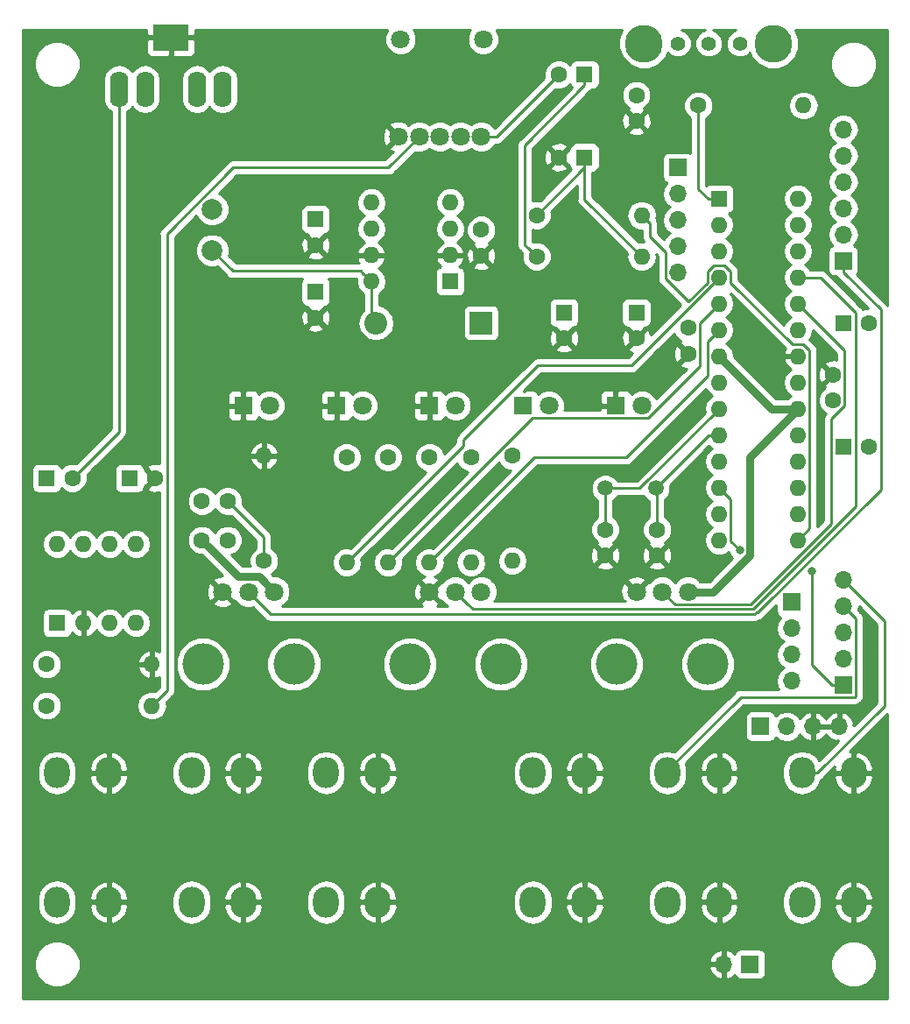
<source format=gbr>
G04 #@! TF.GenerationSoftware,KiCad,Pcbnew,(5.0.1)-3*
G04 #@! TF.CreationDate,2019-05-09T22:35:04+01:00*
G04 #@! TF.ProjectId,drumkid v2,6472756D6B69642076322E6B69636164,rev?*
G04 #@! TF.SameCoordinates,Original*
G04 #@! TF.FileFunction,Copper,L2,Bot,Signal*
G04 #@! TF.FilePolarity,Positive*
%FSLAX46Y46*%
G04 Gerber Fmt 4.6, Leading zero omitted, Abs format (unit mm)*
G04 Created by KiCad (PCBNEW (5.0.1)-3) date 09/05/2019 22:35:04*
%MOMM*%
%LPD*%
G01*
G04 APERTURE LIST*
G04 #@! TA.AperFunction,ComponentPad*
%ADD10C,1.800000*%
G04 #@! TD*
G04 #@! TA.AperFunction,ComponentPad*
%ADD11C,1.806000*%
G04 #@! TD*
G04 #@! TA.AperFunction,ComponentPad*
%ADD12O,2.500000X3.000000*%
G04 #@! TD*
G04 #@! TA.AperFunction,ComponentPad*
%ADD13R,1.700000X1.700000*%
G04 #@! TD*
G04 #@! TA.AperFunction,ComponentPad*
%ADD14O,1.700000X1.700000*%
G04 #@! TD*
G04 #@! TA.AperFunction,ComponentPad*
%ADD15R,1.600000X1.600000*%
G04 #@! TD*
G04 #@! TA.AperFunction,ComponentPad*
%ADD16C,1.600000*%
G04 #@! TD*
G04 #@! TA.AperFunction,ComponentPad*
%ADD17O,1.600000X1.600000*%
G04 #@! TD*
G04 #@! TA.AperFunction,ComponentPad*
%ADD18C,1.500000*%
G04 #@! TD*
G04 #@! TA.AperFunction,ComponentPad*
%ADD19R,2.200000X2.200000*%
G04 #@! TD*
G04 #@! TA.AperFunction,ComponentPad*
%ADD20O,2.200000X2.200000*%
G04 #@! TD*
G04 #@! TA.AperFunction,ComponentPad*
%ADD21C,2.000000*%
G04 #@! TD*
G04 #@! TA.AperFunction,ComponentPad*
%ADD22R,1.800000X1.800000*%
G04 #@! TD*
G04 #@! TA.AperFunction,WasherPad*
%ADD23C,4.000000*%
G04 #@! TD*
G04 #@! TA.AperFunction,ComponentPad*
%ADD24C,1.400000*%
G04 #@! TD*
G04 #@! TA.AperFunction,ComponentPad*
%ADD25C,3.653000*%
G04 #@! TD*
G04 #@! TA.AperFunction,ComponentPad*
%ADD26R,3.500000X2.500000*%
G04 #@! TD*
G04 #@! TA.AperFunction,ComponentPad*
%ADD27O,1.750000X3.500000*%
G04 #@! TD*
G04 #@! TA.AperFunction,ViaPad*
%ADD28C,0.800000*%
G04 #@! TD*
G04 #@! TA.AperFunction,Conductor*
%ADD29C,0.250000*%
G04 #@! TD*
G04 #@! TA.AperFunction,Conductor*
%ADD30C,0.750000*%
G04 #@! TD*
G04 #@! TA.AperFunction,Conductor*
%ADD31C,0.254000*%
G04 #@! TD*
G04 APERTURE END LIST*
D10*
G04 #@! TO.P,J2,1*
G04 #@! TO.N,Net-(J2-Pad1)*
X131000000Y-46000000D03*
G04 #@! TO.P,J2,2*
G04 #@! TO.N,Net-(J2-Pad2)*
X133000000Y-46000000D03*
G04 #@! TO.P,J2,3*
G04 #@! TO.N,Net-(J2-Pad3)*
X129000000Y-46000000D03*
G04 #@! TO.P,J2,4*
G04 #@! TO.N,Net-(C15-Pad2)*
X135000000Y-46000000D03*
G04 #@! TO.P,J2,5*
G04 #@! TO.N,GND*
X127000000Y-46000000D03*
D11*
G04 #@! TO.P,J2,MH1*
G04 #@! TO.N,N/C*
X127200000Y-36600000D03*
G04 #@! TO.P,J2,MH2*
X135200000Y-36600000D03*
G04 #@! TD*
D12*
G04 #@! TO.P,SW7,1*
G04 #@! TO.N,/DIGITAL_13*
X166000000Y-107500000D03*
G04 #@! TO.P,SW7,2*
G04 #@! TO.N,GND*
X171000000Y-107500000D03*
G04 #@! TO.P,SW7,1*
G04 #@! TO.N,/DIGITAL_13*
X166000000Y-120000000D03*
G04 #@! TO.P,SW7,2*
G04 #@! TO.N,GND*
X171000000Y-120000000D03*
G04 #@! TD*
D13*
G04 #@! TO.P,J1,1*
G04 #@! TO.N,+5V*
X162000000Y-103000000D03*
D14*
G04 #@! TO.P,J1,2*
X164540000Y-103000000D03*
G04 #@! TO.P,J1,3*
G04 #@! TO.N,GND*
X167080000Y-103000000D03*
G04 #@! TO.P,J1,4*
X169620000Y-103000000D03*
G04 #@! TD*
D15*
G04 #@! TO.P,C15,1*
G04 #@! TO.N,Net-(C14-Pad1)*
X145000000Y-40000000D03*
D16*
G04 #@! TO.P,C15,2*
G04 #@! TO.N,Net-(C15-Pad2)*
X142500000Y-40000000D03*
G04 #@! TD*
G04 #@! TO.P,C13,2*
G04 #@! TO.N,GND*
X142500000Y-48000000D03*
D15*
G04 #@! TO.P,C13,1*
G04 #@! TO.N,Net-(C13-Pad1)*
X145000000Y-48000000D03*
G04 #@! TD*
G04 #@! TO.P,C12,1*
G04 #@! TO.N,+5V*
X143000000Y-63000000D03*
D16*
G04 #@! TO.P,C12,2*
G04 #@! TO.N,GND*
X143000000Y-65500000D03*
G04 #@! TD*
G04 #@! TO.P,C11,2*
G04 #@! TO.N,GND*
X150000000Y-65500000D03*
D15*
G04 #@! TO.P,C11,1*
G04 #@! TO.N,+5V*
X150000000Y-63000000D03*
G04 #@! TD*
G04 #@! TO.P,C17,1*
G04 #@! TO.N,Net-(C17-Pad1)*
X101000000Y-79000000D03*
D16*
G04 #@! TO.P,C17,2*
G04 #@! TO.N,GND*
X103500000Y-79000000D03*
G04 #@! TD*
G04 #@! TO.P,C16,1*
G04 #@! TO.N,+5V*
X108000000Y-85000000D03*
G04 #@! TO.P,C16,2*
G04 #@! TO.N,Net-(C16-Pad2)*
X110500000Y-85000000D03*
G04 #@! TD*
G04 #@! TO.P,C18,2*
G04 #@! TO.N,Net-(C18-Pad2)*
X110500000Y-81225001D03*
G04 #@! TO.P,C18,1*
G04 #@! TO.N,Net-(C10-Pad1)*
X108000000Y-81225001D03*
G04 #@! TD*
G04 #@! TO.P,C14,1*
G04 #@! TO.N,Net-(C14-Pad1)*
X150000000Y-42000000D03*
G04 #@! TO.P,C14,2*
G04 #@! TO.N,GND*
X150000000Y-44500000D03*
G04 #@! TD*
G04 #@! TO.P,R11,1*
G04 #@! TO.N,Net-(C18-Pad2)*
X114000000Y-87000000D03*
D17*
G04 #@! TO.P,R11,2*
G04 #@! TO.N,GND*
X114000000Y-76840000D03*
G04 #@! TD*
D15*
G04 #@! TO.P,C10,1*
G04 #@! TO.N,Net-(C10-Pad1)*
X93000000Y-79000000D03*
D16*
G04 #@! TO.P,C10,2*
G04 #@! TO.N,Net-(C10-Pad2)*
X95500000Y-79000000D03*
G04 #@! TD*
G04 #@! TO.P,C7,2*
G04 #@! TO.N,GND*
X172500000Y-64000000D03*
D15*
G04 #@! TO.P,C7,1*
G04 #@! TO.N,+5V*
X170000000Y-64000000D03*
G04 #@! TD*
G04 #@! TO.P,C8,1*
G04 #@! TO.N,+5V*
X170000000Y-76000000D03*
D16*
G04 #@! TO.P,C8,2*
G04 #@! TO.N,GND*
X172500000Y-76000000D03*
G04 #@! TD*
G04 #@! TO.P,C9,1*
G04 #@! TO.N,GND*
X155000000Y-67000000D03*
G04 #@! TO.P,C9,2*
G04 #@! TO.N,+5V*
X155000000Y-64500000D03*
G04 #@! TD*
D15*
G04 #@! TO.P,U3,1*
G04 #@! TO.N,Net-(U3-Pad1)*
X94000000Y-93000000D03*
D17*
G04 #@! TO.P,U3,5*
G04 #@! TO.N,Net-(C10-Pad1)*
X101620000Y-85380000D03*
G04 #@! TO.P,U3,2*
G04 #@! TO.N,GND*
X96540000Y-93000000D03*
G04 #@! TO.P,U3,6*
G04 #@! TO.N,+5V*
X99080000Y-85380000D03*
G04 #@! TO.P,U3,3*
G04 #@! TO.N,Net-(R10-Pad1)*
X99080000Y-93000000D03*
G04 #@! TO.P,U3,7*
G04 #@! TO.N,Net-(C17-Pad1)*
X96540000Y-85380000D03*
G04 #@! TO.P,U3,4*
G04 #@! TO.N,Net-(C16-Pad2)*
X101620000Y-93000000D03*
G04 #@! TO.P,U3,8*
G04 #@! TO.N,Net-(U3-Pad8)*
X94000000Y-85380000D03*
G04 #@! TD*
D16*
G04 #@! TO.P,R10,1*
G04 #@! TO.N,Net-(R10-Pad1)*
X93000000Y-97000000D03*
D17*
G04 #@! TO.P,R10,2*
G04 #@! TO.N,GND*
X103160000Y-97000000D03*
G04 #@! TD*
G04 #@! TO.P,R8,2*
G04 #@! TO.N,Net-(C13-Pad1)*
X150511849Y-57589377D03*
D16*
G04 #@! TO.P,R8,1*
G04 #@! TO.N,Net-(C14-Pad1)*
X140351849Y-57589377D03*
G04 #@! TD*
G04 #@! TO.P,R9,1*
G04 #@! TO.N,Net-(R10-Pad1)*
X93000000Y-101000000D03*
D17*
G04 #@! TO.P,R9,2*
G04 #@! TO.N,Net-(J2-Pad3)*
X103160000Y-101000000D03*
G04 #@! TD*
D15*
G04 #@! TO.P,U2,1*
G04 #@! TO.N,Net-(R2-Pad1)*
X158000000Y-52000000D03*
D17*
G04 #@! TO.P,U2,15*
G04 #@! TO.N,/DIGITAL_9*
X165620000Y-85020000D03*
G04 #@! TO.P,U2,2*
G04 #@! TO.N,/DIGITAL_0*
X158000000Y-54540000D03*
G04 #@! TO.P,U2,16*
G04 #@! TO.N,/DIGITAL_10*
X165620000Y-82480000D03*
G04 #@! TO.P,U2,3*
G04 #@! TO.N,/DIGITAL_1*
X158000000Y-57080000D03*
G04 #@! TO.P,U2,17*
G04 #@! TO.N,/DIGITAL_11*
X165620000Y-79940000D03*
G04 #@! TO.P,U2,4*
G04 #@! TO.N,/DIGITAL_2*
X158000000Y-59620000D03*
G04 #@! TO.P,U2,18*
G04 #@! TO.N,/DIGITAL_12*
X165620000Y-77400000D03*
G04 #@! TO.P,U2,5*
G04 #@! TO.N,/DIGITAL_3*
X158000000Y-62160000D03*
G04 #@! TO.P,U2,19*
G04 #@! TO.N,/DIGITAL_13*
X165620000Y-74860000D03*
G04 #@! TO.P,U2,6*
G04 #@! TO.N,/DIGITAL_4*
X158000000Y-64700000D03*
G04 #@! TO.P,U2,20*
G04 #@! TO.N,+5V*
X165620000Y-72320000D03*
G04 #@! TO.P,U2,7*
X158000000Y-67240000D03*
G04 #@! TO.P,U2,21*
G04 #@! TO.N,Net-(U2-Pad21)*
X165620000Y-69780000D03*
G04 #@! TO.P,U2,8*
G04 #@! TO.N,GND*
X158000000Y-69780000D03*
G04 #@! TO.P,U2,22*
X165620000Y-67240000D03*
G04 #@! TO.P,U2,9*
G04 #@! TO.N,Net-(C5-Pad1)*
X158000000Y-72320000D03*
G04 #@! TO.P,U2,23*
G04 #@! TO.N,/ANALOG_0*
X165620000Y-64700000D03*
G04 #@! TO.P,U2,10*
G04 #@! TO.N,Net-(C6-Pad1)*
X158000000Y-74860000D03*
G04 #@! TO.P,U2,24*
G04 #@! TO.N,/ANALOG_1*
X165620000Y-62160000D03*
G04 #@! TO.P,U2,11*
G04 #@! TO.N,/DIGITAL_5*
X158000000Y-77400000D03*
G04 #@! TO.P,U2,25*
G04 #@! TO.N,/ANALOG_2*
X165620000Y-59620000D03*
G04 #@! TO.P,U2,12*
G04 #@! TO.N,/DIGITAL_6*
X158000000Y-79940000D03*
G04 #@! TO.P,U2,26*
G04 #@! TO.N,/ANALOG_3*
X165620000Y-57080000D03*
G04 #@! TO.P,U2,13*
G04 #@! TO.N,/DIGITAL_7*
X158000000Y-82480000D03*
G04 #@! TO.P,U2,27*
G04 #@! TO.N,/ANALOG_4*
X165620000Y-54540000D03*
G04 #@! TO.P,U2,14*
G04 #@! TO.N,/DIGITAL_8*
X158000000Y-85020000D03*
G04 #@! TO.P,U2,28*
G04 #@! TO.N,/ANALOG_5*
X165620000Y-52000000D03*
G04 #@! TD*
D15*
G04 #@! TO.P,U1,1*
G04 #@! TO.N,/BAT_ON*
X132000000Y-60000000D03*
D17*
G04 #@! TO.P,U1,5*
X124380000Y-52380000D03*
G04 #@! TO.P,U1,2*
G04 #@! TO.N,GND*
X132000000Y-57460000D03*
G04 #@! TO.P,U1,6*
G04 #@! TO.N,+5V*
X124380000Y-54920000D03*
G04 #@! TO.P,U1,3*
G04 #@! TO.N,Net-(C2-Pad1)*
X132000000Y-54920000D03*
G04 #@! TO.P,U1,7*
G04 #@! TO.N,GND*
X124380000Y-57460000D03*
G04 #@! TO.P,U1,4*
G04 #@! TO.N,Net-(U1-Pad4)*
X132000000Y-52380000D03*
G04 #@! TO.P,U1,8*
G04 #@! TO.N,Net-(D1-Pad2)*
X124380000Y-60000000D03*
G04 #@! TD*
D12*
G04 #@! TO.P,SW6,1*
G04 #@! TO.N,/DIGITAL_12*
X153000000Y-107500000D03*
G04 #@! TO.P,SW6,2*
G04 #@! TO.N,GND*
X158000000Y-107500000D03*
G04 #@! TO.P,SW6,1*
G04 #@! TO.N,/DIGITAL_12*
X153000000Y-120000000D03*
G04 #@! TO.P,SW6,2*
G04 #@! TO.N,GND*
X158000000Y-120000000D03*
G04 #@! TD*
G04 #@! TO.P,SW5,2*
G04 #@! TO.N,GND*
X145000000Y-120000000D03*
G04 #@! TO.P,SW5,1*
G04 #@! TO.N,/DIGITAL_11*
X140000000Y-120000000D03*
G04 #@! TO.P,SW5,2*
G04 #@! TO.N,GND*
X145000000Y-107500000D03*
G04 #@! TO.P,SW5,1*
G04 #@! TO.N,/DIGITAL_11*
X140000000Y-107500000D03*
G04 #@! TD*
G04 #@! TO.P,SW4,1*
G04 #@! TO.N,/DIGITAL_10*
X120000000Y-107500000D03*
G04 #@! TO.P,SW4,2*
G04 #@! TO.N,GND*
X125000000Y-107500000D03*
G04 #@! TO.P,SW4,1*
G04 #@! TO.N,/DIGITAL_10*
X120000000Y-120000000D03*
G04 #@! TO.P,SW4,2*
G04 #@! TO.N,GND*
X125000000Y-120000000D03*
G04 #@! TD*
G04 #@! TO.P,SW3,2*
G04 #@! TO.N,GND*
X112000000Y-120000000D03*
G04 #@! TO.P,SW3,1*
G04 #@! TO.N,/DIGITAL_8*
X107000000Y-120000000D03*
G04 #@! TO.P,SW3,2*
G04 #@! TO.N,GND*
X112000000Y-107500000D03*
G04 #@! TO.P,SW3,1*
G04 #@! TO.N,/DIGITAL_8*
X107000000Y-107500000D03*
G04 #@! TD*
G04 #@! TO.P,SW2,1*
G04 #@! TO.N,/DIGITAL_7*
X94000000Y-107500000D03*
G04 #@! TO.P,SW2,2*
G04 #@! TO.N,GND*
X99000000Y-107500000D03*
G04 #@! TO.P,SW2,1*
G04 #@! TO.N,/DIGITAL_7*
X94000000Y-120000000D03*
G04 #@! TO.P,SW2,2*
G04 #@! TO.N,GND*
X99000000Y-120000000D03*
G04 #@! TD*
D16*
G04 #@! TO.P,C1,2*
G04 #@! TO.N,GND*
X119000000Y-56500000D03*
D15*
G04 #@! TO.P,C1,1*
G04 #@! TO.N,/BAT_ON*
X119000000Y-54000000D03*
G04 #@! TD*
G04 #@! TO.P,C3,1*
G04 #@! TO.N,+5V*
X119000000Y-61000000D03*
D16*
G04 #@! TO.P,C3,2*
G04 #@! TO.N,GND*
X119000000Y-63500000D03*
G04 #@! TD*
G04 #@! TO.P,C6,2*
G04 #@! TO.N,GND*
X152000000Y-86500000D03*
G04 #@! TO.P,C6,1*
G04 #@! TO.N,Net-(C6-Pad1)*
X152000000Y-84000000D03*
G04 #@! TD*
G04 #@! TO.P,C2,1*
G04 #@! TO.N,Net-(C2-Pad1)*
X135000000Y-55000000D03*
G04 #@! TO.P,C2,2*
G04 #@! TO.N,GND*
X135000000Y-57500000D03*
G04 #@! TD*
G04 #@! TO.P,C4,2*
G04 #@! TO.N,+5V*
X169000000Y-71500000D03*
G04 #@! TO.P,C4,1*
G04 #@! TO.N,GND*
X169000000Y-69000000D03*
G04 #@! TD*
G04 #@! TO.P,C5,1*
G04 #@! TO.N,Net-(C5-Pad1)*
X147000000Y-84000000D03*
G04 #@! TO.P,C5,2*
G04 #@! TO.N,GND*
X147000000Y-86500000D03*
G04 #@! TD*
D13*
G04 #@! TO.P,BT1,1*
G04 #@! TO.N,Net-(BT1-Pad1)*
X161000000Y-126000000D03*
D14*
G04 #@! TO.P,BT1,2*
G04 #@! TO.N,GND*
X158460000Y-126000000D03*
G04 #@! TD*
D13*
G04 #@! TO.P,J6,1*
G04 #@! TO.N,/DIGITAL_5*
X165000000Y-91000000D03*
D14*
G04 #@! TO.P,J6,2*
G04 #@! TO.N,/DIGITAL_6*
X165000000Y-93540000D03*
G04 #@! TO.P,J6,3*
G04 #@! TO.N,/DIGITAL_7*
X165000000Y-96080000D03*
G04 #@! TO.P,J6,4*
G04 #@! TO.N,/DIGITAL_8*
X165000000Y-98620000D03*
G04 #@! TD*
G04 #@! TO.P,J8,5*
G04 #@! TO.N,/DIGITAL_13*
X170000000Y-88840000D03*
G04 #@! TO.P,J8,4*
G04 #@! TO.N,/DIGITAL_12*
X170000000Y-91380000D03*
G04 #@! TO.P,J8,3*
G04 #@! TO.N,/DIGITAL_11*
X170000000Y-93920000D03*
G04 #@! TO.P,J8,2*
G04 #@! TO.N,/DIGITAL_10*
X170000000Y-96460000D03*
D13*
G04 #@! TO.P,J8,1*
G04 #@! TO.N,/DIGITAL_9*
X170000000Y-99000000D03*
G04 #@! TD*
G04 #@! TO.P,J5,1*
G04 #@! TO.N,/DIGITAL_0*
X154000000Y-49000000D03*
D14*
G04 #@! TO.P,J5,2*
G04 #@! TO.N,/DIGITAL_1*
X154000000Y-51540000D03*
G04 #@! TO.P,J5,3*
G04 #@! TO.N,/DIGITAL_2*
X154000000Y-54080000D03*
G04 #@! TO.P,J5,4*
G04 #@! TO.N,/DIGITAL_3*
X154000000Y-56620000D03*
G04 #@! TO.P,J5,5*
G04 #@! TO.N,/DIGITAL_4*
X154000000Y-59160000D03*
G04 #@! TD*
D13*
G04 #@! TO.P,J7,1*
G04 #@! TO.N,/ANALOG_0*
X170000000Y-58000000D03*
D14*
G04 #@! TO.P,J7,2*
G04 #@! TO.N,/ANALOG_1*
X170000000Y-55460000D03*
G04 #@! TO.P,J7,3*
G04 #@! TO.N,/ANALOG_2*
X170000000Y-52920000D03*
G04 #@! TO.P,J7,4*
G04 #@! TO.N,/ANALOG_3*
X170000000Y-50380000D03*
G04 #@! TO.P,J7,5*
G04 #@! TO.N,/ANALOG_4*
X170000000Y-47840000D03*
G04 #@! TO.P,J7,6*
G04 #@! TO.N,/ANALOG_5*
X170000000Y-45300000D03*
G04 #@! TD*
D18*
G04 #@! TO.P,Y1,1*
G04 #@! TO.N,Net-(C5-Pad1)*
X147000000Y-80000000D03*
G04 #@! TO.P,Y1,2*
G04 #@! TO.N,Net-(C6-Pad1)*
X151880000Y-80000000D03*
G04 #@! TD*
D19*
G04 #@! TO.P,D1,1*
G04 #@! TO.N,+5V*
X135000000Y-64000000D03*
D20*
G04 #@! TO.P,D1,2*
G04 #@! TO.N,Net-(D1-Pad2)*
X124840000Y-64000000D03*
G04 #@! TD*
D21*
G04 #@! TO.P,L1,1*
G04 #@! TO.N,/BAT_ON*
X109000000Y-53000000D03*
G04 #@! TO.P,L1,2*
G04 #@! TO.N,Net-(D1-Pad2)*
X109000000Y-57000000D03*
G04 #@! TD*
D22*
G04 #@! TO.P,D2,1*
G04 #@! TO.N,GND*
X112000000Y-72000000D03*
D10*
G04 #@! TO.P,D2,2*
G04 #@! TO.N,Net-(D2-Pad2)*
X114540000Y-72000000D03*
G04 #@! TD*
G04 #@! TO.P,D3,2*
G04 #@! TO.N,Net-(D3-Pad2)*
X123540000Y-72000000D03*
D22*
G04 #@! TO.P,D3,1*
G04 #@! TO.N,GND*
X121000000Y-72000000D03*
G04 #@! TD*
G04 #@! TO.P,D4,1*
G04 #@! TO.N,GND*
X130000000Y-72000000D03*
D10*
G04 #@! TO.P,D4,2*
G04 #@! TO.N,Net-(D4-Pad2)*
X132540000Y-72000000D03*
G04 #@! TD*
G04 #@! TO.P,D6,2*
G04 #@! TO.N,Net-(D6-Pad2)*
X150540000Y-72000000D03*
D22*
G04 #@! TO.P,D6,1*
G04 #@! TO.N,GND*
X148000000Y-72000000D03*
G04 #@! TD*
G04 #@! TO.P,D5,1*
G04 #@! TO.N,GND*
X139000000Y-72000000D03*
D10*
G04 #@! TO.P,D5,2*
G04 #@! TO.N,Net-(D5-Pad2)*
X141540000Y-72000000D03*
G04 #@! TD*
G04 #@! TO.P,RV2,3*
G04 #@! TO.N,+5V*
X115000000Y-90000000D03*
G04 #@! TO.P,RV2,2*
G04 #@! TO.N,/ANALOG_0*
X112500000Y-90000000D03*
G04 #@! TO.P,RV2,1*
G04 #@! TO.N,GND*
X110000000Y-90000000D03*
D23*
G04 #@! TO.P,RV2,*
G04 #@! TO.N,*
X116900000Y-97000000D03*
X108100000Y-97000000D03*
G04 #@! TD*
G04 #@! TO.P,RV3,*
G04 #@! TO.N,*
X148100000Y-97000000D03*
X156900000Y-97000000D03*
D10*
G04 #@! TO.P,RV3,1*
G04 #@! TO.N,GND*
X150000000Y-90000000D03*
G04 #@! TO.P,RV3,2*
G04 #@! TO.N,/ANALOG_1*
X152500000Y-90000000D03*
G04 #@! TO.P,RV3,3*
G04 #@! TO.N,+5V*
X155000000Y-90000000D03*
G04 #@! TD*
G04 #@! TO.P,RV4,3*
G04 #@! TO.N,+5V*
X135000000Y-90000000D03*
G04 #@! TO.P,RV4,2*
G04 #@! TO.N,/ANALOG_2*
X132500000Y-90000000D03*
G04 #@! TO.P,RV4,1*
G04 #@! TO.N,GND*
X130000000Y-90000000D03*
D23*
G04 #@! TO.P,RV4,*
G04 #@! TO.N,*
X136900000Y-97000000D03*
X128100000Y-97000000D03*
G04 #@! TD*
D16*
G04 #@! TO.P,R6,1*
G04 #@! TO.N,Net-(D5-Pad2)*
X134000000Y-77000000D03*
D17*
G04 #@! TO.P,R6,2*
G04 #@! TO.N,/DIGITAL_5*
X134000000Y-87160000D03*
G04 #@! TD*
G04 #@! TO.P,R7,2*
G04 #@! TO.N,/DIGITAL_6*
X138000000Y-87000000D03*
D16*
G04 #@! TO.P,R7,1*
G04 #@! TO.N,Net-(D6-Pad2)*
X138000000Y-76840000D03*
G04 #@! TD*
G04 #@! TO.P,R5,1*
G04 #@! TO.N,Net-(D4-Pad2)*
X130000000Y-77000000D03*
D17*
G04 #@! TO.P,R5,2*
G04 #@! TO.N,/DIGITAL_4*
X130000000Y-87160000D03*
G04 #@! TD*
G04 #@! TO.P,R4,2*
G04 #@! TO.N,/DIGITAL_3*
X126000000Y-87160000D03*
D16*
G04 #@! TO.P,R4,1*
G04 #@! TO.N,Net-(D3-Pad2)*
X126000000Y-77000000D03*
G04 #@! TD*
G04 #@! TO.P,R3,1*
G04 #@! TO.N,Net-(D2-Pad2)*
X122000000Y-77000000D03*
D17*
G04 #@! TO.P,R3,2*
G04 #@! TO.N,/DIGITAL_2*
X122000000Y-87160000D03*
G04 #@! TD*
G04 #@! TO.P,R2,2*
G04 #@! TO.N,+5V*
X166160000Y-43000000D03*
D16*
G04 #@! TO.P,R2,1*
G04 #@! TO.N,Net-(R2-Pad1)*
X156000000Y-43000000D03*
G04 #@! TD*
G04 #@! TO.P,R1,1*
G04 #@! TO.N,Net-(C13-Pad1)*
X140351849Y-53589377D03*
D17*
G04 #@! TO.P,R1,2*
G04 #@! TO.N,/DIGITAL_9*
X150511849Y-53589377D03*
G04 #@! TD*
D24*
G04 #@! TO.P,SW1,1*
G04 #@! TO.N,/BAT_ON*
X160000000Y-37000000D03*
G04 #@! TO.P,SW1,2*
G04 #@! TO.N,Net-(BT1-Pad1)*
X157000000Y-37000000D03*
G04 #@! TO.P,SW1,3*
G04 #@! TO.N,Net-(SW1-Pad3)*
X154000000Y-37000000D03*
D25*
G04 #@! TO.P,SW1,MH1*
G04 #@! TO.N,N/C*
X163250000Y-37000000D03*
G04 #@! TO.P,SW1,MH2*
X150750000Y-37000000D03*
G04 #@! TD*
D26*
G04 #@! TO.P,J9,S*
G04 #@! TO.N,GND*
X105000000Y-36404000D03*
D27*
G04 #@! TO.P,J9,R*
G04 #@! TO.N,Net-(C10-Pad2)*
X110000000Y-41410000D03*
G04 #@! TO.P,J9,T*
X100000000Y-41410000D03*
G04 #@! TO.P,J9,RN*
G04 #@! TO.N,Net-(J9-PadRN)*
X107500000Y-41410000D03*
G04 #@! TO.P,J9,TN*
G04 #@! TO.N,Net-(J9-PadTN)*
X102500000Y-41410000D03*
G04 #@! TD*
D28*
G04 #@! TO.N,/DIGITAL_9*
X167000000Y-88000000D03*
G04 #@! TO.N,/DIGITAL_6*
X160000000Y-86000000D03*
G04 #@! TD*
D29*
G04 #@! TO.N,/DIGITAL_9*
X167000000Y-97100000D02*
X167000000Y-88000000D01*
X170000000Y-99000000D02*
X168900000Y-99000000D01*
X168900000Y-99000000D02*
X167000000Y-97100000D01*
X166745001Y-83894999D02*
X165620000Y-85020000D01*
X166160001Y-66114999D02*
X166745001Y-66699999D01*
X165079999Y-66114999D02*
X166160001Y-66114999D01*
X166745001Y-66699999D02*
X166745001Y-83894999D01*
X159125001Y-59079999D02*
X159125001Y-60160001D01*
X157459999Y-58494999D02*
X158540001Y-58494999D01*
X156874999Y-59079999D02*
X157459999Y-58494999D01*
X156874999Y-60108591D02*
X156874999Y-59079999D01*
X150511849Y-53589377D02*
X151311848Y-54389376D01*
X151311848Y-54389376D02*
X151311848Y-55670850D01*
X151311848Y-55670850D02*
X152824999Y-57184001D01*
X152824999Y-57184001D02*
X152824999Y-59724001D01*
X158540001Y-58494999D02*
X159125001Y-59079999D01*
X152824999Y-59724001D02*
X155042294Y-61941296D01*
X159125001Y-60160001D02*
X165079999Y-66114999D01*
X155042294Y-61941296D02*
X156874999Y-60108591D01*
D30*
G04 #@! TO.N,+5V*
X108799999Y-85799999D02*
X108000000Y-85000000D01*
X111524999Y-88524999D02*
X108799999Y-85799999D01*
X113524999Y-88524999D02*
X111524999Y-88524999D01*
X115000000Y-90000000D02*
X113524999Y-88524999D01*
X163080000Y-72320000D02*
X165620000Y-72320000D01*
X158000000Y-67240000D02*
X163080000Y-72320000D01*
X164820001Y-73119999D02*
X165620000Y-72320000D01*
X160975001Y-76964999D02*
X164820001Y-73119999D01*
X160975001Y-86468001D02*
X160975001Y-76964999D01*
X157443002Y-90000000D02*
X160975001Y-86468001D01*
X155000000Y-90000000D02*
X157443002Y-90000000D01*
D29*
G04 #@! TO.N,Net-(R2-Pad1)*
X156950000Y-52000000D02*
X158000000Y-52000000D01*
X156000000Y-51050000D02*
X156950000Y-52000000D01*
X156000000Y-43000000D02*
X156000000Y-51050000D01*
G04 #@! TO.N,/DIGITAL_2*
X157200001Y-60419999D02*
X158000000Y-59620000D01*
X149494999Y-68125001D02*
X157200001Y-60419999D01*
X140489997Y-68125001D02*
X149494999Y-68125001D01*
X133285001Y-75329997D02*
X140489997Y-68125001D01*
X133285001Y-75874999D02*
X133285001Y-75329997D01*
X122000000Y-87160000D02*
X133285001Y-75874999D01*
G04 #@! TO.N,/DIGITAL_3*
X157200001Y-62959999D02*
X158000000Y-62160000D01*
X156125001Y-64034999D02*
X157200001Y-62959999D01*
X156125001Y-68228001D02*
X156125001Y-64034999D01*
X151128001Y-73225001D02*
X156125001Y-68228001D01*
X139934999Y-73225001D02*
X151128001Y-73225001D01*
X126000000Y-87160000D02*
X139934999Y-73225001D01*
G04 #@! TO.N,/DIGITAL_4*
X157200001Y-65499999D02*
X158000000Y-64700000D01*
X156874999Y-65825001D02*
X157200001Y-65499999D01*
X156874999Y-69125001D02*
X156874999Y-65825001D01*
X149000000Y-77000000D02*
X156874999Y-69125001D01*
X140160000Y-77000000D02*
X149000000Y-77000000D01*
X130000000Y-87160000D02*
X140160000Y-77000000D01*
G04 #@! TO.N,/DIGITAL_6*
X158799999Y-80739999D02*
X158000000Y-79940000D01*
X159125001Y-81065001D02*
X158799999Y-80739999D01*
X159125001Y-85125001D02*
X159125001Y-81065001D01*
X160000000Y-86000000D02*
X159125001Y-85125001D01*
G04 #@! TO.N,/ANALOG_2*
X132500000Y-90000000D02*
X133725001Y-91225001D01*
X133399999Y-90899999D02*
X132500000Y-90000000D01*
X165620000Y-59620000D02*
X167805002Y-59620000D01*
X167805002Y-59620000D02*
X171175001Y-62989999D01*
X171175001Y-62989999D02*
X171175001Y-81766411D01*
X171175001Y-81766411D02*
X161266401Y-91675011D01*
X161266401Y-91675011D02*
X134175011Y-91675011D01*
X134175011Y-91675011D02*
X133399999Y-90899999D01*
G04 #@! TO.N,/ANALOG_1*
X166419999Y-62959999D02*
X165620000Y-62160000D01*
X168874999Y-83430003D02*
X168874999Y-73290003D01*
X170125001Y-66665001D02*
X166419999Y-62959999D01*
X170125001Y-72040001D02*
X170125001Y-66665001D01*
X168874999Y-73290003D02*
X170125001Y-72040001D01*
X161080001Y-91225001D02*
X168874999Y-83430003D01*
X153725001Y-91225001D02*
X161080001Y-91225001D01*
X152500000Y-90000000D02*
X153725001Y-91225001D01*
G04 #@! TO.N,/ANALOG_0*
X170000000Y-59100000D02*
X170000000Y-58000000D01*
X173625001Y-62725001D02*
X170000000Y-59100000D01*
X173625001Y-80089997D02*
X173625001Y-62725001D01*
X161714998Y-92000000D02*
X173625001Y-80089997D01*
X112500000Y-90000000D02*
X114500000Y-92000000D01*
X113399999Y-90899999D02*
X112500000Y-90000000D01*
X114625021Y-92125021D02*
X113399999Y-90899999D01*
X161452801Y-92125021D02*
X114625021Y-92125021D01*
X161577822Y-92000000D02*
X161452801Y-92125021D01*
X161714998Y-92000000D02*
X161577822Y-92000000D01*
G04 #@! TO.N,/DIGITAL_12*
X170849999Y-92229999D02*
X170000000Y-91380000D01*
X171175001Y-100110001D02*
X171175001Y-92555001D01*
X171110001Y-100175001D02*
X171175001Y-100110001D01*
X160074999Y-100175001D02*
X171110001Y-100175001D01*
X153000000Y-107250000D02*
X160074999Y-100175001D01*
X171175001Y-92555001D02*
X170849999Y-92229999D01*
X153000000Y-107500000D02*
X153000000Y-107250000D01*
G04 #@! TO.N,/DIGITAL_13*
X167500000Y-107500000D02*
X166000000Y-107500000D01*
X174000000Y-101000000D02*
X167500000Y-107500000D01*
X174000000Y-92840000D02*
X174000000Y-101000000D01*
X170000000Y-88840000D02*
X174000000Y-92840000D01*
G04 #@! TO.N,Net-(C5-Pad1)*
X150320000Y-80000000D02*
X158000000Y-72320000D01*
X147000000Y-80000000D02*
X150320000Y-80000000D01*
X147000000Y-84000000D02*
X147000000Y-80000000D01*
G04 #@! TO.N,Net-(C6-Pad1)*
X157020000Y-74860000D02*
X158000000Y-74860000D01*
X151880000Y-80000000D02*
X157020000Y-74860000D01*
X152000000Y-80120000D02*
X151880000Y-80000000D01*
X152000000Y-84000000D02*
X152000000Y-80120000D01*
G04 #@! TO.N,Net-(D1-Pad2)*
X123580001Y-59200001D02*
X124380000Y-60000000D01*
X123380000Y-59000000D02*
X123580001Y-59200001D01*
X111000000Y-59000000D02*
X123380000Y-59000000D01*
X109000000Y-57000000D02*
X111000000Y-59000000D01*
X124380000Y-63540000D02*
X124840000Y-64000000D01*
X124380000Y-60000000D02*
X124380000Y-63540000D01*
G04 #@! TO.N,Net-(C10-Pad2)*
X100000000Y-74500000D02*
X95500000Y-79000000D01*
X100000000Y-41410000D02*
X100000000Y-74500000D01*
G04 #@! TO.N,Net-(C13-Pad1)*
X145000000Y-48941226D02*
X145000000Y-48000000D01*
X140351849Y-53589377D02*
X145000000Y-48941226D01*
X145000000Y-52077528D02*
X150511849Y-57589377D01*
X145000000Y-48000000D02*
X145000000Y-52077528D01*
G04 #@! TO.N,Net-(C14-Pad1)*
X139551850Y-56789378D02*
X140351849Y-57589377D01*
X139226848Y-56464376D02*
X139551850Y-56789378D01*
X139226848Y-46823152D02*
X139226848Y-56464376D01*
X145000000Y-41050000D02*
X139226848Y-46823152D01*
X145000000Y-40000000D02*
X145000000Y-41050000D01*
G04 #@! TO.N,Net-(C15-Pad2)*
X136500000Y-46000000D02*
X142500000Y-40000000D01*
X135000000Y-46000000D02*
X136500000Y-46000000D01*
G04 #@! TO.N,Net-(C18-Pad2)*
X114000000Y-84725001D02*
X110500000Y-81225001D01*
X114000000Y-87000000D02*
X114000000Y-84725001D01*
G04 #@! TO.N,Net-(J2-Pad3)*
X104625001Y-55413997D02*
X111038998Y-49000000D01*
X104625001Y-99534999D02*
X104625001Y-55413997D01*
X103160000Y-101000000D02*
X104625001Y-99534999D01*
X126000000Y-49000000D02*
X129000000Y-46000000D01*
X111038998Y-49000000D02*
X126000000Y-49000000D01*
G04 #@! TD*
D31*
G04 #@! TO.N,GND*
G36*
X102615000Y-36118250D02*
X102773750Y-36277000D01*
X104873000Y-36277000D01*
X104873000Y-36257000D01*
X105127000Y-36257000D01*
X105127000Y-36277000D01*
X107226250Y-36277000D01*
X107385000Y-36118250D01*
X107385000Y-35710000D01*
X125914940Y-35710000D01*
X125896147Y-35728793D01*
X125662000Y-36294073D01*
X125662000Y-36905927D01*
X125896147Y-37471207D01*
X126328793Y-37903853D01*
X126894073Y-38138000D01*
X127505927Y-38138000D01*
X128071207Y-37903853D01*
X128503853Y-37471207D01*
X128738000Y-36905927D01*
X128738000Y-36294073D01*
X128503853Y-35728793D01*
X128485060Y-35710000D01*
X133914940Y-35710000D01*
X133896147Y-35728793D01*
X133662000Y-36294073D01*
X133662000Y-36905927D01*
X133896147Y-37471207D01*
X134328793Y-37903853D01*
X134894073Y-38138000D01*
X135505927Y-38138000D01*
X136071207Y-37903853D01*
X136503853Y-37471207D01*
X136738000Y-36905927D01*
X136738000Y-36294073D01*
X136503853Y-35728793D01*
X136485060Y-35710000D01*
X148620027Y-35710000D01*
X148288500Y-36510377D01*
X148288500Y-37489623D01*
X148663241Y-38394328D01*
X149355672Y-39086759D01*
X150260377Y-39461500D01*
X151239623Y-39461500D01*
X152144328Y-39086759D01*
X152836759Y-38394328D01*
X153032879Y-37920854D01*
X153243783Y-38131758D01*
X153734452Y-38335000D01*
X154265548Y-38335000D01*
X154756217Y-38131758D01*
X155131758Y-37756217D01*
X155335000Y-37265548D01*
X155335000Y-36734452D01*
X155131758Y-36243783D01*
X154756217Y-35868242D01*
X154374187Y-35710000D01*
X156625813Y-35710000D01*
X156243783Y-35868242D01*
X155868242Y-36243783D01*
X155665000Y-36734452D01*
X155665000Y-37265548D01*
X155868242Y-37756217D01*
X156243783Y-38131758D01*
X156734452Y-38335000D01*
X157265548Y-38335000D01*
X157756217Y-38131758D01*
X158131758Y-37756217D01*
X158335000Y-37265548D01*
X158335000Y-36734452D01*
X158131758Y-36243783D01*
X157756217Y-35868242D01*
X157374187Y-35710000D01*
X159625813Y-35710000D01*
X159243783Y-35868242D01*
X158868242Y-36243783D01*
X158665000Y-36734452D01*
X158665000Y-37265548D01*
X158868242Y-37756217D01*
X159243783Y-38131758D01*
X159734452Y-38335000D01*
X160265548Y-38335000D01*
X160756217Y-38131758D01*
X160967121Y-37920854D01*
X161163241Y-38394328D01*
X161855672Y-39086759D01*
X162760377Y-39461500D01*
X163739623Y-39461500D01*
X164644328Y-39086759D01*
X165175656Y-38555431D01*
X168765000Y-38555431D01*
X168765000Y-39444569D01*
X169105259Y-40266026D01*
X169733974Y-40894741D01*
X170555431Y-41235000D01*
X171444569Y-41235000D01*
X172266026Y-40894741D01*
X172894741Y-40266026D01*
X173235000Y-39444569D01*
X173235000Y-38555431D01*
X172894741Y-37733974D01*
X172266026Y-37105259D01*
X171444569Y-36765000D01*
X170555431Y-36765000D01*
X169733974Y-37105259D01*
X169105259Y-37733974D01*
X168765000Y-38555431D01*
X165175656Y-38555431D01*
X165336759Y-38394328D01*
X165711500Y-37489623D01*
X165711500Y-36510377D01*
X165379973Y-35710000D01*
X174290000Y-35710000D01*
X174290000Y-62352280D01*
X174172930Y-62177072D01*
X174109474Y-62134672D01*
X171292703Y-59317902D01*
X171307809Y-59307809D01*
X171448157Y-59097765D01*
X171497440Y-58850000D01*
X171497440Y-57150000D01*
X171448157Y-56902235D01*
X171307809Y-56692191D01*
X171097765Y-56551843D01*
X171052381Y-56542816D01*
X171070625Y-56530625D01*
X171398839Y-56039418D01*
X171514092Y-55460000D01*
X171398839Y-54880582D01*
X171070625Y-54389375D01*
X170772239Y-54190000D01*
X171070625Y-53990625D01*
X171398839Y-53499418D01*
X171514092Y-52920000D01*
X171398839Y-52340582D01*
X171070625Y-51849375D01*
X170772239Y-51650000D01*
X171070625Y-51450625D01*
X171398839Y-50959418D01*
X171514092Y-50380000D01*
X171398839Y-49800582D01*
X171070625Y-49309375D01*
X170772239Y-49110000D01*
X171070625Y-48910625D01*
X171398839Y-48419418D01*
X171514092Y-47840000D01*
X171398839Y-47260582D01*
X171070625Y-46769375D01*
X170772239Y-46570000D01*
X171070625Y-46370625D01*
X171398839Y-45879418D01*
X171514092Y-45300000D01*
X171398839Y-44720582D01*
X171070625Y-44229375D01*
X170579418Y-43901161D01*
X170146256Y-43815000D01*
X169853744Y-43815000D01*
X169420582Y-43901161D01*
X168929375Y-44229375D01*
X168601161Y-44720582D01*
X168485908Y-45300000D01*
X168601161Y-45879418D01*
X168929375Y-46370625D01*
X169227761Y-46570000D01*
X168929375Y-46769375D01*
X168601161Y-47260582D01*
X168485908Y-47840000D01*
X168601161Y-48419418D01*
X168929375Y-48910625D01*
X169227761Y-49110000D01*
X168929375Y-49309375D01*
X168601161Y-49800582D01*
X168485908Y-50380000D01*
X168601161Y-50959418D01*
X168929375Y-51450625D01*
X169227761Y-51650000D01*
X168929375Y-51849375D01*
X168601161Y-52340582D01*
X168485908Y-52920000D01*
X168601161Y-53499418D01*
X168929375Y-53990625D01*
X169227761Y-54190000D01*
X168929375Y-54389375D01*
X168601161Y-54880582D01*
X168485908Y-55460000D01*
X168601161Y-56039418D01*
X168929375Y-56530625D01*
X168947619Y-56542816D01*
X168902235Y-56551843D01*
X168692191Y-56692191D01*
X168551843Y-56902235D01*
X168502560Y-57150000D01*
X168502560Y-58850000D01*
X168551843Y-59097765D01*
X168692191Y-59307809D01*
X168902235Y-59448157D01*
X169150000Y-59497440D01*
X169351518Y-59497440D01*
X169452071Y-59647929D01*
X169515530Y-59690331D01*
X172393639Y-62568441D01*
X172146546Y-62580222D01*
X171887059Y-62687705D01*
X171829687Y-62601843D01*
X171765330Y-62505525D01*
X171765328Y-62505523D01*
X171722930Y-62442070D01*
X171659477Y-62399672D01*
X168395333Y-59135530D01*
X168352931Y-59072071D01*
X168101539Y-58904096D01*
X167879854Y-58860000D01*
X167879849Y-58860000D01*
X167805002Y-58845112D01*
X167730155Y-58860000D01*
X166838043Y-58860000D01*
X166654577Y-58585423D01*
X166302242Y-58350000D01*
X166654577Y-58114577D01*
X166971740Y-57639909D01*
X167083113Y-57080000D01*
X166971740Y-56520091D01*
X166654577Y-56045423D01*
X166302242Y-55810000D01*
X166654577Y-55574577D01*
X166971740Y-55099909D01*
X167083113Y-54540000D01*
X166971740Y-53980091D01*
X166654577Y-53505423D01*
X166302242Y-53270000D01*
X166654577Y-53034577D01*
X166971740Y-52559909D01*
X167083113Y-52000000D01*
X166971740Y-51440091D01*
X166654577Y-50965423D01*
X166179909Y-50648260D01*
X165761333Y-50565000D01*
X165478667Y-50565000D01*
X165060091Y-50648260D01*
X164585423Y-50965423D01*
X164268260Y-51440091D01*
X164156887Y-52000000D01*
X164268260Y-52559909D01*
X164585423Y-53034577D01*
X164937758Y-53270000D01*
X164585423Y-53505423D01*
X164268260Y-53980091D01*
X164156887Y-54540000D01*
X164268260Y-55099909D01*
X164585423Y-55574577D01*
X164937758Y-55810000D01*
X164585423Y-56045423D01*
X164268260Y-56520091D01*
X164156887Y-57080000D01*
X164268260Y-57639909D01*
X164585423Y-58114577D01*
X164937758Y-58350000D01*
X164585423Y-58585423D01*
X164268260Y-59060091D01*
X164156887Y-59620000D01*
X164268260Y-60179909D01*
X164585423Y-60654577D01*
X164937758Y-60890000D01*
X164585423Y-61125423D01*
X164268260Y-61600091D01*
X164156887Y-62160000D01*
X164268260Y-62719909D01*
X164585423Y-63194577D01*
X164937758Y-63430000D01*
X164585423Y-63665423D01*
X164268260Y-64140091D01*
X164253599Y-64213797D01*
X159885001Y-59845200D01*
X159885001Y-59154846D01*
X159899889Y-59079999D01*
X159885001Y-59005152D01*
X159885001Y-59005147D01*
X159840905Y-58783462D01*
X159672930Y-58532070D01*
X159609474Y-58489670D01*
X159130332Y-58010529D01*
X159117216Y-57990899D01*
X159351740Y-57639909D01*
X159463113Y-57080000D01*
X159351740Y-56520091D01*
X159034577Y-56045423D01*
X158682242Y-55810000D01*
X159034577Y-55574577D01*
X159351740Y-55099909D01*
X159463113Y-54540000D01*
X159351740Y-53980091D01*
X159034577Y-53505423D01*
X158913894Y-53424785D01*
X159047765Y-53398157D01*
X159257809Y-53257809D01*
X159398157Y-53047765D01*
X159447440Y-52800000D01*
X159447440Y-51200000D01*
X159398157Y-50952235D01*
X159257809Y-50742191D01*
X159047765Y-50601843D01*
X158800000Y-50552560D01*
X157200000Y-50552560D01*
X156952235Y-50601843D01*
X156760000Y-50730291D01*
X156760000Y-44238430D01*
X156812862Y-44216534D01*
X157216534Y-43812862D01*
X157435000Y-43285439D01*
X157435000Y-43000000D01*
X164696887Y-43000000D01*
X164808260Y-43559909D01*
X165125423Y-44034577D01*
X165600091Y-44351740D01*
X166018667Y-44435000D01*
X166301333Y-44435000D01*
X166719909Y-44351740D01*
X167194577Y-44034577D01*
X167511740Y-43559909D01*
X167623113Y-43000000D01*
X167511740Y-42440091D01*
X167194577Y-41965423D01*
X166719909Y-41648260D01*
X166301333Y-41565000D01*
X166018667Y-41565000D01*
X165600091Y-41648260D01*
X165125423Y-41965423D01*
X164808260Y-42440091D01*
X164696887Y-43000000D01*
X157435000Y-43000000D01*
X157435000Y-42714561D01*
X157216534Y-42187138D01*
X156812862Y-41783466D01*
X156285439Y-41565000D01*
X155714561Y-41565000D01*
X155187138Y-41783466D01*
X154783466Y-42187138D01*
X154565000Y-42714561D01*
X154565000Y-43285439D01*
X154783466Y-43812862D01*
X155187138Y-44216534D01*
X155240000Y-44238430D01*
X155240001Y-47646883D01*
X155097765Y-47551843D01*
X154850000Y-47502560D01*
X153150000Y-47502560D01*
X152902235Y-47551843D01*
X152692191Y-47692191D01*
X152551843Y-47902235D01*
X152502560Y-48150000D01*
X152502560Y-49850000D01*
X152551843Y-50097765D01*
X152692191Y-50307809D01*
X152902235Y-50448157D01*
X152947619Y-50457184D01*
X152929375Y-50469375D01*
X152601161Y-50960582D01*
X152485908Y-51540000D01*
X152601161Y-52119418D01*
X152929375Y-52610625D01*
X153227761Y-52810000D01*
X152929375Y-53009375D01*
X152601161Y-53500582D01*
X152485908Y-54080000D01*
X152601161Y-54659418D01*
X152929375Y-55150625D01*
X153227761Y-55350000D01*
X152929375Y-55549375D01*
X152663334Y-55947534D01*
X152071848Y-55356049D01*
X152071848Y-54464222D01*
X152086736Y-54389375D01*
X152071848Y-54314528D01*
X152071848Y-54314524D01*
X152027752Y-54092839D01*
X151952416Y-53980091D01*
X151909901Y-53916461D01*
X151974962Y-53589377D01*
X151863589Y-53029468D01*
X151546426Y-52554800D01*
X151071758Y-52237637D01*
X150653182Y-52154377D01*
X150370516Y-52154377D01*
X149951940Y-52237637D01*
X149477272Y-52554800D01*
X149160109Y-53029468D01*
X149048736Y-53589377D01*
X149160109Y-54149286D01*
X149477272Y-54623954D01*
X149951940Y-54941117D01*
X150370516Y-55024377D01*
X150551848Y-55024377D01*
X150551849Y-55595999D01*
X150536960Y-55670850D01*
X150551849Y-55745702D01*
X150595945Y-55967387D01*
X150731266Y-56169909D01*
X150653182Y-56154377D01*
X150370516Y-56154377D01*
X150187963Y-56190689D01*
X145760000Y-51762727D01*
X145760000Y-49447440D01*
X145800000Y-49447440D01*
X146047765Y-49398157D01*
X146257809Y-49257809D01*
X146398157Y-49047765D01*
X146447440Y-48800000D01*
X146447440Y-47200000D01*
X146398157Y-46952235D01*
X146257809Y-46742191D01*
X146047765Y-46601843D01*
X145800000Y-46552560D01*
X144200000Y-46552560D01*
X143952235Y-46601843D01*
X143742191Y-46742191D01*
X143601843Y-46952235D01*
X143555307Y-47186187D01*
X143507745Y-47171861D01*
X142679605Y-48000000D01*
X143507745Y-48828139D01*
X143555307Y-48813813D01*
X143601843Y-49047765D01*
X143688688Y-49177736D01*
X140690151Y-52176274D01*
X140637288Y-52154377D01*
X140066410Y-52154377D01*
X139986848Y-52187333D01*
X139986848Y-49007745D01*
X141671861Y-49007745D01*
X141745995Y-49253864D01*
X142283223Y-49446965D01*
X142853454Y-49419778D01*
X143254005Y-49253864D01*
X143328139Y-49007745D01*
X142500000Y-48179605D01*
X141671861Y-49007745D01*
X139986848Y-49007745D01*
X139986848Y-47783223D01*
X141053035Y-47783223D01*
X141080222Y-48353454D01*
X141246136Y-48754005D01*
X141492255Y-48828139D01*
X142320395Y-48000000D01*
X141492255Y-47171861D01*
X141246136Y-47245995D01*
X141053035Y-47783223D01*
X139986848Y-47783223D01*
X139986848Y-47137953D01*
X140132546Y-46992255D01*
X141671861Y-46992255D01*
X142500000Y-47820395D01*
X143328139Y-46992255D01*
X143254005Y-46746136D01*
X142716777Y-46553035D01*
X142146546Y-46580222D01*
X141745995Y-46746136D01*
X141671861Y-46992255D01*
X140132546Y-46992255D01*
X141617056Y-45507745D01*
X149171861Y-45507745D01*
X149245995Y-45753864D01*
X149783223Y-45946965D01*
X150353454Y-45919778D01*
X150754005Y-45753864D01*
X150828139Y-45507745D01*
X150000000Y-44679605D01*
X149171861Y-45507745D01*
X141617056Y-45507745D01*
X142841578Y-44283223D01*
X148553035Y-44283223D01*
X148580222Y-44853454D01*
X148746136Y-45254005D01*
X148992255Y-45328139D01*
X149820395Y-44500000D01*
X150179605Y-44500000D01*
X151007745Y-45328139D01*
X151253864Y-45254005D01*
X151446965Y-44716777D01*
X151419778Y-44146546D01*
X151253864Y-43745995D01*
X151007745Y-43671861D01*
X150179605Y-44500000D01*
X149820395Y-44500000D01*
X148992255Y-43671861D01*
X148746136Y-43745995D01*
X148553035Y-44283223D01*
X142841578Y-44283223D01*
X145410240Y-41714561D01*
X148565000Y-41714561D01*
X148565000Y-42285439D01*
X148783466Y-42812862D01*
X149187138Y-43216534D01*
X149252299Y-43243525D01*
X149245995Y-43246136D01*
X149171861Y-43492255D01*
X150000000Y-44320395D01*
X150828139Y-43492255D01*
X150754005Y-43246136D01*
X150747254Y-43243710D01*
X150812862Y-43216534D01*
X151216534Y-42812862D01*
X151435000Y-42285439D01*
X151435000Y-41714561D01*
X151216534Y-41187138D01*
X150812862Y-40783466D01*
X150285439Y-40565000D01*
X149714561Y-40565000D01*
X149187138Y-40783466D01*
X148783466Y-41187138D01*
X148565000Y-41714561D01*
X145410240Y-41714561D01*
X145484473Y-41640329D01*
X145547929Y-41597929D01*
X145648483Y-41447440D01*
X145800000Y-41447440D01*
X146047765Y-41398157D01*
X146257809Y-41257809D01*
X146398157Y-41047765D01*
X146447440Y-40800000D01*
X146447440Y-39200000D01*
X146398157Y-38952235D01*
X146257809Y-38742191D01*
X146047765Y-38601843D01*
X145800000Y-38552560D01*
X144200000Y-38552560D01*
X143952235Y-38601843D01*
X143742191Y-38742191D01*
X143601843Y-38952235D01*
X143581899Y-39052503D01*
X143312862Y-38783466D01*
X142785439Y-38565000D01*
X142214561Y-38565000D01*
X141687138Y-38783466D01*
X141283466Y-39187138D01*
X141065000Y-39714561D01*
X141065000Y-40285439D01*
X141086896Y-40338301D01*
X136298008Y-45127191D01*
X135869507Y-44698690D01*
X135305330Y-44465000D01*
X134694670Y-44465000D01*
X134130493Y-44698690D01*
X134000000Y-44829183D01*
X133869507Y-44698690D01*
X133305330Y-44465000D01*
X132694670Y-44465000D01*
X132130493Y-44698690D01*
X132000000Y-44829183D01*
X131869507Y-44698690D01*
X131305330Y-44465000D01*
X130694670Y-44465000D01*
X130130493Y-44698690D01*
X130000000Y-44829183D01*
X129869507Y-44698690D01*
X129305330Y-44465000D01*
X128694670Y-44465000D01*
X128130493Y-44698690D01*
X128019506Y-44809678D01*
X128015110Y-44805282D01*
X127900553Y-44919839D01*
X127814148Y-44663357D01*
X127240664Y-44453542D01*
X126630540Y-44479161D01*
X126185852Y-44663357D01*
X126099446Y-44919841D01*
X127000000Y-45820395D01*
X127014143Y-45806253D01*
X127193748Y-45985858D01*
X127179605Y-46000000D01*
X127193748Y-46014143D01*
X127014143Y-46193748D01*
X127000000Y-46179605D01*
X126099446Y-47080159D01*
X126185852Y-47336643D01*
X126480687Y-47444511D01*
X125685199Y-48240000D01*
X111113846Y-48240000D01*
X111038998Y-48225112D01*
X110964150Y-48240000D01*
X110964146Y-48240000D01*
X110742461Y-48284096D01*
X110491069Y-48452071D01*
X110448669Y-48515527D01*
X104140529Y-54823668D01*
X104077073Y-54866068D01*
X104034673Y-54929524D01*
X104034672Y-54929525D01*
X103909098Y-55117460D01*
X103850113Y-55413997D01*
X103865002Y-55488849D01*
X103865001Y-77606313D01*
X103716777Y-77553035D01*
X103146546Y-77580222D01*
X102745995Y-77746136D01*
X102671861Y-77992255D01*
X103500000Y-78820395D01*
X103514142Y-78806252D01*
X103693748Y-78985858D01*
X103679605Y-79000000D01*
X103693748Y-79014143D01*
X103514142Y-79193748D01*
X103500000Y-79179605D01*
X102671861Y-80007745D01*
X102745995Y-80253864D01*
X103283223Y-80446965D01*
X103853454Y-80419778D01*
X103865001Y-80414995D01*
X103865001Y-95776556D01*
X103509041Y-95608086D01*
X103287000Y-95729371D01*
X103287000Y-96873000D01*
X103307000Y-96873000D01*
X103307000Y-97127000D01*
X103287000Y-97127000D01*
X103287000Y-98270629D01*
X103509041Y-98391914D01*
X103865001Y-98223444D01*
X103865001Y-99220197D01*
X103483886Y-99601312D01*
X103301333Y-99565000D01*
X103018667Y-99565000D01*
X102600091Y-99648260D01*
X102125423Y-99965423D01*
X101808260Y-100440091D01*
X101696887Y-101000000D01*
X101808260Y-101559909D01*
X102125423Y-102034577D01*
X102600091Y-102351740D01*
X103018667Y-102435000D01*
X103301333Y-102435000D01*
X103719909Y-102351740D01*
X104194577Y-102034577D01*
X104511740Y-101559909D01*
X104623113Y-101000000D01*
X104558688Y-100676114D01*
X105109474Y-100125328D01*
X105172930Y-100082928D01*
X105340905Y-99831536D01*
X105385001Y-99609851D01*
X105385001Y-99609847D01*
X105399889Y-99535000D01*
X105385001Y-99460153D01*
X105385001Y-96475866D01*
X105465000Y-96475866D01*
X105465000Y-97524134D01*
X105866155Y-98492608D01*
X106607392Y-99233845D01*
X107575866Y-99635000D01*
X108624134Y-99635000D01*
X109592608Y-99233845D01*
X110333845Y-98492608D01*
X110735000Y-97524134D01*
X110735000Y-96475866D01*
X114265000Y-96475866D01*
X114265000Y-97524134D01*
X114666155Y-98492608D01*
X115407392Y-99233845D01*
X116375866Y-99635000D01*
X117424134Y-99635000D01*
X118392608Y-99233845D01*
X119133845Y-98492608D01*
X119535000Y-97524134D01*
X119535000Y-96475866D01*
X125465000Y-96475866D01*
X125465000Y-97524134D01*
X125866155Y-98492608D01*
X126607392Y-99233845D01*
X127575866Y-99635000D01*
X128624134Y-99635000D01*
X129592608Y-99233845D01*
X130333845Y-98492608D01*
X130735000Y-97524134D01*
X130735000Y-96475866D01*
X134265000Y-96475866D01*
X134265000Y-97524134D01*
X134666155Y-98492608D01*
X135407392Y-99233845D01*
X136375866Y-99635000D01*
X137424134Y-99635000D01*
X138392608Y-99233845D01*
X139133845Y-98492608D01*
X139535000Y-97524134D01*
X139535000Y-96475866D01*
X145465000Y-96475866D01*
X145465000Y-97524134D01*
X145866155Y-98492608D01*
X146607392Y-99233845D01*
X147575866Y-99635000D01*
X148624134Y-99635000D01*
X149592608Y-99233845D01*
X150333845Y-98492608D01*
X150735000Y-97524134D01*
X150735000Y-96475866D01*
X154265000Y-96475866D01*
X154265000Y-97524134D01*
X154666155Y-98492608D01*
X155407392Y-99233845D01*
X156375866Y-99635000D01*
X157424134Y-99635000D01*
X158392608Y-99233845D01*
X159133845Y-98492608D01*
X159535000Y-97524134D01*
X159535000Y-96475866D01*
X159133845Y-95507392D01*
X158392608Y-94766155D01*
X157424134Y-94365000D01*
X156375866Y-94365000D01*
X155407392Y-94766155D01*
X154666155Y-95507392D01*
X154265000Y-96475866D01*
X150735000Y-96475866D01*
X150333845Y-95507392D01*
X149592608Y-94766155D01*
X148624134Y-94365000D01*
X147575866Y-94365000D01*
X146607392Y-94766155D01*
X145866155Y-95507392D01*
X145465000Y-96475866D01*
X139535000Y-96475866D01*
X139133845Y-95507392D01*
X138392608Y-94766155D01*
X137424134Y-94365000D01*
X136375866Y-94365000D01*
X135407392Y-94766155D01*
X134666155Y-95507392D01*
X134265000Y-96475866D01*
X130735000Y-96475866D01*
X130333845Y-95507392D01*
X129592608Y-94766155D01*
X128624134Y-94365000D01*
X127575866Y-94365000D01*
X126607392Y-94766155D01*
X125866155Y-95507392D01*
X125465000Y-96475866D01*
X119535000Y-96475866D01*
X119133845Y-95507392D01*
X118392608Y-94766155D01*
X117424134Y-94365000D01*
X116375866Y-94365000D01*
X115407392Y-94766155D01*
X114666155Y-95507392D01*
X114265000Y-96475866D01*
X110735000Y-96475866D01*
X110333845Y-95507392D01*
X109592608Y-94766155D01*
X108624134Y-94365000D01*
X107575866Y-94365000D01*
X106607392Y-94766155D01*
X105866155Y-95507392D01*
X105465000Y-96475866D01*
X105385001Y-96475866D01*
X105385001Y-91080159D01*
X109099446Y-91080159D01*
X109185852Y-91336643D01*
X109759336Y-91546458D01*
X110369460Y-91520839D01*
X110814148Y-91336643D01*
X110900554Y-91080159D01*
X110000000Y-90179605D01*
X109099446Y-91080159D01*
X105385001Y-91080159D01*
X105385001Y-89759336D01*
X108453542Y-89759336D01*
X108479161Y-90369460D01*
X108663357Y-90814148D01*
X108919841Y-90900554D01*
X109820395Y-90000000D01*
X108919841Y-89099446D01*
X108663357Y-89185852D01*
X108453542Y-89759336D01*
X105385001Y-89759336D01*
X105385001Y-77189041D01*
X112608086Y-77189041D01*
X112847611Y-77695134D01*
X113262577Y-78071041D01*
X113650961Y-78231904D01*
X113873000Y-78109915D01*
X113873000Y-76967000D01*
X114127000Y-76967000D01*
X114127000Y-78109915D01*
X114349039Y-78231904D01*
X114737423Y-78071041D01*
X115152389Y-77695134D01*
X115391914Y-77189041D01*
X115270629Y-76967000D01*
X114127000Y-76967000D01*
X113873000Y-76967000D01*
X112729371Y-76967000D01*
X112608086Y-77189041D01*
X105385001Y-77189041D01*
X105385001Y-76714561D01*
X120565000Y-76714561D01*
X120565000Y-77285439D01*
X120783466Y-77812862D01*
X121187138Y-78216534D01*
X121714561Y-78435000D01*
X122285439Y-78435000D01*
X122812862Y-78216534D01*
X123216534Y-77812862D01*
X123435000Y-77285439D01*
X123435000Y-76714561D01*
X124565000Y-76714561D01*
X124565000Y-77285439D01*
X124783466Y-77812862D01*
X125187138Y-78216534D01*
X125714561Y-78435000D01*
X126285439Y-78435000D01*
X126812862Y-78216534D01*
X127216534Y-77812862D01*
X127435000Y-77285439D01*
X127435000Y-76714561D01*
X127216534Y-76187138D01*
X126812862Y-75783466D01*
X126285439Y-75565000D01*
X125714561Y-75565000D01*
X125187138Y-75783466D01*
X124783466Y-76187138D01*
X124565000Y-76714561D01*
X123435000Y-76714561D01*
X123216534Y-76187138D01*
X122812862Y-75783466D01*
X122285439Y-75565000D01*
X121714561Y-75565000D01*
X121187138Y-75783466D01*
X120783466Y-76187138D01*
X120565000Y-76714561D01*
X105385001Y-76714561D01*
X105385001Y-76490959D01*
X112608086Y-76490959D01*
X112729371Y-76713000D01*
X113873000Y-76713000D01*
X113873000Y-75570085D01*
X114127000Y-75570085D01*
X114127000Y-76713000D01*
X115270629Y-76713000D01*
X115391914Y-76490959D01*
X115152389Y-75984866D01*
X114737423Y-75608959D01*
X114349039Y-75448096D01*
X114127000Y-75570085D01*
X113873000Y-75570085D01*
X113650961Y-75448096D01*
X113262577Y-75608959D01*
X112847611Y-75984866D01*
X112608086Y-76490959D01*
X105385001Y-76490959D01*
X105385001Y-72285750D01*
X110465000Y-72285750D01*
X110465000Y-73026310D01*
X110561673Y-73259699D01*
X110740302Y-73438327D01*
X110973691Y-73535000D01*
X111714250Y-73535000D01*
X111873000Y-73376250D01*
X111873000Y-72127000D01*
X110623750Y-72127000D01*
X110465000Y-72285750D01*
X105385001Y-72285750D01*
X105385001Y-70973690D01*
X110465000Y-70973690D01*
X110465000Y-71714250D01*
X110623750Y-71873000D01*
X111873000Y-71873000D01*
X111873000Y-70623750D01*
X112127000Y-70623750D01*
X112127000Y-71873000D01*
X112147000Y-71873000D01*
X112147000Y-72127000D01*
X112127000Y-72127000D01*
X112127000Y-73376250D01*
X112285750Y-73535000D01*
X113026309Y-73535000D01*
X113259698Y-73438327D01*
X113438327Y-73259699D01*
X113494139Y-73124956D01*
X113670493Y-73301310D01*
X114234670Y-73535000D01*
X114845330Y-73535000D01*
X115409507Y-73301310D01*
X115841310Y-72869507D01*
X116075000Y-72305330D01*
X116075000Y-72285750D01*
X119465000Y-72285750D01*
X119465000Y-73026310D01*
X119561673Y-73259699D01*
X119740302Y-73438327D01*
X119973691Y-73535000D01*
X120714250Y-73535000D01*
X120873000Y-73376250D01*
X120873000Y-72127000D01*
X119623750Y-72127000D01*
X119465000Y-72285750D01*
X116075000Y-72285750D01*
X116075000Y-71694670D01*
X115841310Y-71130493D01*
X115684507Y-70973690D01*
X119465000Y-70973690D01*
X119465000Y-71714250D01*
X119623750Y-71873000D01*
X120873000Y-71873000D01*
X120873000Y-70623750D01*
X121127000Y-70623750D01*
X121127000Y-71873000D01*
X121147000Y-71873000D01*
X121147000Y-72127000D01*
X121127000Y-72127000D01*
X121127000Y-73376250D01*
X121285750Y-73535000D01*
X122026309Y-73535000D01*
X122259698Y-73438327D01*
X122438327Y-73259699D01*
X122494139Y-73124956D01*
X122670493Y-73301310D01*
X123234670Y-73535000D01*
X123845330Y-73535000D01*
X124409507Y-73301310D01*
X124841310Y-72869507D01*
X125075000Y-72305330D01*
X125075000Y-72285750D01*
X128465000Y-72285750D01*
X128465000Y-73026310D01*
X128561673Y-73259699D01*
X128740302Y-73438327D01*
X128973691Y-73535000D01*
X129714250Y-73535000D01*
X129873000Y-73376250D01*
X129873000Y-72127000D01*
X128623750Y-72127000D01*
X128465000Y-72285750D01*
X125075000Y-72285750D01*
X125075000Y-71694670D01*
X124841310Y-71130493D01*
X124684507Y-70973690D01*
X128465000Y-70973690D01*
X128465000Y-71714250D01*
X128623750Y-71873000D01*
X129873000Y-71873000D01*
X129873000Y-70623750D01*
X130127000Y-70623750D01*
X130127000Y-71873000D01*
X130147000Y-71873000D01*
X130147000Y-72127000D01*
X130127000Y-72127000D01*
X130127000Y-73376250D01*
X130285750Y-73535000D01*
X131026309Y-73535000D01*
X131259698Y-73438327D01*
X131438327Y-73259699D01*
X131494139Y-73124956D01*
X131670493Y-73301310D01*
X132234670Y-73535000D01*
X132845330Y-73535000D01*
X133409507Y-73301310D01*
X133841310Y-72869507D01*
X134075000Y-72305330D01*
X134075000Y-71694670D01*
X133841310Y-71130493D01*
X133409507Y-70698690D01*
X132845330Y-70465000D01*
X132234670Y-70465000D01*
X131670493Y-70698690D01*
X131494139Y-70875044D01*
X131438327Y-70740301D01*
X131259698Y-70561673D01*
X131026309Y-70465000D01*
X130285750Y-70465000D01*
X130127000Y-70623750D01*
X129873000Y-70623750D01*
X129714250Y-70465000D01*
X128973691Y-70465000D01*
X128740302Y-70561673D01*
X128561673Y-70740301D01*
X128465000Y-70973690D01*
X124684507Y-70973690D01*
X124409507Y-70698690D01*
X123845330Y-70465000D01*
X123234670Y-70465000D01*
X122670493Y-70698690D01*
X122494139Y-70875044D01*
X122438327Y-70740301D01*
X122259698Y-70561673D01*
X122026309Y-70465000D01*
X121285750Y-70465000D01*
X121127000Y-70623750D01*
X120873000Y-70623750D01*
X120714250Y-70465000D01*
X119973691Y-70465000D01*
X119740302Y-70561673D01*
X119561673Y-70740301D01*
X119465000Y-70973690D01*
X115684507Y-70973690D01*
X115409507Y-70698690D01*
X114845330Y-70465000D01*
X114234670Y-70465000D01*
X113670493Y-70698690D01*
X113494139Y-70875044D01*
X113438327Y-70740301D01*
X113259698Y-70561673D01*
X113026309Y-70465000D01*
X112285750Y-70465000D01*
X112127000Y-70623750D01*
X111873000Y-70623750D01*
X111714250Y-70465000D01*
X110973691Y-70465000D01*
X110740302Y-70561673D01*
X110561673Y-70740301D01*
X110465000Y-70973690D01*
X105385001Y-70973690D01*
X105385001Y-66507745D01*
X142171861Y-66507745D01*
X142245995Y-66753864D01*
X142783223Y-66946965D01*
X143353454Y-66919778D01*
X143754005Y-66753864D01*
X143828139Y-66507745D01*
X143000000Y-65679605D01*
X142171861Y-66507745D01*
X105385001Y-66507745D01*
X105385001Y-64507745D01*
X118171861Y-64507745D01*
X118245995Y-64753864D01*
X118783223Y-64946965D01*
X119353454Y-64919778D01*
X119754005Y-64753864D01*
X119828139Y-64507745D01*
X119000000Y-63679605D01*
X118171861Y-64507745D01*
X105385001Y-64507745D01*
X105385001Y-63283223D01*
X117553035Y-63283223D01*
X117580222Y-63853454D01*
X117746136Y-64254005D01*
X117992255Y-64328139D01*
X118820395Y-63500000D01*
X119179605Y-63500000D01*
X120007745Y-64328139D01*
X120253864Y-64254005D01*
X120446965Y-63716777D01*
X120419778Y-63146546D01*
X120253864Y-62745995D01*
X120007745Y-62671861D01*
X119179605Y-63500000D01*
X118820395Y-63500000D01*
X117992255Y-62671861D01*
X117746136Y-62745995D01*
X117553035Y-63283223D01*
X105385001Y-63283223D01*
X105385001Y-56674778D01*
X107365000Y-56674778D01*
X107365000Y-57325222D01*
X107613914Y-57926153D01*
X108073847Y-58386086D01*
X108674778Y-58635000D01*
X109325222Y-58635000D01*
X109491375Y-58566177D01*
X110409670Y-59484472D01*
X110452071Y-59547929D01*
X110703463Y-59715904D01*
X110925148Y-59760000D01*
X110925152Y-59760000D01*
X110999999Y-59774888D01*
X111074846Y-59760000D01*
X117730291Y-59760000D01*
X117601843Y-59952235D01*
X117552560Y-60200000D01*
X117552560Y-61800000D01*
X117601843Y-62047765D01*
X117742191Y-62257809D01*
X117952235Y-62398157D01*
X118186187Y-62444693D01*
X118171861Y-62492255D01*
X119000000Y-63320395D01*
X119828139Y-62492255D01*
X119813813Y-62444693D01*
X120047765Y-62398157D01*
X120257809Y-62257809D01*
X120398157Y-62047765D01*
X120447440Y-61800000D01*
X120447440Y-60200000D01*
X120398157Y-59952235D01*
X120269709Y-59760000D01*
X122964626Y-59760000D01*
X122916887Y-60000000D01*
X123028260Y-60559909D01*
X123345423Y-61034577D01*
X123620000Y-61218044D01*
X123620001Y-62728511D01*
X123589135Y-62749135D01*
X123205666Y-63323037D01*
X123071010Y-64000000D01*
X123205666Y-64676963D01*
X123589135Y-65250865D01*
X124163037Y-65634334D01*
X124669120Y-65735000D01*
X125010880Y-65735000D01*
X125516963Y-65634334D01*
X126090865Y-65250865D01*
X126474334Y-64676963D01*
X126608990Y-64000000D01*
X126474334Y-63323037D01*
X126191670Y-62900000D01*
X133252560Y-62900000D01*
X133252560Y-65100000D01*
X133301843Y-65347765D01*
X133442191Y-65557809D01*
X133652235Y-65698157D01*
X133900000Y-65747440D01*
X136100000Y-65747440D01*
X136347765Y-65698157D01*
X136557809Y-65557809D01*
X136698157Y-65347765D01*
X136710995Y-65283223D01*
X141553035Y-65283223D01*
X141580222Y-65853454D01*
X141746136Y-66254005D01*
X141992255Y-66328139D01*
X142820395Y-65500000D01*
X143179605Y-65500000D01*
X144007745Y-66328139D01*
X144253864Y-66254005D01*
X144446965Y-65716777D01*
X144426295Y-65283223D01*
X148553035Y-65283223D01*
X148580222Y-65853454D01*
X148746136Y-66254005D01*
X148992255Y-66328139D01*
X149820395Y-65500000D01*
X148992255Y-64671861D01*
X148746136Y-64745995D01*
X148553035Y-65283223D01*
X144426295Y-65283223D01*
X144419778Y-65146546D01*
X144253864Y-64745995D01*
X144007745Y-64671861D01*
X143179605Y-65500000D01*
X142820395Y-65500000D01*
X141992255Y-64671861D01*
X141746136Y-64745995D01*
X141553035Y-65283223D01*
X136710995Y-65283223D01*
X136747440Y-65100000D01*
X136747440Y-62900000D01*
X136698157Y-62652235D01*
X136557809Y-62442191D01*
X136347765Y-62301843D01*
X136100000Y-62252560D01*
X133900000Y-62252560D01*
X133652235Y-62301843D01*
X133442191Y-62442191D01*
X133301843Y-62652235D01*
X133252560Y-62900000D01*
X126191670Y-62900000D01*
X126090865Y-62749135D01*
X125516963Y-62365666D01*
X125140000Y-62290684D01*
X125140000Y-62200000D01*
X141552560Y-62200000D01*
X141552560Y-63800000D01*
X141601843Y-64047765D01*
X141742191Y-64257809D01*
X141952235Y-64398157D01*
X142186187Y-64444693D01*
X142171861Y-64492255D01*
X143000000Y-65320395D01*
X143828139Y-64492255D01*
X143813813Y-64444693D01*
X144047765Y-64398157D01*
X144257809Y-64257809D01*
X144398157Y-64047765D01*
X144447440Y-63800000D01*
X144447440Y-62200000D01*
X148552560Y-62200000D01*
X148552560Y-63800000D01*
X148601843Y-64047765D01*
X148742191Y-64257809D01*
X148952235Y-64398157D01*
X149186187Y-64444693D01*
X149171861Y-64492255D01*
X150000000Y-65320395D01*
X150828139Y-64492255D01*
X150813813Y-64444693D01*
X151047765Y-64398157D01*
X151257809Y-64257809D01*
X151398157Y-64047765D01*
X151447440Y-63800000D01*
X151447440Y-62200000D01*
X151398157Y-61952235D01*
X151257809Y-61742191D01*
X151047765Y-61601843D01*
X150800000Y-61552560D01*
X149200000Y-61552560D01*
X148952235Y-61601843D01*
X148742191Y-61742191D01*
X148601843Y-61952235D01*
X148552560Y-62200000D01*
X144447440Y-62200000D01*
X144398157Y-61952235D01*
X144257809Y-61742191D01*
X144047765Y-61601843D01*
X143800000Y-61552560D01*
X142200000Y-61552560D01*
X141952235Y-61601843D01*
X141742191Y-61742191D01*
X141601843Y-61952235D01*
X141552560Y-62200000D01*
X125140000Y-62200000D01*
X125140000Y-61218043D01*
X125414577Y-61034577D01*
X125731740Y-60559909D01*
X125843113Y-60000000D01*
X125731740Y-59440091D01*
X125571317Y-59200000D01*
X130552560Y-59200000D01*
X130552560Y-60800000D01*
X130601843Y-61047765D01*
X130742191Y-61257809D01*
X130952235Y-61398157D01*
X131200000Y-61447440D01*
X132800000Y-61447440D01*
X133047765Y-61398157D01*
X133257809Y-61257809D01*
X133398157Y-61047765D01*
X133447440Y-60800000D01*
X133447440Y-59200000D01*
X133398157Y-58952235D01*
X133257809Y-58742191D01*
X133047765Y-58601843D01*
X132892639Y-58570987D01*
X132949928Y-58507745D01*
X134171861Y-58507745D01*
X134245995Y-58753864D01*
X134783223Y-58946965D01*
X135353454Y-58919778D01*
X135754005Y-58753864D01*
X135828139Y-58507745D01*
X135000000Y-57679605D01*
X134171861Y-58507745D01*
X132949928Y-58507745D01*
X133231041Y-58197423D01*
X133391904Y-57809039D01*
X133269915Y-57587000D01*
X132127000Y-57587000D01*
X132127000Y-57607000D01*
X131873000Y-57607000D01*
X131873000Y-57587000D01*
X130730085Y-57587000D01*
X130608096Y-57809039D01*
X130768959Y-58197423D01*
X131107361Y-58570987D01*
X130952235Y-58601843D01*
X130742191Y-58742191D01*
X130601843Y-58952235D01*
X130552560Y-59200000D01*
X125571317Y-59200000D01*
X125414577Y-58965423D01*
X125030892Y-58709053D01*
X125235134Y-58612389D01*
X125611041Y-58197423D01*
X125771904Y-57809039D01*
X125649915Y-57587000D01*
X124507000Y-57587000D01*
X124507000Y-57607000D01*
X124253000Y-57607000D01*
X124253000Y-57587000D01*
X123110085Y-57587000D01*
X122988096Y-57809039D01*
X123148959Y-58197423D01*
X123187528Y-58240000D01*
X111314802Y-58240000D01*
X110582547Y-57507745D01*
X118171861Y-57507745D01*
X118245995Y-57753864D01*
X118783223Y-57946965D01*
X119353454Y-57919778D01*
X119754005Y-57753864D01*
X119828139Y-57507745D01*
X119000000Y-56679605D01*
X118171861Y-57507745D01*
X110582547Y-57507745D01*
X110566177Y-57491375D01*
X110635000Y-57325222D01*
X110635000Y-56674778D01*
X110472813Y-56283223D01*
X117553035Y-56283223D01*
X117580222Y-56853454D01*
X117746136Y-57254005D01*
X117992255Y-57328139D01*
X118820395Y-56500000D01*
X119179605Y-56500000D01*
X120007745Y-57328139D01*
X120253864Y-57254005D01*
X120446965Y-56716777D01*
X120419778Y-56146546D01*
X120253864Y-55745995D01*
X120007745Y-55671861D01*
X119179605Y-56500000D01*
X118820395Y-56500000D01*
X117992255Y-55671861D01*
X117746136Y-55745995D01*
X117553035Y-56283223D01*
X110472813Y-56283223D01*
X110386086Y-56073847D01*
X109926153Y-55613914D01*
X109325222Y-55365000D01*
X108674778Y-55365000D01*
X108073847Y-55613914D01*
X107613914Y-56073847D01*
X107365000Y-56674778D01*
X105385001Y-56674778D01*
X105385001Y-55728798D01*
X107489063Y-53624736D01*
X107613914Y-53926153D01*
X108073847Y-54386086D01*
X108674778Y-54635000D01*
X109325222Y-54635000D01*
X109926153Y-54386086D01*
X110386086Y-53926153D01*
X110635000Y-53325222D01*
X110635000Y-53200000D01*
X117552560Y-53200000D01*
X117552560Y-54800000D01*
X117601843Y-55047765D01*
X117742191Y-55257809D01*
X117952235Y-55398157D01*
X118186187Y-55444693D01*
X118171861Y-55492255D01*
X119000000Y-56320395D01*
X119828139Y-55492255D01*
X119813813Y-55444693D01*
X120047765Y-55398157D01*
X120257809Y-55257809D01*
X120398157Y-55047765D01*
X120447440Y-54800000D01*
X120447440Y-53200000D01*
X120398157Y-52952235D01*
X120257809Y-52742191D01*
X120047765Y-52601843D01*
X119800000Y-52552560D01*
X118200000Y-52552560D01*
X117952235Y-52601843D01*
X117742191Y-52742191D01*
X117601843Y-52952235D01*
X117552560Y-53200000D01*
X110635000Y-53200000D01*
X110635000Y-52674778D01*
X110512899Y-52380000D01*
X122916887Y-52380000D01*
X123028260Y-52939909D01*
X123345423Y-53414577D01*
X123697758Y-53650000D01*
X123345423Y-53885423D01*
X123028260Y-54360091D01*
X122916887Y-54920000D01*
X123028260Y-55479909D01*
X123345423Y-55954577D01*
X123729108Y-56210947D01*
X123524866Y-56307611D01*
X123148959Y-56722577D01*
X122988096Y-57110961D01*
X123110085Y-57333000D01*
X124253000Y-57333000D01*
X124253000Y-57313000D01*
X124507000Y-57313000D01*
X124507000Y-57333000D01*
X125649915Y-57333000D01*
X125771904Y-57110961D01*
X125611041Y-56722577D01*
X125235134Y-56307611D01*
X125030892Y-56210947D01*
X125414577Y-55954577D01*
X125731740Y-55479909D01*
X125843113Y-54920000D01*
X125731740Y-54360091D01*
X125414577Y-53885423D01*
X125062242Y-53650000D01*
X125414577Y-53414577D01*
X125731740Y-52939909D01*
X125843113Y-52380000D01*
X130536887Y-52380000D01*
X130648260Y-52939909D01*
X130965423Y-53414577D01*
X131317758Y-53650000D01*
X130965423Y-53885423D01*
X130648260Y-54360091D01*
X130536887Y-54920000D01*
X130648260Y-55479909D01*
X130965423Y-55954577D01*
X131349108Y-56210947D01*
X131144866Y-56307611D01*
X130768959Y-56722577D01*
X130608096Y-57110961D01*
X130730085Y-57333000D01*
X131873000Y-57333000D01*
X131873000Y-57313000D01*
X132127000Y-57313000D01*
X132127000Y-57333000D01*
X133269915Y-57333000D01*
X133297262Y-57283223D01*
X133553035Y-57283223D01*
X133580222Y-57853454D01*
X133746136Y-58254005D01*
X133992255Y-58328139D01*
X134820395Y-57500000D01*
X135179605Y-57500000D01*
X136007745Y-58328139D01*
X136253864Y-58254005D01*
X136446965Y-57716777D01*
X136419778Y-57146546D01*
X136253864Y-56745995D01*
X136007745Y-56671861D01*
X135179605Y-57500000D01*
X134820395Y-57500000D01*
X133992255Y-56671861D01*
X133746136Y-56745995D01*
X133553035Y-57283223D01*
X133297262Y-57283223D01*
X133391904Y-57110961D01*
X133231041Y-56722577D01*
X132855134Y-56307611D01*
X132650892Y-56210947D01*
X133034577Y-55954577D01*
X133351740Y-55479909D01*
X133463113Y-54920000D01*
X133422249Y-54714561D01*
X133565000Y-54714561D01*
X133565000Y-55285439D01*
X133783466Y-55812862D01*
X134187138Y-56216534D01*
X134252299Y-56243525D01*
X134245995Y-56246136D01*
X134171861Y-56492255D01*
X135000000Y-57320395D01*
X135828139Y-56492255D01*
X135754005Y-56246136D01*
X135747254Y-56243710D01*
X135812862Y-56216534D01*
X136216534Y-55812862D01*
X136435000Y-55285439D01*
X136435000Y-54714561D01*
X136216534Y-54187138D01*
X135812862Y-53783466D01*
X135285439Y-53565000D01*
X134714561Y-53565000D01*
X134187138Y-53783466D01*
X133783466Y-54187138D01*
X133565000Y-54714561D01*
X133422249Y-54714561D01*
X133351740Y-54360091D01*
X133034577Y-53885423D01*
X132682242Y-53650000D01*
X133034577Y-53414577D01*
X133351740Y-52939909D01*
X133463113Y-52380000D01*
X133351740Y-51820091D01*
X133034577Y-51345423D01*
X132559909Y-51028260D01*
X132141333Y-50945000D01*
X131858667Y-50945000D01*
X131440091Y-51028260D01*
X130965423Y-51345423D01*
X130648260Y-51820091D01*
X130536887Y-52380000D01*
X125843113Y-52380000D01*
X125731740Y-51820091D01*
X125414577Y-51345423D01*
X124939909Y-51028260D01*
X124521333Y-50945000D01*
X124238667Y-50945000D01*
X123820091Y-51028260D01*
X123345423Y-51345423D01*
X123028260Y-51820091D01*
X122916887Y-52380000D01*
X110512899Y-52380000D01*
X110386086Y-52073847D01*
X109926153Y-51613914D01*
X109624737Y-51489063D01*
X111353800Y-49760000D01*
X125925153Y-49760000D01*
X126000000Y-49774888D01*
X126074847Y-49760000D01*
X126074852Y-49760000D01*
X126296537Y-49715904D01*
X126547929Y-49547929D01*
X126590331Y-49484470D01*
X128585162Y-47489640D01*
X128694670Y-47535000D01*
X129305330Y-47535000D01*
X129869507Y-47301310D01*
X130000000Y-47170817D01*
X130130493Y-47301310D01*
X130694670Y-47535000D01*
X131305330Y-47535000D01*
X131869507Y-47301310D01*
X132000000Y-47170817D01*
X132130493Y-47301310D01*
X132694670Y-47535000D01*
X133305330Y-47535000D01*
X133869507Y-47301310D01*
X134000000Y-47170817D01*
X134130493Y-47301310D01*
X134694670Y-47535000D01*
X135305330Y-47535000D01*
X135869507Y-47301310D01*
X136301310Y-46869507D01*
X136346669Y-46760000D01*
X136425153Y-46760000D01*
X136500000Y-46774888D01*
X136574847Y-46760000D01*
X136574852Y-46760000D01*
X136796537Y-46715904D01*
X137047929Y-46547929D01*
X137090331Y-46484470D01*
X142161699Y-41413104D01*
X142214561Y-41435000D01*
X142785439Y-41435000D01*
X143312862Y-41216534D01*
X143581899Y-40947497D01*
X143601843Y-41047765D01*
X143732257Y-41242941D01*
X138742378Y-46232821D01*
X138678919Y-46275223D01*
X138510944Y-46526616D01*
X138466848Y-46748301D01*
X138466848Y-46748305D01*
X138451960Y-46823152D01*
X138466848Y-46897999D01*
X138466849Y-56389524D01*
X138451960Y-56464376D01*
X138466849Y-56539228D01*
X138510945Y-56760913D01*
X138678920Y-57012305D01*
X138742376Y-57054705D01*
X138938746Y-57251075D01*
X138916849Y-57303938D01*
X138916849Y-57874816D01*
X139135315Y-58402239D01*
X139538987Y-58805911D01*
X140066410Y-59024377D01*
X140637288Y-59024377D01*
X141164711Y-58805911D01*
X141568383Y-58402239D01*
X141786849Y-57874816D01*
X141786849Y-57303938D01*
X141568383Y-56776515D01*
X141164711Y-56372843D01*
X140637288Y-56154377D01*
X140066410Y-56154377D01*
X140013547Y-56176274D01*
X139986848Y-56149575D01*
X139986848Y-54991421D01*
X140066410Y-55024377D01*
X140637288Y-55024377D01*
X141164711Y-54805911D01*
X141568383Y-54402239D01*
X141786849Y-53874816D01*
X141786849Y-53303938D01*
X141764952Y-53251075D01*
X144240001Y-50776027D01*
X144240001Y-52002676D01*
X144225112Y-52077528D01*
X144284097Y-52374065D01*
X144403364Y-52552560D01*
X144452072Y-52625457D01*
X144515528Y-52667857D01*
X149113161Y-57265491D01*
X149048736Y-57589377D01*
X149160109Y-58149286D01*
X149477272Y-58623954D01*
X149951940Y-58941117D01*
X150370516Y-59024377D01*
X150653182Y-59024377D01*
X151071758Y-58941117D01*
X151546426Y-58623954D01*
X151863589Y-58149286D01*
X151974962Y-57589377D01*
X151930116Y-57363919D01*
X152064999Y-57498803D01*
X152065000Y-59649149D01*
X152050111Y-59724001D01*
X152109096Y-60020538D01*
X152207580Y-60167929D01*
X152277071Y-60271930D01*
X152340527Y-60314330D01*
X154285697Y-62259501D01*
X151413590Y-65131608D01*
X151253864Y-64745995D01*
X151007745Y-64671861D01*
X150179605Y-65500000D01*
X150193748Y-65514143D01*
X150014143Y-65693748D01*
X150000000Y-65679605D01*
X149171861Y-66507745D01*
X149245995Y-66753864D01*
X149647145Y-66898053D01*
X149180198Y-67365001D01*
X140564843Y-67365001D01*
X140489996Y-67350113D01*
X140415149Y-67365001D01*
X140415145Y-67365001D01*
X140193460Y-67409097D01*
X139942068Y-67577072D01*
X139899668Y-67640528D01*
X132800529Y-74739668D01*
X132737073Y-74782068D01*
X132569097Y-75033460D01*
X132525001Y-75255145D01*
X132525001Y-75255150D01*
X132510113Y-75329997D01*
X132525001Y-75404844D01*
X132525001Y-75560196D01*
X131416148Y-76669049D01*
X131216534Y-76187138D01*
X130812862Y-75783466D01*
X130285439Y-75565000D01*
X129714561Y-75565000D01*
X129187138Y-75783466D01*
X128783466Y-76187138D01*
X128565000Y-76714561D01*
X128565000Y-77285439D01*
X128783466Y-77812862D01*
X129187138Y-78216534D01*
X129669049Y-78416148D01*
X122323887Y-85761312D01*
X122141333Y-85725000D01*
X121858667Y-85725000D01*
X121440091Y-85808260D01*
X120965423Y-86125423D01*
X120648260Y-86600091D01*
X120536887Y-87160000D01*
X120648260Y-87719909D01*
X120965423Y-88194577D01*
X121440091Y-88511740D01*
X121858667Y-88595000D01*
X122141333Y-88595000D01*
X122559909Y-88511740D01*
X123034577Y-88194577D01*
X123351740Y-87719909D01*
X123463113Y-87160000D01*
X123398688Y-86836113D01*
X132677578Y-77557225D01*
X132783466Y-77812862D01*
X133187138Y-78216534D01*
X133669050Y-78416149D01*
X126323887Y-85761312D01*
X126141333Y-85725000D01*
X125858667Y-85725000D01*
X125440091Y-85808260D01*
X124965423Y-86125423D01*
X124648260Y-86600091D01*
X124536887Y-87160000D01*
X124648260Y-87719909D01*
X124965423Y-88194577D01*
X125440091Y-88511740D01*
X125858667Y-88595000D01*
X126141333Y-88595000D01*
X126559909Y-88511740D01*
X127034577Y-88194577D01*
X127351740Y-87719909D01*
X127463113Y-87160000D01*
X127398688Y-86836113D01*
X136724440Y-77510361D01*
X136783466Y-77652862D01*
X137187138Y-78056534D01*
X137714561Y-78275000D01*
X137810198Y-78275000D01*
X130323887Y-85761312D01*
X130141333Y-85725000D01*
X129858667Y-85725000D01*
X129440091Y-85808260D01*
X128965423Y-86125423D01*
X128648260Y-86600091D01*
X128536887Y-87160000D01*
X128648260Y-87719909D01*
X128965423Y-88194577D01*
X129440091Y-88511740D01*
X129515618Y-88526763D01*
X129185852Y-88663357D01*
X129099446Y-88919841D01*
X130000000Y-89820395D01*
X130900554Y-88919841D01*
X130814148Y-88663357D01*
X130456149Y-88532379D01*
X130559909Y-88511740D01*
X131034577Y-88194577D01*
X131351740Y-87719909D01*
X131463113Y-87160000D01*
X132536887Y-87160000D01*
X132648260Y-87719909D01*
X132965423Y-88194577D01*
X133440091Y-88511740D01*
X133858667Y-88595000D01*
X134141333Y-88595000D01*
X134559909Y-88511740D01*
X135034577Y-88194577D01*
X135351740Y-87719909D01*
X135463113Y-87160000D01*
X135431287Y-87000000D01*
X136536887Y-87000000D01*
X136648260Y-87559909D01*
X136965423Y-88034577D01*
X137440091Y-88351740D01*
X137858667Y-88435000D01*
X138141333Y-88435000D01*
X138559909Y-88351740D01*
X139034577Y-88034577D01*
X139351740Y-87559909D01*
X139362116Y-87507745D01*
X146171861Y-87507745D01*
X146245995Y-87753864D01*
X146783223Y-87946965D01*
X147353454Y-87919778D01*
X147754005Y-87753864D01*
X147828139Y-87507745D01*
X151171861Y-87507745D01*
X151245995Y-87753864D01*
X151783223Y-87946965D01*
X152353454Y-87919778D01*
X152754005Y-87753864D01*
X152828139Y-87507745D01*
X152000000Y-86679605D01*
X151171861Y-87507745D01*
X147828139Y-87507745D01*
X147000000Y-86679605D01*
X146171861Y-87507745D01*
X139362116Y-87507745D01*
X139463113Y-87000000D01*
X139351740Y-86440091D01*
X139246925Y-86283223D01*
X145553035Y-86283223D01*
X145580222Y-86853454D01*
X145746136Y-87254005D01*
X145992255Y-87328139D01*
X146820395Y-86500000D01*
X147179605Y-86500000D01*
X148007745Y-87328139D01*
X148253864Y-87254005D01*
X148446965Y-86716777D01*
X148426295Y-86283223D01*
X150553035Y-86283223D01*
X150580222Y-86853454D01*
X150746136Y-87254005D01*
X150992255Y-87328139D01*
X151820395Y-86500000D01*
X152179605Y-86500000D01*
X153007745Y-87328139D01*
X153253864Y-87254005D01*
X153446965Y-86716777D01*
X153419778Y-86146546D01*
X153253864Y-85745995D01*
X153007745Y-85671861D01*
X152179605Y-86500000D01*
X151820395Y-86500000D01*
X150992255Y-85671861D01*
X150746136Y-85745995D01*
X150553035Y-86283223D01*
X148426295Y-86283223D01*
X148419778Y-86146546D01*
X148253864Y-85745995D01*
X148007745Y-85671861D01*
X147179605Y-86500000D01*
X146820395Y-86500000D01*
X145992255Y-85671861D01*
X145746136Y-85745995D01*
X145553035Y-86283223D01*
X139246925Y-86283223D01*
X139034577Y-85965423D01*
X138559909Y-85648260D01*
X138141333Y-85565000D01*
X137858667Y-85565000D01*
X137440091Y-85648260D01*
X136965423Y-85965423D01*
X136648260Y-86440091D01*
X136536887Y-87000000D01*
X135431287Y-87000000D01*
X135351740Y-86600091D01*
X135034577Y-86125423D01*
X134559909Y-85808260D01*
X134141333Y-85725000D01*
X133858667Y-85725000D01*
X133440091Y-85808260D01*
X132965423Y-86125423D01*
X132648260Y-86600091D01*
X132536887Y-87160000D01*
X131463113Y-87160000D01*
X131398688Y-86836113D01*
X140474802Y-77760000D01*
X148925153Y-77760000D01*
X149000000Y-77774888D01*
X149074847Y-77760000D01*
X149074852Y-77760000D01*
X149296537Y-77715904D01*
X149547929Y-77547929D01*
X149590331Y-77484470D01*
X156706992Y-70367811D01*
X156768959Y-70517423D01*
X157144866Y-70932389D01*
X157349108Y-71029053D01*
X156965423Y-71285423D01*
X156648260Y-71760091D01*
X156536887Y-72320000D01*
X156601312Y-72643886D01*
X150005199Y-79240000D01*
X148184312Y-79240000D01*
X148174147Y-79215460D01*
X147784540Y-78825853D01*
X147275494Y-78615000D01*
X146724506Y-78615000D01*
X146215460Y-78825853D01*
X145825853Y-79215460D01*
X145615000Y-79724506D01*
X145615000Y-80275494D01*
X145825853Y-80784540D01*
X146215460Y-81174147D01*
X146240001Y-81184312D01*
X146240000Y-82761570D01*
X146187138Y-82783466D01*
X145783466Y-83187138D01*
X145565000Y-83714561D01*
X145565000Y-84285439D01*
X145783466Y-84812862D01*
X146187138Y-85216534D01*
X146252299Y-85243525D01*
X146245995Y-85246136D01*
X146171861Y-85492255D01*
X147000000Y-86320395D01*
X147828139Y-85492255D01*
X147754005Y-85246136D01*
X147747254Y-85243710D01*
X147812862Y-85216534D01*
X148216534Y-84812862D01*
X148435000Y-84285439D01*
X148435000Y-83714561D01*
X148216534Y-83187138D01*
X147812862Y-82783466D01*
X147760000Y-82761570D01*
X147760000Y-81184312D01*
X147784540Y-81174147D01*
X148174147Y-80784540D01*
X148184312Y-80760000D01*
X150245153Y-80760000D01*
X150320000Y-80774888D01*
X150394847Y-80760000D01*
X150394852Y-80760000D01*
X150616537Y-80715904D01*
X150664225Y-80684040D01*
X150705853Y-80784540D01*
X151095460Y-81174147D01*
X151240001Y-81234018D01*
X151240000Y-82761570D01*
X151187138Y-82783466D01*
X150783466Y-83187138D01*
X150565000Y-83714561D01*
X150565000Y-84285439D01*
X150783466Y-84812862D01*
X151187138Y-85216534D01*
X151252299Y-85243525D01*
X151245995Y-85246136D01*
X151171861Y-85492255D01*
X152000000Y-86320395D01*
X152828139Y-85492255D01*
X152754005Y-85246136D01*
X152747254Y-85243710D01*
X152812862Y-85216534D01*
X153216534Y-84812862D01*
X153435000Y-84285439D01*
X153435000Y-83714561D01*
X153216534Y-83187138D01*
X152812862Y-82783466D01*
X152760000Y-82761570D01*
X152760000Y-81078687D01*
X153054147Y-80784540D01*
X153265000Y-80275494D01*
X153265000Y-79724506D01*
X153254835Y-79699966D01*
X157022253Y-75932549D01*
X157317758Y-76130000D01*
X156965423Y-76365423D01*
X156648260Y-76840091D01*
X156536887Y-77400000D01*
X156648260Y-77959909D01*
X156965423Y-78434577D01*
X157317758Y-78670000D01*
X156965423Y-78905423D01*
X156648260Y-79380091D01*
X156536887Y-79940000D01*
X156648260Y-80499909D01*
X156965423Y-80974577D01*
X157317758Y-81210000D01*
X156965423Y-81445423D01*
X156648260Y-81920091D01*
X156536887Y-82480000D01*
X156648260Y-83039909D01*
X156965423Y-83514577D01*
X157317758Y-83750000D01*
X156965423Y-83985423D01*
X156648260Y-84460091D01*
X156536887Y-85020000D01*
X156648260Y-85579909D01*
X156965423Y-86054577D01*
X157440091Y-86371740D01*
X157858667Y-86455000D01*
X158141333Y-86455000D01*
X158559909Y-86371740D01*
X158965000Y-86101067D01*
X158965000Y-86205874D01*
X159122569Y-86586280D01*
X159275468Y-86739179D01*
X157024647Y-88990000D01*
X156160817Y-88990000D01*
X155869507Y-88698690D01*
X155305330Y-88465000D01*
X154694670Y-88465000D01*
X154130493Y-88698690D01*
X153750000Y-89079183D01*
X153369507Y-88698690D01*
X152805330Y-88465000D01*
X152194670Y-88465000D01*
X151630493Y-88698690D01*
X151198690Y-89130493D01*
X151195461Y-89138290D01*
X151080159Y-89099446D01*
X150179605Y-90000000D01*
X150193748Y-90014143D01*
X150014143Y-90193748D01*
X150000000Y-90179605D01*
X149985858Y-90193748D01*
X149806253Y-90014143D01*
X149820395Y-90000000D01*
X148919841Y-89099446D01*
X148663357Y-89185852D01*
X148453542Y-89759336D01*
X148479161Y-90369460D01*
X148663357Y-90814148D01*
X148919839Y-90900553D01*
X148905381Y-90915011D01*
X136255806Y-90915011D01*
X136301310Y-90869507D01*
X136535000Y-90305330D01*
X136535000Y-89694670D01*
X136301310Y-89130493D01*
X136090658Y-88919841D01*
X149099446Y-88919841D01*
X150000000Y-89820395D01*
X150900554Y-88919841D01*
X150814148Y-88663357D01*
X150240664Y-88453542D01*
X149630540Y-88479161D01*
X149185852Y-88663357D01*
X149099446Y-88919841D01*
X136090658Y-88919841D01*
X135869507Y-88698690D01*
X135305330Y-88465000D01*
X134694670Y-88465000D01*
X134130493Y-88698690D01*
X133750000Y-89079183D01*
X133369507Y-88698690D01*
X132805330Y-88465000D01*
X132194670Y-88465000D01*
X131630493Y-88698690D01*
X131198690Y-89130493D01*
X131195461Y-89138290D01*
X131080159Y-89099446D01*
X130179605Y-90000000D01*
X131080159Y-90900554D01*
X131195461Y-90861710D01*
X131198690Y-90869507D01*
X131630493Y-91301310D01*
X131784305Y-91365021D01*
X130745638Y-91365021D01*
X130814148Y-91336643D01*
X130900554Y-91080159D01*
X130000000Y-90179605D01*
X129099446Y-91080159D01*
X129185852Y-91336643D01*
X129263417Y-91365021D01*
X115715695Y-91365021D01*
X115869507Y-91301310D01*
X116301310Y-90869507D01*
X116535000Y-90305330D01*
X116535000Y-89759336D01*
X128453542Y-89759336D01*
X128479161Y-90369460D01*
X128663357Y-90814148D01*
X128919841Y-90900554D01*
X129820395Y-90000000D01*
X128919841Y-89099446D01*
X128663357Y-89185852D01*
X128453542Y-89759336D01*
X116535000Y-89759336D01*
X116535000Y-89694670D01*
X116301310Y-89130493D01*
X115869507Y-88698690D01*
X115305330Y-88465000D01*
X114893355Y-88465000D01*
X114694087Y-88265732D01*
X114812862Y-88216534D01*
X115216534Y-87812862D01*
X115435000Y-87285439D01*
X115435000Y-86714561D01*
X115216534Y-86187138D01*
X114812862Y-85783466D01*
X114760000Y-85761570D01*
X114760000Y-84799847D01*
X114774888Y-84725000D01*
X114760000Y-84650153D01*
X114760000Y-84650149D01*
X114715904Y-84428464D01*
X114674102Y-84365903D01*
X114590329Y-84240527D01*
X114590327Y-84240525D01*
X114547929Y-84177072D01*
X114484476Y-84134674D01*
X111913103Y-81563303D01*
X111935000Y-81510440D01*
X111935000Y-80939562D01*
X111716534Y-80412139D01*
X111312862Y-80008467D01*
X110785439Y-79790001D01*
X110214561Y-79790001D01*
X109687138Y-80008467D01*
X109283466Y-80412139D01*
X109250000Y-80492933D01*
X109216534Y-80412139D01*
X108812862Y-80008467D01*
X108285439Y-79790001D01*
X107714561Y-79790001D01*
X107187138Y-80008467D01*
X106783466Y-80412139D01*
X106565000Y-80939562D01*
X106565000Y-81510440D01*
X106783466Y-82037863D01*
X107187138Y-82441535D01*
X107714561Y-82660001D01*
X108285439Y-82660001D01*
X108812862Y-82441535D01*
X109216534Y-82037863D01*
X109250000Y-81957069D01*
X109283466Y-82037863D01*
X109687138Y-82441535D01*
X110214561Y-82660001D01*
X110785439Y-82660001D01*
X110838302Y-82638104D01*
X113240001Y-85039805D01*
X113240001Y-85761570D01*
X113187138Y-85783466D01*
X112783466Y-86187138D01*
X112565000Y-86714561D01*
X112565000Y-87285439D01*
X112660087Y-87514999D01*
X111943355Y-87514999D01*
X110840534Y-86412179D01*
X111312862Y-86216534D01*
X111716534Y-85812862D01*
X111935000Y-85285439D01*
X111935000Y-84714561D01*
X111716534Y-84187138D01*
X111312862Y-83783466D01*
X110785439Y-83565000D01*
X110214561Y-83565000D01*
X109687138Y-83783466D01*
X109283466Y-84187138D01*
X109250000Y-84267932D01*
X109216534Y-84187138D01*
X108812862Y-83783466D01*
X108285439Y-83565000D01*
X107714561Y-83565000D01*
X107187138Y-83783466D01*
X106783466Y-84187138D01*
X106565000Y-84714561D01*
X106565000Y-85285439D01*
X106783466Y-85812862D01*
X107187138Y-86216534D01*
X107714561Y-86435000D01*
X108006644Y-86435000D01*
X108156160Y-86584516D01*
X108156163Y-86584518D01*
X110033870Y-88462225D01*
X109630540Y-88479161D01*
X109185852Y-88663357D01*
X109099446Y-88919841D01*
X110000000Y-89820395D01*
X110014143Y-89806253D01*
X110193748Y-89985858D01*
X110179605Y-90000000D01*
X111080159Y-90900554D01*
X111195461Y-90861710D01*
X111198690Y-90869507D01*
X111630493Y-91301310D01*
X112194670Y-91535000D01*
X112805330Y-91535000D01*
X112914838Y-91489640D01*
X112915526Y-91490328D01*
X112915528Y-91490329D01*
X113480198Y-92055000D01*
X114034692Y-92609494D01*
X114077092Y-92672950D01*
X114140548Y-92715350D01*
X114328483Y-92840925D01*
X114370965Y-92849375D01*
X114550169Y-92885021D01*
X114550173Y-92885021D01*
X114625021Y-92899909D01*
X114699869Y-92885021D01*
X161377954Y-92885021D01*
X161452801Y-92899909D01*
X161527648Y-92885021D01*
X161527653Y-92885021D01*
X161749338Y-92840925D01*
X161904616Y-92737172D01*
X162011535Y-92715904D01*
X162262927Y-92547929D01*
X162305329Y-92484470D01*
X163502560Y-91287239D01*
X163502560Y-91850000D01*
X163551843Y-92097765D01*
X163692191Y-92307809D01*
X163902235Y-92448157D01*
X163947619Y-92457184D01*
X163929375Y-92469375D01*
X163601161Y-92960582D01*
X163485908Y-93540000D01*
X163601161Y-94119418D01*
X163929375Y-94610625D01*
X164227761Y-94810000D01*
X163929375Y-95009375D01*
X163601161Y-95500582D01*
X163485908Y-96080000D01*
X163601161Y-96659418D01*
X163929375Y-97150625D01*
X164227761Y-97350000D01*
X163929375Y-97549375D01*
X163601161Y-98040582D01*
X163485908Y-98620000D01*
X163601161Y-99199418D01*
X163745209Y-99415001D01*
X160149847Y-99415001D01*
X160074999Y-99400113D01*
X160000151Y-99415001D01*
X160000147Y-99415001D01*
X159778462Y-99459097D01*
X159527070Y-99627072D01*
X159484670Y-99690528D01*
X153706580Y-105468619D01*
X153000000Y-105328071D01*
X152264510Y-105474369D01*
X151640991Y-105890991D01*
X151224369Y-106514511D01*
X151115000Y-107064346D01*
X151115000Y-107935655D01*
X151224369Y-108485490D01*
X151640991Y-109109009D01*
X152264511Y-109525631D01*
X153000000Y-109671929D01*
X153735490Y-109525631D01*
X154359009Y-109109009D01*
X154775631Y-108485490D01*
X154885000Y-107935654D01*
X154885000Y-107924040D01*
X156114885Y-107924040D01*
X156324983Y-108632194D01*
X156790087Y-109206042D01*
X157439389Y-109558221D01*
X157580355Y-109587695D01*
X157873000Y-109471572D01*
X157873000Y-107627000D01*
X158127000Y-107627000D01*
X158127000Y-109471572D01*
X158419645Y-109587695D01*
X158560611Y-109558221D01*
X159209913Y-109206042D01*
X159675017Y-108632194D01*
X159885115Y-107924040D01*
X159730382Y-107627000D01*
X158127000Y-107627000D01*
X157873000Y-107627000D01*
X156269618Y-107627000D01*
X156114885Y-107924040D01*
X154885000Y-107924040D01*
X154885000Y-107075960D01*
X156114885Y-107075960D01*
X156269618Y-107373000D01*
X157873000Y-107373000D01*
X157873000Y-105528428D01*
X158127000Y-105528428D01*
X158127000Y-107373000D01*
X159730382Y-107373000D01*
X159885115Y-107075960D01*
X159675017Y-106367806D01*
X159209913Y-105793958D01*
X158560611Y-105441779D01*
X158419645Y-105412305D01*
X158127000Y-105528428D01*
X157873000Y-105528428D01*
X157580355Y-105412305D01*
X157439389Y-105441779D01*
X156790087Y-105793958D01*
X156324983Y-106367806D01*
X156114885Y-107075960D01*
X154885000Y-107075960D01*
X154885000Y-107064345D01*
X154781381Y-106543420D01*
X159174801Y-102150000D01*
X160502560Y-102150000D01*
X160502560Y-103850000D01*
X160551843Y-104097765D01*
X160692191Y-104307809D01*
X160902235Y-104448157D01*
X161150000Y-104497440D01*
X162850000Y-104497440D01*
X163097765Y-104448157D01*
X163307809Y-104307809D01*
X163448157Y-104097765D01*
X163457184Y-104052381D01*
X163469375Y-104070625D01*
X163960582Y-104398839D01*
X164393744Y-104485000D01*
X164686256Y-104485000D01*
X165119418Y-104398839D01*
X165610625Y-104070625D01*
X165823843Y-103751522D01*
X165884817Y-103881358D01*
X166313076Y-104271645D01*
X166723110Y-104441476D01*
X166953000Y-104320155D01*
X166953000Y-103127000D01*
X166933000Y-103127000D01*
X166933000Y-102873000D01*
X166953000Y-102873000D01*
X166953000Y-101679845D01*
X167207000Y-101679845D01*
X167207000Y-102873000D01*
X169493000Y-102873000D01*
X169493000Y-101679845D01*
X169263110Y-101558524D01*
X168853076Y-101728355D01*
X168424817Y-102118642D01*
X168350000Y-102277954D01*
X168275183Y-102118642D01*
X167846924Y-101728355D01*
X167436890Y-101558524D01*
X167207000Y-101679845D01*
X166953000Y-101679845D01*
X166723110Y-101558524D01*
X166313076Y-101728355D01*
X165884817Y-102118642D01*
X165823843Y-102248478D01*
X165610625Y-101929375D01*
X165119418Y-101601161D01*
X164686256Y-101515000D01*
X164393744Y-101515000D01*
X163960582Y-101601161D01*
X163469375Y-101929375D01*
X163457184Y-101947619D01*
X163448157Y-101902235D01*
X163307809Y-101692191D01*
X163097765Y-101551843D01*
X162850000Y-101502560D01*
X161150000Y-101502560D01*
X160902235Y-101551843D01*
X160692191Y-101692191D01*
X160551843Y-101902235D01*
X160502560Y-102150000D01*
X159174801Y-102150000D01*
X160389801Y-100935001D01*
X171035154Y-100935001D01*
X171110001Y-100949889D01*
X171184848Y-100935001D01*
X171184853Y-100935001D01*
X171406538Y-100890905D01*
X171657930Y-100722930D01*
X171683965Y-100683965D01*
X171722930Y-100657930D01*
X171890905Y-100406538D01*
X171935001Y-100184853D01*
X171935001Y-100184848D01*
X171949889Y-100110001D01*
X171935001Y-100035154D01*
X171935001Y-92629847D01*
X171949889Y-92555000D01*
X171935001Y-92480153D01*
X171935001Y-92480149D01*
X171890905Y-92258464D01*
X171722930Y-92007072D01*
X171659471Y-91964670D01*
X171441209Y-91746408D01*
X171505980Y-91420782D01*
X173240000Y-93154802D01*
X173240001Y-100685197D01*
X171052200Y-102872998D01*
X170940820Y-102872998D01*
X171061486Y-102643108D01*
X170815183Y-102118642D01*
X170386924Y-101728355D01*
X169976890Y-101558524D01*
X169747000Y-101679845D01*
X169747000Y-102873000D01*
X169767000Y-102873000D01*
X169767000Y-103127000D01*
X169747000Y-103127000D01*
X169747000Y-103147000D01*
X169493000Y-103147000D01*
X169493000Y-103127000D01*
X167207000Y-103127000D01*
X167207000Y-104320155D01*
X167436890Y-104441476D01*
X167846924Y-104271645D01*
X168275183Y-103881358D01*
X168350000Y-103722046D01*
X168424817Y-103881358D01*
X168853076Y-104271645D01*
X169263110Y-104441476D01*
X169492998Y-104320156D01*
X169492998Y-104432201D01*
X167629456Y-106295743D01*
X167359009Y-105890991D01*
X166735489Y-105474369D01*
X166000000Y-105328071D01*
X165264510Y-105474369D01*
X164640991Y-105890991D01*
X164224369Y-106514511D01*
X164115000Y-107064346D01*
X164115000Y-107935655D01*
X164224369Y-108485490D01*
X164640991Y-109109009D01*
X165264511Y-109525631D01*
X166000000Y-109671929D01*
X166735490Y-109525631D01*
X167359009Y-109109009D01*
X167775631Y-108485490D01*
X167834270Y-108190692D01*
X168047929Y-108047929D01*
X168090331Y-107984470D01*
X168150761Y-107924040D01*
X169114885Y-107924040D01*
X169324983Y-108632194D01*
X169790087Y-109206042D01*
X170439389Y-109558221D01*
X170580355Y-109587695D01*
X170873000Y-109471572D01*
X170873000Y-107627000D01*
X171127000Y-107627000D01*
X171127000Y-109471572D01*
X171419645Y-109587695D01*
X171560611Y-109558221D01*
X172209913Y-109206042D01*
X172675017Y-108632194D01*
X172885115Y-107924040D01*
X172730382Y-107627000D01*
X171127000Y-107627000D01*
X170873000Y-107627000D01*
X169269618Y-107627000D01*
X169114885Y-107924040D01*
X168150761Y-107924040D01*
X169163836Y-106910965D01*
X169114885Y-107075960D01*
X169269618Y-107373000D01*
X170873000Y-107373000D01*
X170873000Y-105528428D01*
X171127000Y-105528428D01*
X171127000Y-107373000D01*
X172730382Y-107373000D01*
X172885115Y-107075960D01*
X172675017Y-106367806D01*
X172209913Y-105793958D01*
X171560611Y-105441779D01*
X171419645Y-105412305D01*
X171127000Y-105528428D01*
X170873000Y-105528428D01*
X170639162Y-105435640D01*
X174290001Y-101784801D01*
X174290001Y-129290000D01*
X90710000Y-129290000D01*
X90710000Y-125555431D01*
X91765000Y-125555431D01*
X91765000Y-126444569D01*
X92105259Y-127266026D01*
X92733974Y-127894741D01*
X93555431Y-128235000D01*
X94444569Y-128235000D01*
X95266026Y-127894741D01*
X95894741Y-127266026D01*
X96235000Y-126444569D01*
X96235000Y-126356892D01*
X157018514Y-126356892D01*
X157264817Y-126881358D01*
X157693076Y-127271645D01*
X158103110Y-127441476D01*
X158333000Y-127320155D01*
X158333000Y-126127000D01*
X157139181Y-126127000D01*
X157018514Y-126356892D01*
X96235000Y-126356892D01*
X96235000Y-125643108D01*
X157018514Y-125643108D01*
X157139181Y-125873000D01*
X158333000Y-125873000D01*
X158333000Y-124679845D01*
X158587000Y-124679845D01*
X158587000Y-125873000D01*
X158607000Y-125873000D01*
X158607000Y-126127000D01*
X158587000Y-126127000D01*
X158587000Y-127320155D01*
X158816890Y-127441476D01*
X159226924Y-127271645D01*
X159531261Y-126994292D01*
X159551843Y-127097765D01*
X159692191Y-127307809D01*
X159902235Y-127448157D01*
X160150000Y-127497440D01*
X161850000Y-127497440D01*
X162097765Y-127448157D01*
X162307809Y-127307809D01*
X162448157Y-127097765D01*
X162497440Y-126850000D01*
X162497440Y-125555431D01*
X168765000Y-125555431D01*
X168765000Y-126444569D01*
X169105259Y-127266026D01*
X169733974Y-127894741D01*
X170555431Y-128235000D01*
X171444569Y-128235000D01*
X172266026Y-127894741D01*
X172894741Y-127266026D01*
X173235000Y-126444569D01*
X173235000Y-125555431D01*
X172894741Y-124733974D01*
X172266026Y-124105259D01*
X171444569Y-123765000D01*
X170555431Y-123765000D01*
X169733974Y-124105259D01*
X169105259Y-124733974D01*
X168765000Y-125555431D01*
X162497440Y-125555431D01*
X162497440Y-125150000D01*
X162448157Y-124902235D01*
X162307809Y-124692191D01*
X162097765Y-124551843D01*
X161850000Y-124502560D01*
X160150000Y-124502560D01*
X159902235Y-124551843D01*
X159692191Y-124692191D01*
X159551843Y-124902235D01*
X159531261Y-125005708D01*
X159226924Y-124728355D01*
X158816890Y-124558524D01*
X158587000Y-124679845D01*
X158333000Y-124679845D01*
X158103110Y-124558524D01*
X157693076Y-124728355D01*
X157264817Y-125118642D01*
X157018514Y-125643108D01*
X96235000Y-125643108D01*
X96235000Y-125555431D01*
X95894741Y-124733974D01*
X95266026Y-124105259D01*
X94444569Y-123765000D01*
X93555431Y-123765000D01*
X92733974Y-124105259D01*
X92105259Y-124733974D01*
X91765000Y-125555431D01*
X90710000Y-125555431D01*
X90710000Y-119564346D01*
X92115000Y-119564346D01*
X92115000Y-120435655D01*
X92224369Y-120985490D01*
X92640991Y-121609009D01*
X93264511Y-122025631D01*
X94000000Y-122171929D01*
X94735490Y-122025631D01*
X95359009Y-121609009D01*
X95775631Y-120985490D01*
X95885000Y-120435654D01*
X95885000Y-120424040D01*
X97114885Y-120424040D01*
X97324983Y-121132194D01*
X97790087Y-121706042D01*
X98439389Y-122058221D01*
X98580355Y-122087695D01*
X98873000Y-121971572D01*
X98873000Y-120127000D01*
X99127000Y-120127000D01*
X99127000Y-121971572D01*
X99419645Y-122087695D01*
X99560611Y-122058221D01*
X100209913Y-121706042D01*
X100675017Y-121132194D01*
X100885115Y-120424040D01*
X100730382Y-120127000D01*
X99127000Y-120127000D01*
X98873000Y-120127000D01*
X97269618Y-120127000D01*
X97114885Y-120424040D01*
X95885000Y-120424040D01*
X95885000Y-119575960D01*
X97114885Y-119575960D01*
X97269618Y-119873000D01*
X98873000Y-119873000D01*
X98873000Y-118028428D01*
X99127000Y-118028428D01*
X99127000Y-119873000D01*
X100730382Y-119873000D01*
X100885115Y-119575960D01*
X100881670Y-119564346D01*
X105115000Y-119564346D01*
X105115000Y-120435655D01*
X105224369Y-120985490D01*
X105640991Y-121609009D01*
X106264511Y-122025631D01*
X107000000Y-122171929D01*
X107735490Y-122025631D01*
X108359009Y-121609009D01*
X108775631Y-120985490D01*
X108885000Y-120435654D01*
X108885000Y-120424040D01*
X110114885Y-120424040D01*
X110324983Y-121132194D01*
X110790087Y-121706042D01*
X111439389Y-122058221D01*
X111580355Y-122087695D01*
X111873000Y-121971572D01*
X111873000Y-120127000D01*
X112127000Y-120127000D01*
X112127000Y-121971572D01*
X112419645Y-122087695D01*
X112560611Y-122058221D01*
X113209913Y-121706042D01*
X113675017Y-121132194D01*
X113885115Y-120424040D01*
X113730382Y-120127000D01*
X112127000Y-120127000D01*
X111873000Y-120127000D01*
X110269618Y-120127000D01*
X110114885Y-120424040D01*
X108885000Y-120424040D01*
X108885000Y-119575960D01*
X110114885Y-119575960D01*
X110269618Y-119873000D01*
X111873000Y-119873000D01*
X111873000Y-118028428D01*
X112127000Y-118028428D01*
X112127000Y-119873000D01*
X113730382Y-119873000D01*
X113885115Y-119575960D01*
X113881670Y-119564346D01*
X118115000Y-119564346D01*
X118115000Y-120435655D01*
X118224369Y-120985490D01*
X118640991Y-121609009D01*
X119264511Y-122025631D01*
X120000000Y-122171929D01*
X120735490Y-122025631D01*
X121359009Y-121609009D01*
X121775631Y-120985490D01*
X121885000Y-120435654D01*
X121885000Y-120424040D01*
X123114885Y-120424040D01*
X123324983Y-121132194D01*
X123790087Y-121706042D01*
X124439389Y-122058221D01*
X124580355Y-122087695D01*
X124873000Y-121971572D01*
X124873000Y-120127000D01*
X125127000Y-120127000D01*
X125127000Y-121971572D01*
X125419645Y-122087695D01*
X125560611Y-122058221D01*
X126209913Y-121706042D01*
X126675017Y-121132194D01*
X126885115Y-120424040D01*
X126730382Y-120127000D01*
X125127000Y-120127000D01*
X124873000Y-120127000D01*
X123269618Y-120127000D01*
X123114885Y-120424040D01*
X121885000Y-120424040D01*
X121885000Y-119575960D01*
X123114885Y-119575960D01*
X123269618Y-119873000D01*
X124873000Y-119873000D01*
X124873000Y-118028428D01*
X125127000Y-118028428D01*
X125127000Y-119873000D01*
X126730382Y-119873000D01*
X126885115Y-119575960D01*
X126881670Y-119564346D01*
X138115000Y-119564346D01*
X138115000Y-120435655D01*
X138224369Y-120985490D01*
X138640991Y-121609009D01*
X139264511Y-122025631D01*
X140000000Y-122171929D01*
X140735490Y-122025631D01*
X141359009Y-121609009D01*
X141775631Y-120985490D01*
X141885000Y-120435654D01*
X141885000Y-120424040D01*
X143114885Y-120424040D01*
X143324983Y-121132194D01*
X143790087Y-121706042D01*
X144439389Y-122058221D01*
X144580355Y-122087695D01*
X144873000Y-121971572D01*
X144873000Y-120127000D01*
X145127000Y-120127000D01*
X145127000Y-121971572D01*
X145419645Y-122087695D01*
X145560611Y-122058221D01*
X146209913Y-121706042D01*
X146675017Y-121132194D01*
X146885115Y-120424040D01*
X146730382Y-120127000D01*
X145127000Y-120127000D01*
X144873000Y-120127000D01*
X143269618Y-120127000D01*
X143114885Y-120424040D01*
X141885000Y-120424040D01*
X141885000Y-119575960D01*
X143114885Y-119575960D01*
X143269618Y-119873000D01*
X144873000Y-119873000D01*
X144873000Y-118028428D01*
X145127000Y-118028428D01*
X145127000Y-119873000D01*
X146730382Y-119873000D01*
X146885115Y-119575960D01*
X146881670Y-119564346D01*
X151115000Y-119564346D01*
X151115000Y-120435655D01*
X151224369Y-120985490D01*
X151640991Y-121609009D01*
X152264511Y-122025631D01*
X153000000Y-122171929D01*
X153735490Y-122025631D01*
X154359009Y-121609009D01*
X154775631Y-120985490D01*
X154885000Y-120435654D01*
X154885000Y-120424040D01*
X156114885Y-120424040D01*
X156324983Y-121132194D01*
X156790087Y-121706042D01*
X157439389Y-122058221D01*
X157580355Y-122087695D01*
X157873000Y-121971572D01*
X157873000Y-120127000D01*
X158127000Y-120127000D01*
X158127000Y-121971572D01*
X158419645Y-122087695D01*
X158560611Y-122058221D01*
X159209913Y-121706042D01*
X159675017Y-121132194D01*
X159885115Y-120424040D01*
X159730382Y-120127000D01*
X158127000Y-120127000D01*
X157873000Y-120127000D01*
X156269618Y-120127000D01*
X156114885Y-120424040D01*
X154885000Y-120424040D01*
X154885000Y-119575960D01*
X156114885Y-119575960D01*
X156269618Y-119873000D01*
X157873000Y-119873000D01*
X157873000Y-118028428D01*
X158127000Y-118028428D01*
X158127000Y-119873000D01*
X159730382Y-119873000D01*
X159885115Y-119575960D01*
X159881670Y-119564346D01*
X164115000Y-119564346D01*
X164115000Y-120435655D01*
X164224369Y-120985490D01*
X164640991Y-121609009D01*
X165264511Y-122025631D01*
X166000000Y-122171929D01*
X166735490Y-122025631D01*
X167359009Y-121609009D01*
X167775631Y-120985490D01*
X167885000Y-120435654D01*
X167885000Y-120424040D01*
X169114885Y-120424040D01*
X169324983Y-121132194D01*
X169790087Y-121706042D01*
X170439389Y-122058221D01*
X170580355Y-122087695D01*
X170873000Y-121971572D01*
X170873000Y-120127000D01*
X171127000Y-120127000D01*
X171127000Y-121971572D01*
X171419645Y-122087695D01*
X171560611Y-122058221D01*
X172209913Y-121706042D01*
X172675017Y-121132194D01*
X172885115Y-120424040D01*
X172730382Y-120127000D01*
X171127000Y-120127000D01*
X170873000Y-120127000D01*
X169269618Y-120127000D01*
X169114885Y-120424040D01*
X167885000Y-120424040D01*
X167885000Y-119575960D01*
X169114885Y-119575960D01*
X169269618Y-119873000D01*
X170873000Y-119873000D01*
X170873000Y-118028428D01*
X171127000Y-118028428D01*
X171127000Y-119873000D01*
X172730382Y-119873000D01*
X172885115Y-119575960D01*
X172675017Y-118867806D01*
X172209913Y-118293958D01*
X171560611Y-117941779D01*
X171419645Y-117912305D01*
X171127000Y-118028428D01*
X170873000Y-118028428D01*
X170580355Y-117912305D01*
X170439389Y-117941779D01*
X169790087Y-118293958D01*
X169324983Y-118867806D01*
X169114885Y-119575960D01*
X167885000Y-119575960D01*
X167885000Y-119564345D01*
X167775631Y-119014510D01*
X167359009Y-118390991D01*
X166735489Y-117974369D01*
X166000000Y-117828071D01*
X165264510Y-117974369D01*
X164640991Y-118390991D01*
X164224369Y-119014511D01*
X164115000Y-119564346D01*
X159881670Y-119564346D01*
X159675017Y-118867806D01*
X159209913Y-118293958D01*
X158560611Y-117941779D01*
X158419645Y-117912305D01*
X158127000Y-118028428D01*
X157873000Y-118028428D01*
X157580355Y-117912305D01*
X157439389Y-117941779D01*
X156790087Y-118293958D01*
X156324983Y-118867806D01*
X156114885Y-119575960D01*
X154885000Y-119575960D01*
X154885000Y-119564345D01*
X154775631Y-119014510D01*
X154359009Y-118390991D01*
X153735489Y-117974369D01*
X153000000Y-117828071D01*
X152264510Y-117974369D01*
X151640991Y-118390991D01*
X151224369Y-119014511D01*
X151115000Y-119564346D01*
X146881670Y-119564346D01*
X146675017Y-118867806D01*
X146209913Y-118293958D01*
X145560611Y-117941779D01*
X145419645Y-117912305D01*
X145127000Y-118028428D01*
X144873000Y-118028428D01*
X144580355Y-117912305D01*
X144439389Y-117941779D01*
X143790087Y-118293958D01*
X143324983Y-118867806D01*
X143114885Y-119575960D01*
X141885000Y-119575960D01*
X141885000Y-119564345D01*
X141775631Y-119014510D01*
X141359009Y-118390991D01*
X140735489Y-117974369D01*
X140000000Y-117828071D01*
X139264510Y-117974369D01*
X138640991Y-118390991D01*
X138224369Y-119014511D01*
X138115000Y-119564346D01*
X126881670Y-119564346D01*
X126675017Y-118867806D01*
X126209913Y-118293958D01*
X125560611Y-117941779D01*
X125419645Y-117912305D01*
X125127000Y-118028428D01*
X124873000Y-118028428D01*
X124580355Y-117912305D01*
X124439389Y-117941779D01*
X123790087Y-118293958D01*
X123324983Y-118867806D01*
X123114885Y-119575960D01*
X121885000Y-119575960D01*
X121885000Y-119564345D01*
X121775631Y-119014510D01*
X121359009Y-118390991D01*
X120735489Y-117974369D01*
X120000000Y-117828071D01*
X119264510Y-117974369D01*
X118640991Y-118390991D01*
X118224369Y-119014511D01*
X118115000Y-119564346D01*
X113881670Y-119564346D01*
X113675017Y-118867806D01*
X113209913Y-118293958D01*
X112560611Y-117941779D01*
X112419645Y-117912305D01*
X112127000Y-118028428D01*
X111873000Y-118028428D01*
X111580355Y-117912305D01*
X111439389Y-117941779D01*
X110790087Y-118293958D01*
X110324983Y-118867806D01*
X110114885Y-119575960D01*
X108885000Y-119575960D01*
X108885000Y-119564345D01*
X108775631Y-119014510D01*
X108359009Y-118390991D01*
X107735489Y-117974369D01*
X107000000Y-117828071D01*
X106264510Y-117974369D01*
X105640991Y-118390991D01*
X105224369Y-119014511D01*
X105115000Y-119564346D01*
X100881670Y-119564346D01*
X100675017Y-118867806D01*
X100209913Y-118293958D01*
X99560611Y-117941779D01*
X99419645Y-117912305D01*
X99127000Y-118028428D01*
X98873000Y-118028428D01*
X98580355Y-117912305D01*
X98439389Y-117941779D01*
X97790087Y-118293958D01*
X97324983Y-118867806D01*
X97114885Y-119575960D01*
X95885000Y-119575960D01*
X95885000Y-119564345D01*
X95775631Y-119014510D01*
X95359009Y-118390991D01*
X94735489Y-117974369D01*
X94000000Y-117828071D01*
X93264510Y-117974369D01*
X92640991Y-118390991D01*
X92224369Y-119014511D01*
X92115000Y-119564346D01*
X90710000Y-119564346D01*
X90710000Y-107064346D01*
X92115000Y-107064346D01*
X92115000Y-107935655D01*
X92224369Y-108485490D01*
X92640991Y-109109009D01*
X93264511Y-109525631D01*
X94000000Y-109671929D01*
X94735490Y-109525631D01*
X95359009Y-109109009D01*
X95775631Y-108485490D01*
X95885000Y-107935654D01*
X95885000Y-107924040D01*
X97114885Y-107924040D01*
X97324983Y-108632194D01*
X97790087Y-109206042D01*
X98439389Y-109558221D01*
X98580355Y-109587695D01*
X98873000Y-109471572D01*
X98873000Y-107627000D01*
X99127000Y-107627000D01*
X99127000Y-109471572D01*
X99419645Y-109587695D01*
X99560611Y-109558221D01*
X100209913Y-109206042D01*
X100675017Y-108632194D01*
X100885115Y-107924040D01*
X100730382Y-107627000D01*
X99127000Y-107627000D01*
X98873000Y-107627000D01*
X97269618Y-107627000D01*
X97114885Y-107924040D01*
X95885000Y-107924040D01*
X95885000Y-107075960D01*
X97114885Y-107075960D01*
X97269618Y-107373000D01*
X98873000Y-107373000D01*
X98873000Y-105528428D01*
X99127000Y-105528428D01*
X99127000Y-107373000D01*
X100730382Y-107373000D01*
X100885115Y-107075960D01*
X100881670Y-107064346D01*
X105115000Y-107064346D01*
X105115000Y-107935655D01*
X105224369Y-108485490D01*
X105640991Y-109109009D01*
X106264511Y-109525631D01*
X107000000Y-109671929D01*
X107735490Y-109525631D01*
X108359009Y-109109009D01*
X108775631Y-108485490D01*
X108885000Y-107935654D01*
X108885000Y-107924040D01*
X110114885Y-107924040D01*
X110324983Y-108632194D01*
X110790087Y-109206042D01*
X111439389Y-109558221D01*
X111580355Y-109587695D01*
X111873000Y-109471572D01*
X111873000Y-107627000D01*
X112127000Y-107627000D01*
X112127000Y-109471572D01*
X112419645Y-109587695D01*
X112560611Y-109558221D01*
X113209913Y-109206042D01*
X113675017Y-108632194D01*
X113885115Y-107924040D01*
X113730382Y-107627000D01*
X112127000Y-107627000D01*
X111873000Y-107627000D01*
X110269618Y-107627000D01*
X110114885Y-107924040D01*
X108885000Y-107924040D01*
X108885000Y-107075960D01*
X110114885Y-107075960D01*
X110269618Y-107373000D01*
X111873000Y-107373000D01*
X111873000Y-105528428D01*
X112127000Y-105528428D01*
X112127000Y-107373000D01*
X113730382Y-107373000D01*
X113885115Y-107075960D01*
X113881670Y-107064346D01*
X118115000Y-107064346D01*
X118115000Y-107935655D01*
X118224369Y-108485490D01*
X118640991Y-109109009D01*
X119264511Y-109525631D01*
X120000000Y-109671929D01*
X120735490Y-109525631D01*
X121359009Y-109109009D01*
X121775631Y-108485490D01*
X121885000Y-107935654D01*
X121885000Y-107924040D01*
X123114885Y-107924040D01*
X123324983Y-108632194D01*
X123790087Y-109206042D01*
X124439389Y-109558221D01*
X124580355Y-109587695D01*
X124873000Y-109471572D01*
X124873000Y-107627000D01*
X125127000Y-107627000D01*
X125127000Y-109471572D01*
X125419645Y-109587695D01*
X125560611Y-109558221D01*
X126209913Y-109206042D01*
X126675017Y-108632194D01*
X126885115Y-107924040D01*
X126730382Y-107627000D01*
X125127000Y-107627000D01*
X124873000Y-107627000D01*
X123269618Y-107627000D01*
X123114885Y-107924040D01*
X121885000Y-107924040D01*
X121885000Y-107075960D01*
X123114885Y-107075960D01*
X123269618Y-107373000D01*
X124873000Y-107373000D01*
X124873000Y-105528428D01*
X125127000Y-105528428D01*
X125127000Y-107373000D01*
X126730382Y-107373000D01*
X126885115Y-107075960D01*
X126881670Y-107064346D01*
X138115000Y-107064346D01*
X138115000Y-107935655D01*
X138224369Y-108485490D01*
X138640991Y-109109009D01*
X139264511Y-109525631D01*
X140000000Y-109671929D01*
X140735490Y-109525631D01*
X141359009Y-109109009D01*
X141775631Y-108485490D01*
X141885000Y-107935654D01*
X141885000Y-107924040D01*
X143114885Y-107924040D01*
X143324983Y-108632194D01*
X143790087Y-109206042D01*
X144439389Y-109558221D01*
X144580355Y-109587695D01*
X144873000Y-109471572D01*
X144873000Y-107627000D01*
X145127000Y-107627000D01*
X145127000Y-109471572D01*
X145419645Y-109587695D01*
X145560611Y-109558221D01*
X146209913Y-109206042D01*
X146675017Y-108632194D01*
X146885115Y-107924040D01*
X146730382Y-107627000D01*
X145127000Y-107627000D01*
X144873000Y-107627000D01*
X143269618Y-107627000D01*
X143114885Y-107924040D01*
X141885000Y-107924040D01*
X141885000Y-107075960D01*
X143114885Y-107075960D01*
X143269618Y-107373000D01*
X144873000Y-107373000D01*
X144873000Y-105528428D01*
X145127000Y-105528428D01*
X145127000Y-107373000D01*
X146730382Y-107373000D01*
X146885115Y-107075960D01*
X146675017Y-106367806D01*
X146209913Y-105793958D01*
X145560611Y-105441779D01*
X145419645Y-105412305D01*
X145127000Y-105528428D01*
X144873000Y-105528428D01*
X144580355Y-105412305D01*
X144439389Y-105441779D01*
X143790087Y-105793958D01*
X143324983Y-106367806D01*
X143114885Y-107075960D01*
X141885000Y-107075960D01*
X141885000Y-107064345D01*
X141775631Y-106514510D01*
X141359009Y-105890991D01*
X140735489Y-105474369D01*
X140000000Y-105328071D01*
X139264510Y-105474369D01*
X138640991Y-105890991D01*
X138224369Y-106514511D01*
X138115000Y-107064346D01*
X126881670Y-107064346D01*
X126675017Y-106367806D01*
X126209913Y-105793958D01*
X125560611Y-105441779D01*
X125419645Y-105412305D01*
X125127000Y-105528428D01*
X124873000Y-105528428D01*
X124580355Y-105412305D01*
X124439389Y-105441779D01*
X123790087Y-105793958D01*
X123324983Y-106367806D01*
X123114885Y-107075960D01*
X121885000Y-107075960D01*
X121885000Y-107064345D01*
X121775631Y-106514510D01*
X121359009Y-105890991D01*
X120735489Y-105474369D01*
X120000000Y-105328071D01*
X119264510Y-105474369D01*
X118640991Y-105890991D01*
X118224369Y-106514511D01*
X118115000Y-107064346D01*
X113881670Y-107064346D01*
X113675017Y-106367806D01*
X113209913Y-105793958D01*
X112560611Y-105441779D01*
X112419645Y-105412305D01*
X112127000Y-105528428D01*
X111873000Y-105528428D01*
X111580355Y-105412305D01*
X111439389Y-105441779D01*
X110790087Y-105793958D01*
X110324983Y-106367806D01*
X110114885Y-107075960D01*
X108885000Y-107075960D01*
X108885000Y-107064345D01*
X108775631Y-106514510D01*
X108359009Y-105890991D01*
X107735489Y-105474369D01*
X107000000Y-105328071D01*
X106264510Y-105474369D01*
X105640991Y-105890991D01*
X105224369Y-106514511D01*
X105115000Y-107064346D01*
X100881670Y-107064346D01*
X100675017Y-106367806D01*
X100209913Y-105793958D01*
X99560611Y-105441779D01*
X99419645Y-105412305D01*
X99127000Y-105528428D01*
X98873000Y-105528428D01*
X98580355Y-105412305D01*
X98439389Y-105441779D01*
X97790087Y-105793958D01*
X97324983Y-106367806D01*
X97114885Y-107075960D01*
X95885000Y-107075960D01*
X95885000Y-107064345D01*
X95775631Y-106514510D01*
X95359009Y-105890991D01*
X94735489Y-105474369D01*
X94000000Y-105328071D01*
X93264510Y-105474369D01*
X92640991Y-105890991D01*
X92224369Y-106514511D01*
X92115000Y-107064346D01*
X90710000Y-107064346D01*
X90710000Y-100714561D01*
X91565000Y-100714561D01*
X91565000Y-101285439D01*
X91783466Y-101812862D01*
X92187138Y-102216534D01*
X92714561Y-102435000D01*
X93285439Y-102435000D01*
X93812862Y-102216534D01*
X94216534Y-101812862D01*
X94435000Y-101285439D01*
X94435000Y-100714561D01*
X94216534Y-100187138D01*
X93812862Y-99783466D01*
X93285439Y-99565000D01*
X92714561Y-99565000D01*
X92187138Y-99783466D01*
X91783466Y-100187138D01*
X91565000Y-100714561D01*
X90710000Y-100714561D01*
X90710000Y-96714561D01*
X91565000Y-96714561D01*
X91565000Y-97285439D01*
X91783466Y-97812862D01*
X92187138Y-98216534D01*
X92714561Y-98435000D01*
X93285439Y-98435000D01*
X93812862Y-98216534D01*
X94216534Y-97812862D01*
X94408655Y-97349039D01*
X101768096Y-97349039D01*
X101928959Y-97737423D01*
X102304866Y-98152389D01*
X102810959Y-98391914D01*
X103033000Y-98270629D01*
X103033000Y-97127000D01*
X101890085Y-97127000D01*
X101768096Y-97349039D01*
X94408655Y-97349039D01*
X94435000Y-97285439D01*
X94435000Y-96714561D01*
X94408656Y-96650961D01*
X101768096Y-96650961D01*
X101890085Y-96873000D01*
X103033000Y-96873000D01*
X103033000Y-95729371D01*
X102810959Y-95608086D01*
X102304866Y-95847611D01*
X101928959Y-96262577D01*
X101768096Y-96650961D01*
X94408656Y-96650961D01*
X94216534Y-96187138D01*
X93812862Y-95783466D01*
X93285439Y-95565000D01*
X92714561Y-95565000D01*
X92187138Y-95783466D01*
X91783466Y-96187138D01*
X91565000Y-96714561D01*
X90710000Y-96714561D01*
X90710000Y-92200000D01*
X92552560Y-92200000D01*
X92552560Y-93800000D01*
X92601843Y-94047765D01*
X92742191Y-94257809D01*
X92952235Y-94398157D01*
X93200000Y-94447440D01*
X94800000Y-94447440D01*
X95047765Y-94398157D01*
X95257809Y-94257809D01*
X95398157Y-94047765D01*
X95429013Y-93892639D01*
X95802577Y-94231041D01*
X96190961Y-94391904D01*
X96413000Y-94269915D01*
X96413000Y-93127000D01*
X96393000Y-93127000D01*
X96393000Y-92873000D01*
X96413000Y-92873000D01*
X96413000Y-91730085D01*
X96667000Y-91730085D01*
X96667000Y-92873000D01*
X96687000Y-92873000D01*
X96687000Y-93127000D01*
X96667000Y-93127000D01*
X96667000Y-94269915D01*
X96889039Y-94391904D01*
X97277423Y-94231041D01*
X97692389Y-93855134D01*
X97789053Y-93650892D01*
X98045423Y-94034577D01*
X98520091Y-94351740D01*
X98938667Y-94435000D01*
X99221333Y-94435000D01*
X99639909Y-94351740D01*
X100114577Y-94034577D01*
X100350000Y-93682242D01*
X100585423Y-94034577D01*
X101060091Y-94351740D01*
X101478667Y-94435000D01*
X101761333Y-94435000D01*
X102179909Y-94351740D01*
X102654577Y-94034577D01*
X102971740Y-93559909D01*
X103083113Y-93000000D01*
X102971740Y-92440091D01*
X102654577Y-91965423D01*
X102179909Y-91648260D01*
X101761333Y-91565000D01*
X101478667Y-91565000D01*
X101060091Y-91648260D01*
X100585423Y-91965423D01*
X100350000Y-92317758D01*
X100114577Y-91965423D01*
X99639909Y-91648260D01*
X99221333Y-91565000D01*
X98938667Y-91565000D01*
X98520091Y-91648260D01*
X98045423Y-91965423D01*
X97789053Y-92349108D01*
X97692389Y-92144866D01*
X97277423Y-91768959D01*
X96889039Y-91608096D01*
X96667000Y-91730085D01*
X96413000Y-91730085D01*
X96190961Y-91608096D01*
X95802577Y-91768959D01*
X95429013Y-92107361D01*
X95398157Y-91952235D01*
X95257809Y-91742191D01*
X95047765Y-91601843D01*
X94800000Y-91552560D01*
X93200000Y-91552560D01*
X92952235Y-91601843D01*
X92742191Y-91742191D01*
X92601843Y-91952235D01*
X92552560Y-92200000D01*
X90710000Y-92200000D01*
X90710000Y-85380000D01*
X92536887Y-85380000D01*
X92648260Y-85939909D01*
X92965423Y-86414577D01*
X93440091Y-86731740D01*
X93858667Y-86815000D01*
X94141333Y-86815000D01*
X94559909Y-86731740D01*
X95034577Y-86414577D01*
X95270000Y-86062242D01*
X95505423Y-86414577D01*
X95980091Y-86731740D01*
X96398667Y-86815000D01*
X96681333Y-86815000D01*
X97099909Y-86731740D01*
X97574577Y-86414577D01*
X97810000Y-86062242D01*
X98045423Y-86414577D01*
X98520091Y-86731740D01*
X98938667Y-86815000D01*
X99221333Y-86815000D01*
X99639909Y-86731740D01*
X100114577Y-86414577D01*
X100350000Y-86062242D01*
X100585423Y-86414577D01*
X101060091Y-86731740D01*
X101478667Y-86815000D01*
X101761333Y-86815000D01*
X102179909Y-86731740D01*
X102654577Y-86414577D01*
X102971740Y-85939909D01*
X103083113Y-85380000D01*
X102971740Y-84820091D01*
X102654577Y-84345423D01*
X102179909Y-84028260D01*
X101761333Y-83945000D01*
X101478667Y-83945000D01*
X101060091Y-84028260D01*
X100585423Y-84345423D01*
X100350000Y-84697758D01*
X100114577Y-84345423D01*
X99639909Y-84028260D01*
X99221333Y-83945000D01*
X98938667Y-83945000D01*
X98520091Y-84028260D01*
X98045423Y-84345423D01*
X97810000Y-84697758D01*
X97574577Y-84345423D01*
X97099909Y-84028260D01*
X96681333Y-83945000D01*
X96398667Y-83945000D01*
X95980091Y-84028260D01*
X95505423Y-84345423D01*
X95270000Y-84697758D01*
X95034577Y-84345423D01*
X94559909Y-84028260D01*
X94141333Y-83945000D01*
X93858667Y-83945000D01*
X93440091Y-84028260D01*
X92965423Y-84345423D01*
X92648260Y-84820091D01*
X92536887Y-85380000D01*
X90710000Y-85380000D01*
X90710000Y-78200000D01*
X91552560Y-78200000D01*
X91552560Y-79800000D01*
X91601843Y-80047765D01*
X91742191Y-80257809D01*
X91952235Y-80398157D01*
X92200000Y-80447440D01*
X93800000Y-80447440D01*
X94047765Y-80398157D01*
X94257809Y-80257809D01*
X94398157Y-80047765D01*
X94418101Y-79947497D01*
X94687138Y-80216534D01*
X95214561Y-80435000D01*
X95785439Y-80435000D01*
X96312862Y-80216534D01*
X96716534Y-79812862D01*
X96935000Y-79285439D01*
X96935000Y-78714561D01*
X96913103Y-78661698D01*
X97374801Y-78200000D01*
X99552560Y-78200000D01*
X99552560Y-79800000D01*
X99601843Y-80047765D01*
X99742191Y-80257809D01*
X99952235Y-80398157D01*
X100200000Y-80447440D01*
X101800000Y-80447440D01*
X102047765Y-80398157D01*
X102257809Y-80257809D01*
X102398157Y-80047765D01*
X102444693Y-79813813D01*
X102492255Y-79828139D01*
X103320395Y-79000000D01*
X102492255Y-78171861D01*
X102444693Y-78186187D01*
X102398157Y-77952235D01*
X102257809Y-77742191D01*
X102047765Y-77601843D01*
X101800000Y-77552560D01*
X100200000Y-77552560D01*
X99952235Y-77601843D01*
X99742191Y-77742191D01*
X99601843Y-77952235D01*
X99552560Y-78200000D01*
X97374801Y-78200000D01*
X100484473Y-75090329D01*
X100547929Y-75047929D01*
X100715904Y-74796537D01*
X100760000Y-74574852D01*
X100760000Y-74574848D01*
X100774888Y-74500001D01*
X100760000Y-74425154D01*
X100760000Y-45759336D01*
X125453542Y-45759336D01*
X125479161Y-46369460D01*
X125663357Y-46814148D01*
X125919841Y-46900554D01*
X126820395Y-46000000D01*
X125919841Y-45099446D01*
X125663357Y-45185852D01*
X125453542Y-45759336D01*
X100760000Y-45759336D01*
X100760000Y-43593245D01*
X101088649Y-43373649D01*
X101250001Y-43132169D01*
X101411352Y-43373649D01*
X101910828Y-43707388D01*
X102500000Y-43824582D01*
X103089173Y-43707388D01*
X103588649Y-43373649D01*
X103922388Y-42874173D01*
X104010000Y-42433718D01*
X104010000Y-40386283D01*
X105990000Y-40386283D01*
X105990000Y-42433718D01*
X106077613Y-42874173D01*
X106411352Y-43373649D01*
X106910828Y-43707388D01*
X107500000Y-43824582D01*
X108089173Y-43707388D01*
X108588649Y-43373649D01*
X108750001Y-43132169D01*
X108911352Y-43373649D01*
X109410828Y-43707388D01*
X110000000Y-43824582D01*
X110589173Y-43707388D01*
X111088649Y-43373649D01*
X111422388Y-42874173D01*
X111510000Y-42433718D01*
X111510000Y-40386282D01*
X111422388Y-39945827D01*
X111088649Y-39446351D01*
X110589172Y-39112612D01*
X110000000Y-38995418D01*
X109410827Y-39112612D01*
X108911351Y-39446351D01*
X108750000Y-39687830D01*
X108588649Y-39446351D01*
X108089172Y-39112612D01*
X107500000Y-38995418D01*
X106910827Y-39112612D01*
X106411351Y-39446351D01*
X106077612Y-39945828D01*
X105990000Y-40386283D01*
X104010000Y-40386283D01*
X104010000Y-40386282D01*
X103922388Y-39945827D01*
X103588649Y-39446351D01*
X103089172Y-39112612D01*
X102500000Y-38995418D01*
X101910827Y-39112612D01*
X101411351Y-39446351D01*
X101250000Y-39687830D01*
X101088649Y-39446351D01*
X100589172Y-39112612D01*
X100000000Y-38995418D01*
X99410827Y-39112612D01*
X98911351Y-39446351D01*
X98577612Y-39945828D01*
X98490000Y-40386283D01*
X98490000Y-42433718D01*
X98577613Y-42874173D01*
X98911352Y-43373649D01*
X99240000Y-43593244D01*
X99240001Y-74185197D01*
X95838302Y-77586897D01*
X95785439Y-77565000D01*
X95214561Y-77565000D01*
X94687138Y-77783466D01*
X94418101Y-78052503D01*
X94398157Y-77952235D01*
X94257809Y-77742191D01*
X94047765Y-77601843D01*
X93800000Y-77552560D01*
X92200000Y-77552560D01*
X91952235Y-77601843D01*
X91742191Y-77742191D01*
X91601843Y-77952235D01*
X91552560Y-78200000D01*
X90710000Y-78200000D01*
X90710000Y-38555431D01*
X91765000Y-38555431D01*
X91765000Y-39444569D01*
X92105259Y-40266026D01*
X92733974Y-40894741D01*
X93555431Y-41235000D01*
X94444569Y-41235000D01*
X95266026Y-40894741D01*
X95894741Y-40266026D01*
X96235000Y-39444569D01*
X96235000Y-38555431D01*
X95894741Y-37733974D01*
X95266026Y-37105259D01*
X94444569Y-36765000D01*
X93555431Y-36765000D01*
X92733974Y-37105259D01*
X92105259Y-37733974D01*
X91765000Y-38555431D01*
X90710000Y-38555431D01*
X90710000Y-36689750D01*
X102615000Y-36689750D01*
X102615000Y-37780310D01*
X102711673Y-38013699D01*
X102890302Y-38192327D01*
X103123691Y-38289000D01*
X104714250Y-38289000D01*
X104873000Y-38130250D01*
X104873000Y-36531000D01*
X105127000Y-36531000D01*
X105127000Y-38130250D01*
X105285750Y-38289000D01*
X106876309Y-38289000D01*
X107109698Y-38192327D01*
X107288327Y-38013699D01*
X107385000Y-37780310D01*
X107385000Y-36689750D01*
X107226250Y-36531000D01*
X105127000Y-36531000D01*
X104873000Y-36531000D01*
X102773750Y-36531000D01*
X102615000Y-36689750D01*
X90710000Y-36689750D01*
X90710000Y-35710000D01*
X102615000Y-35710000D01*
X102615000Y-36118250D01*
X102615000Y-36118250D01*
G37*
X102615000Y-36118250D02*
X102773750Y-36277000D01*
X104873000Y-36277000D01*
X104873000Y-36257000D01*
X105127000Y-36257000D01*
X105127000Y-36277000D01*
X107226250Y-36277000D01*
X107385000Y-36118250D01*
X107385000Y-35710000D01*
X125914940Y-35710000D01*
X125896147Y-35728793D01*
X125662000Y-36294073D01*
X125662000Y-36905927D01*
X125896147Y-37471207D01*
X126328793Y-37903853D01*
X126894073Y-38138000D01*
X127505927Y-38138000D01*
X128071207Y-37903853D01*
X128503853Y-37471207D01*
X128738000Y-36905927D01*
X128738000Y-36294073D01*
X128503853Y-35728793D01*
X128485060Y-35710000D01*
X133914940Y-35710000D01*
X133896147Y-35728793D01*
X133662000Y-36294073D01*
X133662000Y-36905927D01*
X133896147Y-37471207D01*
X134328793Y-37903853D01*
X134894073Y-38138000D01*
X135505927Y-38138000D01*
X136071207Y-37903853D01*
X136503853Y-37471207D01*
X136738000Y-36905927D01*
X136738000Y-36294073D01*
X136503853Y-35728793D01*
X136485060Y-35710000D01*
X148620027Y-35710000D01*
X148288500Y-36510377D01*
X148288500Y-37489623D01*
X148663241Y-38394328D01*
X149355672Y-39086759D01*
X150260377Y-39461500D01*
X151239623Y-39461500D01*
X152144328Y-39086759D01*
X152836759Y-38394328D01*
X153032879Y-37920854D01*
X153243783Y-38131758D01*
X153734452Y-38335000D01*
X154265548Y-38335000D01*
X154756217Y-38131758D01*
X155131758Y-37756217D01*
X155335000Y-37265548D01*
X155335000Y-36734452D01*
X155131758Y-36243783D01*
X154756217Y-35868242D01*
X154374187Y-35710000D01*
X156625813Y-35710000D01*
X156243783Y-35868242D01*
X155868242Y-36243783D01*
X155665000Y-36734452D01*
X155665000Y-37265548D01*
X155868242Y-37756217D01*
X156243783Y-38131758D01*
X156734452Y-38335000D01*
X157265548Y-38335000D01*
X157756217Y-38131758D01*
X158131758Y-37756217D01*
X158335000Y-37265548D01*
X158335000Y-36734452D01*
X158131758Y-36243783D01*
X157756217Y-35868242D01*
X157374187Y-35710000D01*
X159625813Y-35710000D01*
X159243783Y-35868242D01*
X158868242Y-36243783D01*
X158665000Y-36734452D01*
X158665000Y-37265548D01*
X158868242Y-37756217D01*
X159243783Y-38131758D01*
X159734452Y-38335000D01*
X160265548Y-38335000D01*
X160756217Y-38131758D01*
X160967121Y-37920854D01*
X161163241Y-38394328D01*
X161855672Y-39086759D01*
X162760377Y-39461500D01*
X163739623Y-39461500D01*
X164644328Y-39086759D01*
X165175656Y-38555431D01*
X168765000Y-38555431D01*
X168765000Y-39444569D01*
X169105259Y-40266026D01*
X169733974Y-40894741D01*
X170555431Y-41235000D01*
X171444569Y-41235000D01*
X172266026Y-40894741D01*
X172894741Y-40266026D01*
X173235000Y-39444569D01*
X173235000Y-38555431D01*
X172894741Y-37733974D01*
X172266026Y-37105259D01*
X171444569Y-36765000D01*
X170555431Y-36765000D01*
X169733974Y-37105259D01*
X169105259Y-37733974D01*
X168765000Y-38555431D01*
X165175656Y-38555431D01*
X165336759Y-38394328D01*
X165711500Y-37489623D01*
X165711500Y-36510377D01*
X165379973Y-35710000D01*
X174290000Y-35710000D01*
X174290000Y-62352280D01*
X174172930Y-62177072D01*
X174109474Y-62134672D01*
X171292703Y-59317902D01*
X171307809Y-59307809D01*
X171448157Y-59097765D01*
X171497440Y-58850000D01*
X171497440Y-57150000D01*
X171448157Y-56902235D01*
X171307809Y-56692191D01*
X171097765Y-56551843D01*
X171052381Y-56542816D01*
X171070625Y-56530625D01*
X171398839Y-56039418D01*
X171514092Y-55460000D01*
X171398839Y-54880582D01*
X171070625Y-54389375D01*
X170772239Y-54190000D01*
X171070625Y-53990625D01*
X171398839Y-53499418D01*
X171514092Y-52920000D01*
X171398839Y-52340582D01*
X171070625Y-51849375D01*
X170772239Y-51650000D01*
X171070625Y-51450625D01*
X171398839Y-50959418D01*
X171514092Y-50380000D01*
X171398839Y-49800582D01*
X171070625Y-49309375D01*
X170772239Y-49110000D01*
X171070625Y-48910625D01*
X171398839Y-48419418D01*
X171514092Y-47840000D01*
X171398839Y-47260582D01*
X171070625Y-46769375D01*
X170772239Y-46570000D01*
X171070625Y-46370625D01*
X171398839Y-45879418D01*
X171514092Y-45300000D01*
X171398839Y-44720582D01*
X171070625Y-44229375D01*
X170579418Y-43901161D01*
X170146256Y-43815000D01*
X169853744Y-43815000D01*
X169420582Y-43901161D01*
X168929375Y-44229375D01*
X168601161Y-44720582D01*
X168485908Y-45300000D01*
X168601161Y-45879418D01*
X168929375Y-46370625D01*
X169227761Y-46570000D01*
X168929375Y-46769375D01*
X168601161Y-47260582D01*
X168485908Y-47840000D01*
X168601161Y-48419418D01*
X168929375Y-48910625D01*
X169227761Y-49110000D01*
X168929375Y-49309375D01*
X168601161Y-49800582D01*
X168485908Y-50380000D01*
X168601161Y-50959418D01*
X168929375Y-51450625D01*
X169227761Y-51650000D01*
X168929375Y-51849375D01*
X168601161Y-52340582D01*
X168485908Y-52920000D01*
X168601161Y-53499418D01*
X168929375Y-53990625D01*
X169227761Y-54190000D01*
X168929375Y-54389375D01*
X168601161Y-54880582D01*
X168485908Y-55460000D01*
X168601161Y-56039418D01*
X168929375Y-56530625D01*
X168947619Y-56542816D01*
X168902235Y-56551843D01*
X168692191Y-56692191D01*
X168551843Y-56902235D01*
X168502560Y-57150000D01*
X168502560Y-58850000D01*
X168551843Y-59097765D01*
X168692191Y-59307809D01*
X168902235Y-59448157D01*
X169150000Y-59497440D01*
X169351518Y-59497440D01*
X169452071Y-59647929D01*
X169515530Y-59690331D01*
X172393639Y-62568441D01*
X172146546Y-62580222D01*
X171887059Y-62687705D01*
X171829687Y-62601843D01*
X171765330Y-62505525D01*
X171765328Y-62505523D01*
X171722930Y-62442070D01*
X171659477Y-62399672D01*
X168395333Y-59135530D01*
X168352931Y-59072071D01*
X168101539Y-58904096D01*
X167879854Y-58860000D01*
X167879849Y-58860000D01*
X167805002Y-58845112D01*
X167730155Y-58860000D01*
X166838043Y-58860000D01*
X166654577Y-58585423D01*
X166302242Y-58350000D01*
X166654577Y-58114577D01*
X166971740Y-57639909D01*
X167083113Y-57080000D01*
X166971740Y-56520091D01*
X166654577Y-56045423D01*
X166302242Y-55810000D01*
X166654577Y-55574577D01*
X166971740Y-55099909D01*
X167083113Y-54540000D01*
X166971740Y-53980091D01*
X166654577Y-53505423D01*
X166302242Y-53270000D01*
X166654577Y-53034577D01*
X166971740Y-52559909D01*
X167083113Y-52000000D01*
X166971740Y-51440091D01*
X166654577Y-50965423D01*
X166179909Y-50648260D01*
X165761333Y-50565000D01*
X165478667Y-50565000D01*
X165060091Y-50648260D01*
X164585423Y-50965423D01*
X164268260Y-51440091D01*
X164156887Y-52000000D01*
X164268260Y-52559909D01*
X164585423Y-53034577D01*
X164937758Y-53270000D01*
X164585423Y-53505423D01*
X164268260Y-53980091D01*
X164156887Y-54540000D01*
X164268260Y-55099909D01*
X164585423Y-55574577D01*
X164937758Y-55810000D01*
X164585423Y-56045423D01*
X164268260Y-56520091D01*
X164156887Y-57080000D01*
X164268260Y-57639909D01*
X164585423Y-58114577D01*
X164937758Y-58350000D01*
X164585423Y-58585423D01*
X164268260Y-59060091D01*
X164156887Y-59620000D01*
X164268260Y-60179909D01*
X164585423Y-60654577D01*
X164937758Y-60890000D01*
X164585423Y-61125423D01*
X164268260Y-61600091D01*
X164156887Y-62160000D01*
X164268260Y-62719909D01*
X164585423Y-63194577D01*
X164937758Y-63430000D01*
X164585423Y-63665423D01*
X164268260Y-64140091D01*
X164253599Y-64213797D01*
X159885001Y-59845200D01*
X159885001Y-59154846D01*
X159899889Y-59079999D01*
X159885001Y-59005152D01*
X159885001Y-59005147D01*
X159840905Y-58783462D01*
X159672930Y-58532070D01*
X159609474Y-58489670D01*
X159130332Y-58010529D01*
X159117216Y-57990899D01*
X159351740Y-57639909D01*
X159463113Y-57080000D01*
X159351740Y-56520091D01*
X159034577Y-56045423D01*
X158682242Y-55810000D01*
X159034577Y-55574577D01*
X159351740Y-55099909D01*
X159463113Y-54540000D01*
X159351740Y-53980091D01*
X159034577Y-53505423D01*
X158913894Y-53424785D01*
X159047765Y-53398157D01*
X159257809Y-53257809D01*
X159398157Y-53047765D01*
X159447440Y-52800000D01*
X159447440Y-51200000D01*
X159398157Y-50952235D01*
X159257809Y-50742191D01*
X159047765Y-50601843D01*
X158800000Y-50552560D01*
X157200000Y-50552560D01*
X156952235Y-50601843D01*
X156760000Y-50730291D01*
X156760000Y-44238430D01*
X156812862Y-44216534D01*
X157216534Y-43812862D01*
X157435000Y-43285439D01*
X157435000Y-43000000D01*
X164696887Y-43000000D01*
X164808260Y-43559909D01*
X165125423Y-44034577D01*
X165600091Y-44351740D01*
X166018667Y-44435000D01*
X166301333Y-44435000D01*
X166719909Y-44351740D01*
X167194577Y-44034577D01*
X167511740Y-43559909D01*
X167623113Y-43000000D01*
X167511740Y-42440091D01*
X167194577Y-41965423D01*
X166719909Y-41648260D01*
X166301333Y-41565000D01*
X166018667Y-41565000D01*
X165600091Y-41648260D01*
X165125423Y-41965423D01*
X164808260Y-42440091D01*
X164696887Y-43000000D01*
X157435000Y-43000000D01*
X157435000Y-42714561D01*
X157216534Y-42187138D01*
X156812862Y-41783466D01*
X156285439Y-41565000D01*
X155714561Y-41565000D01*
X155187138Y-41783466D01*
X154783466Y-42187138D01*
X154565000Y-42714561D01*
X154565000Y-43285439D01*
X154783466Y-43812862D01*
X155187138Y-44216534D01*
X155240000Y-44238430D01*
X155240001Y-47646883D01*
X155097765Y-47551843D01*
X154850000Y-47502560D01*
X153150000Y-47502560D01*
X152902235Y-47551843D01*
X152692191Y-47692191D01*
X152551843Y-47902235D01*
X152502560Y-48150000D01*
X152502560Y-49850000D01*
X152551843Y-50097765D01*
X152692191Y-50307809D01*
X152902235Y-50448157D01*
X152947619Y-50457184D01*
X152929375Y-50469375D01*
X152601161Y-50960582D01*
X152485908Y-51540000D01*
X152601161Y-52119418D01*
X152929375Y-52610625D01*
X153227761Y-52810000D01*
X152929375Y-53009375D01*
X152601161Y-53500582D01*
X152485908Y-54080000D01*
X152601161Y-54659418D01*
X152929375Y-55150625D01*
X153227761Y-55350000D01*
X152929375Y-55549375D01*
X152663334Y-55947534D01*
X152071848Y-55356049D01*
X152071848Y-54464222D01*
X152086736Y-54389375D01*
X152071848Y-54314528D01*
X152071848Y-54314524D01*
X152027752Y-54092839D01*
X151952416Y-53980091D01*
X151909901Y-53916461D01*
X151974962Y-53589377D01*
X151863589Y-53029468D01*
X151546426Y-52554800D01*
X151071758Y-52237637D01*
X150653182Y-52154377D01*
X150370516Y-52154377D01*
X149951940Y-52237637D01*
X149477272Y-52554800D01*
X149160109Y-53029468D01*
X149048736Y-53589377D01*
X149160109Y-54149286D01*
X149477272Y-54623954D01*
X149951940Y-54941117D01*
X150370516Y-55024377D01*
X150551848Y-55024377D01*
X150551849Y-55595999D01*
X150536960Y-55670850D01*
X150551849Y-55745702D01*
X150595945Y-55967387D01*
X150731266Y-56169909D01*
X150653182Y-56154377D01*
X150370516Y-56154377D01*
X150187963Y-56190689D01*
X145760000Y-51762727D01*
X145760000Y-49447440D01*
X145800000Y-49447440D01*
X146047765Y-49398157D01*
X146257809Y-49257809D01*
X146398157Y-49047765D01*
X146447440Y-48800000D01*
X146447440Y-47200000D01*
X146398157Y-46952235D01*
X146257809Y-46742191D01*
X146047765Y-46601843D01*
X145800000Y-46552560D01*
X144200000Y-46552560D01*
X143952235Y-46601843D01*
X143742191Y-46742191D01*
X143601843Y-46952235D01*
X143555307Y-47186187D01*
X143507745Y-47171861D01*
X142679605Y-48000000D01*
X143507745Y-48828139D01*
X143555307Y-48813813D01*
X143601843Y-49047765D01*
X143688688Y-49177736D01*
X140690151Y-52176274D01*
X140637288Y-52154377D01*
X140066410Y-52154377D01*
X139986848Y-52187333D01*
X139986848Y-49007745D01*
X141671861Y-49007745D01*
X141745995Y-49253864D01*
X142283223Y-49446965D01*
X142853454Y-49419778D01*
X143254005Y-49253864D01*
X143328139Y-49007745D01*
X142500000Y-48179605D01*
X141671861Y-49007745D01*
X139986848Y-49007745D01*
X139986848Y-47783223D01*
X141053035Y-47783223D01*
X141080222Y-48353454D01*
X141246136Y-48754005D01*
X141492255Y-48828139D01*
X142320395Y-48000000D01*
X141492255Y-47171861D01*
X141246136Y-47245995D01*
X141053035Y-47783223D01*
X139986848Y-47783223D01*
X139986848Y-47137953D01*
X140132546Y-46992255D01*
X141671861Y-46992255D01*
X142500000Y-47820395D01*
X143328139Y-46992255D01*
X143254005Y-46746136D01*
X142716777Y-46553035D01*
X142146546Y-46580222D01*
X141745995Y-46746136D01*
X141671861Y-46992255D01*
X140132546Y-46992255D01*
X141617056Y-45507745D01*
X149171861Y-45507745D01*
X149245995Y-45753864D01*
X149783223Y-45946965D01*
X150353454Y-45919778D01*
X150754005Y-45753864D01*
X150828139Y-45507745D01*
X150000000Y-44679605D01*
X149171861Y-45507745D01*
X141617056Y-45507745D01*
X142841578Y-44283223D01*
X148553035Y-44283223D01*
X148580222Y-44853454D01*
X148746136Y-45254005D01*
X148992255Y-45328139D01*
X149820395Y-44500000D01*
X150179605Y-44500000D01*
X151007745Y-45328139D01*
X151253864Y-45254005D01*
X151446965Y-44716777D01*
X151419778Y-44146546D01*
X151253864Y-43745995D01*
X151007745Y-43671861D01*
X150179605Y-44500000D01*
X149820395Y-44500000D01*
X148992255Y-43671861D01*
X148746136Y-43745995D01*
X148553035Y-44283223D01*
X142841578Y-44283223D01*
X145410240Y-41714561D01*
X148565000Y-41714561D01*
X148565000Y-42285439D01*
X148783466Y-42812862D01*
X149187138Y-43216534D01*
X149252299Y-43243525D01*
X149245995Y-43246136D01*
X149171861Y-43492255D01*
X150000000Y-44320395D01*
X150828139Y-43492255D01*
X150754005Y-43246136D01*
X150747254Y-43243710D01*
X150812862Y-43216534D01*
X151216534Y-42812862D01*
X151435000Y-42285439D01*
X151435000Y-41714561D01*
X151216534Y-41187138D01*
X150812862Y-40783466D01*
X150285439Y-40565000D01*
X149714561Y-40565000D01*
X149187138Y-40783466D01*
X148783466Y-41187138D01*
X148565000Y-41714561D01*
X145410240Y-41714561D01*
X145484473Y-41640329D01*
X145547929Y-41597929D01*
X145648483Y-41447440D01*
X145800000Y-41447440D01*
X146047765Y-41398157D01*
X146257809Y-41257809D01*
X146398157Y-41047765D01*
X146447440Y-40800000D01*
X146447440Y-39200000D01*
X146398157Y-38952235D01*
X146257809Y-38742191D01*
X146047765Y-38601843D01*
X145800000Y-38552560D01*
X144200000Y-38552560D01*
X143952235Y-38601843D01*
X143742191Y-38742191D01*
X143601843Y-38952235D01*
X143581899Y-39052503D01*
X143312862Y-38783466D01*
X142785439Y-38565000D01*
X142214561Y-38565000D01*
X141687138Y-38783466D01*
X141283466Y-39187138D01*
X141065000Y-39714561D01*
X141065000Y-40285439D01*
X141086896Y-40338301D01*
X136298008Y-45127191D01*
X135869507Y-44698690D01*
X135305330Y-44465000D01*
X134694670Y-44465000D01*
X134130493Y-44698690D01*
X134000000Y-44829183D01*
X133869507Y-44698690D01*
X133305330Y-44465000D01*
X132694670Y-44465000D01*
X132130493Y-44698690D01*
X132000000Y-44829183D01*
X131869507Y-44698690D01*
X131305330Y-44465000D01*
X130694670Y-44465000D01*
X130130493Y-44698690D01*
X130000000Y-44829183D01*
X129869507Y-44698690D01*
X129305330Y-44465000D01*
X128694670Y-44465000D01*
X128130493Y-44698690D01*
X128019506Y-44809678D01*
X128015110Y-44805282D01*
X127900553Y-44919839D01*
X127814148Y-44663357D01*
X127240664Y-44453542D01*
X126630540Y-44479161D01*
X126185852Y-44663357D01*
X126099446Y-44919841D01*
X127000000Y-45820395D01*
X127014143Y-45806253D01*
X127193748Y-45985858D01*
X127179605Y-46000000D01*
X127193748Y-46014143D01*
X127014143Y-46193748D01*
X127000000Y-46179605D01*
X126099446Y-47080159D01*
X126185852Y-47336643D01*
X126480687Y-47444511D01*
X125685199Y-48240000D01*
X111113846Y-48240000D01*
X111038998Y-48225112D01*
X110964150Y-48240000D01*
X110964146Y-48240000D01*
X110742461Y-48284096D01*
X110491069Y-48452071D01*
X110448669Y-48515527D01*
X104140529Y-54823668D01*
X104077073Y-54866068D01*
X104034673Y-54929524D01*
X104034672Y-54929525D01*
X103909098Y-55117460D01*
X103850113Y-55413997D01*
X103865002Y-55488849D01*
X103865001Y-77606313D01*
X103716777Y-77553035D01*
X103146546Y-77580222D01*
X102745995Y-77746136D01*
X102671861Y-77992255D01*
X103500000Y-78820395D01*
X103514142Y-78806252D01*
X103693748Y-78985858D01*
X103679605Y-79000000D01*
X103693748Y-79014143D01*
X103514142Y-79193748D01*
X103500000Y-79179605D01*
X102671861Y-80007745D01*
X102745995Y-80253864D01*
X103283223Y-80446965D01*
X103853454Y-80419778D01*
X103865001Y-80414995D01*
X103865001Y-95776556D01*
X103509041Y-95608086D01*
X103287000Y-95729371D01*
X103287000Y-96873000D01*
X103307000Y-96873000D01*
X103307000Y-97127000D01*
X103287000Y-97127000D01*
X103287000Y-98270629D01*
X103509041Y-98391914D01*
X103865001Y-98223444D01*
X103865001Y-99220197D01*
X103483886Y-99601312D01*
X103301333Y-99565000D01*
X103018667Y-99565000D01*
X102600091Y-99648260D01*
X102125423Y-99965423D01*
X101808260Y-100440091D01*
X101696887Y-101000000D01*
X101808260Y-101559909D01*
X102125423Y-102034577D01*
X102600091Y-102351740D01*
X103018667Y-102435000D01*
X103301333Y-102435000D01*
X103719909Y-102351740D01*
X104194577Y-102034577D01*
X104511740Y-101559909D01*
X104623113Y-101000000D01*
X104558688Y-100676114D01*
X105109474Y-100125328D01*
X105172930Y-100082928D01*
X105340905Y-99831536D01*
X105385001Y-99609851D01*
X105385001Y-99609847D01*
X105399889Y-99535000D01*
X105385001Y-99460153D01*
X105385001Y-96475866D01*
X105465000Y-96475866D01*
X105465000Y-97524134D01*
X105866155Y-98492608D01*
X106607392Y-99233845D01*
X107575866Y-99635000D01*
X108624134Y-99635000D01*
X109592608Y-99233845D01*
X110333845Y-98492608D01*
X110735000Y-97524134D01*
X110735000Y-96475866D01*
X114265000Y-96475866D01*
X114265000Y-97524134D01*
X114666155Y-98492608D01*
X115407392Y-99233845D01*
X116375866Y-99635000D01*
X117424134Y-99635000D01*
X118392608Y-99233845D01*
X119133845Y-98492608D01*
X119535000Y-97524134D01*
X119535000Y-96475866D01*
X125465000Y-96475866D01*
X125465000Y-97524134D01*
X125866155Y-98492608D01*
X126607392Y-99233845D01*
X127575866Y-99635000D01*
X128624134Y-99635000D01*
X129592608Y-99233845D01*
X130333845Y-98492608D01*
X130735000Y-97524134D01*
X130735000Y-96475866D01*
X134265000Y-96475866D01*
X134265000Y-97524134D01*
X134666155Y-98492608D01*
X135407392Y-99233845D01*
X136375866Y-99635000D01*
X137424134Y-99635000D01*
X138392608Y-99233845D01*
X139133845Y-98492608D01*
X139535000Y-97524134D01*
X139535000Y-96475866D01*
X145465000Y-96475866D01*
X145465000Y-97524134D01*
X145866155Y-98492608D01*
X146607392Y-99233845D01*
X147575866Y-99635000D01*
X148624134Y-99635000D01*
X149592608Y-99233845D01*
X150333845Y-98492608D01*
X150735000Y-97524134D01*
X150735000Y-96475866D01*
X154265000Y-96475866D01*
X154265000Y-97524134D01*
X154666155Y-98492608D01*
X155407392Y-99233845D01*
X156375866Y-99635000D01*
X157424134Y-99635000D01*
X158392608Y-99233845D01*
X159133845Y-98492608D01*
X159535000Y-97524134D01*
X159535000Y-96475866D01*
X159133845Y-95507392D01*
X158392608Y-94766155D01*
X157424134Y-94365000D01*
X156375866Y-94365000D01*
X155407392Y-94766155D01*
X154666155Y-95507392D01*
X154265000Y-96475866D01*
X150735000Y-96475866D01*
X150333845Y-95507392D01*
X149592608Y-94766155D01*
X148624134Y-94365000D01*
X147575866Y-94365000D01*
X146607392Y-94766155D01*
X145866155Y-95507392D01*
X145465000Y-96475866D01*
X139535000Y-96475866D01*
X139133845Y-95507392D01*
X138392608Y-94766155D01*
X137424134Y-94365000D01*
X136375866Y-94365000D01*
X135407392Y-94766155D01*
X134666155Y-95507392D01*
X134265000Y-96475866D01*
X130735000Y-96475866D01*
X130333845Y-95507392D01*
X129592608Y-94766155D01*
X128624134Y-94365000D01*
X127575866Y-94365000D01*
X126607392Y-94766155D01*
X125866155Y-95507392D01*
X125465000Y-96475866D01*
X119535000Y-96475866D01*
X119133845Y-95507392D01*
X118392608Y-94766155D01*
X117424134Y-94365000D01*
X116375866Y-94365000D01*
X115407392Y-94766155D01*
X114666155Y-95507392D01*
X114265000Y-96475866D01*
X110735000Y-96475866D01*
X110333845Y-95507392D01*
X109592608Y-94766155D01*
X108624134Y-94365000D01*
X107575866Y-94365000D01*
X106607392Y-94766155D01*
X105866155Y-95507392D01*
X105465000Y-96475866D01*
X105385001Y-96475866D01*
X105385001Y-91080159D01*
X109099446Y-91080159D01*
X109185852Y-91336643D01*
X109759336Y-91546458D01*
X110369460Y-91520839D01*
X110814148Y-91336643D01*
X110900554Y-91080159D01*
X110000000Y-90179605D01*
X109099446Y-91080159D01*
X105385001Y-91080159D01*
X105385001Y-89759336D01*
X108453542Y-89759336D01*
X108479161Y-90369460D01*
X108663357Y-90814148D01*
X108919841Y-90900554D01*
X109820395Y-90000000D01*
X108919841Y-89099446D01*
X108663357Y-89185852D01*
X108453542Y-89759336D01*
X105385001Y-89759336D01*
X105385001Y-77189041D01*
X112608086Y-77189041D01*
X112847611Y-77695134D01*
X113262577Y-78071041D01*
X113650961Y-78231904D01*
X113873000Y-78109915D01*
X113873000Y-76967000D01*
X114127000Y-76967000D01*
X114127000Y-78109915D01*
X114349039Y-78231904D01*
X114737423Y-78071041D01*
X115152389Y-77695134D01*
X115391914Y-77189041D01*
X115270629Y-76967000D01*
X114127000Y-76967000D01*
X113873000Y-76967000D01*
X112729371Y-76967000D01*
X112608086Y-77189041D01*
X105385001Y-77189041D01*
X105385001Y-76714561D01*
X120565000Y-76714561D01*
X120565000Y-77285439D01*
X120783466Y-77812862D01*
X121187138Y-78216534D01*
X121714561Y-78435000D01*
X122285439Y-78435000D01*
X122812862Y-78216534D01*
X123216534Y-77812862D01*
X123435000Y-77285439D01*
X123435000Y-76714561D01*
X124565000Y-76714561D01*
X124565000Y-77285439D01*
X124783466Y-77812862D01*
X125187138Y-78216534D01*
X125714561Y-78435000D01*
X126285439Y-78435000D01*
X126812862Y-78216534D01*
X127216534Y-77812862D01*
X127435000Y-77285439D01*
X127435000Y-76714561D01*
X127216534Y-76187138D01*
X126812862Y-75783466D01*
X126285439Y-75565000D01*
X125714561Y-75565000D01*
X125187138Y-75783466D01*
X124783466Y-76187138D01*
X124565000Y-76714561D01*
X123435000Y-76714561D01*
X123216534Y-76187138D01*
X122812862Y-75783466D01*
X122285439Y-75565000D01*
X121714561Y-75565000D01*
X121187138Y-75783466D01*
X120783466Y-76187138D01*
X120565000Y-76714561D01*
X105385001Y-76714561D01*
X105385001Y-76490959D01*
X112608086Y-76490959D01*
X112729371Y-76713000D01*
X113873000Y-76713000D01*
X113873000Y-75570085D01*
X114127000Y-75570085D01*
X114127000Y-76713000D01*
X115270629Y-76713000D01*
X115391914Y-76490959D01*
X115152389Y-75984866D01*
X114737423Y-75608959D01*
X114349039Y-75448096D01*
X114127000Y-75570085D01*
X113873000Y-75570085D01*
X113650961Y-75448096D01*
X113262577Y-75608959D01*
X112847611Y-75984866D01*
X112608086Y-76490959D01*
X105385001Y-76490959D01*
X105385001Y-72285750D01*
X110465000Y-72285750D01*
X110465000Y-73026310D01*
X110561673Y-73259699D01*
X110740302Y-73438327D01*
X110973691Y-73535000D01*
X111714250Y-73535000D01*
X111873000Y-73376250D01*
X111873000Y-72127000D01*
X110623750Y-72127000D01*
X110465000Y-72285750D01*
X105385001Y-72285750D01*
X105385001Y-70973690D01*
X110465000Y-70973690D01*
X110465000Y-71714250D01*
X110623750Y-71873000D01*
X111873000Y-71873000D01*
X111873000Y-70623750D01*
X112127000Y-70623750D01*
X112127000Y-71873000D01*
X112147000Y-71873000D01*
X112147000Y-72127000D01*
X112127000Y-72127000D01*
X112127000Y-73376250D01*
X112285750Y-73535000D01*
X113026309Y-73535000D01*
X113259698Y-73438327D01*
X113438327Y-73259699D01*
X113494139Y-73124956D01*
X113670493Y-73301310D01*
X114234670Y-73535000D01*
X114845330Y-73535000D01*
X115409507Y-73301310D01*
X115841310Y-72869507D01*
X116075000Y-72305330D01*
X116075000Y-72285750D01*
X119465000Y-72285750D01*
X119465000Y-73026310D01*
X119561673Y-73259699D01*
X119740302Y-73438327D01*
X119973691Y-73535000D01*
X120714250Y-73535000D01*
X120873000Y-73376250D01*
X120873000Y-72127000D01*
X119623750Y-72127000D01*
X119465000Y-72285750D01*
X116075000Y-72285750D01*
X116075000Y-71694670D01*
X115841310Y-71130493D01*
X115684507Y-70973690D01*
X119465000Y-70973690D01*
X119465000Y-71714250D01*
X119623750Y-71873000D01*
X120873000Y-71873000D01*
X120873000Y-70623750D01*
X121127000Y-70623750D01*
X121127000Y-71873000D01*
X121147000Y-71873000D01*
X121147000Y-72127000D01*
X121127000Y-72127000D01*
X121127000Y-73376250D01*
X121285750Y-73535000D01*
X122026309Y-73535000D01*
X122259698Y-73438327D01*
X122438327Y-73259699D01*
X122494139Y-73124956D01*
X122670493Y-73301310D01*
X123234670Y-73535000D01*
X123845330Y-73535000D01*
X124409507Y-73301310D01*
X124841310Y-72869507D01*
X125075000Y-72305330D01*
X125075000Y-72285750D01*
X128465000Y-72285750D01*
X128465000Y-73026310D01*
X128561673Y-73259699D01*
X128740302Y-73438327D01*
X128973691Y-73535000D01*
X129714250Y-73535000D01*
X129873000Y-73376250D01*
X129873000Y-72127000D01*
X128623750Y-72127000D01*
X128465000Y-72285750D01*
X125075000Y-72285750D01*
X125075000Y-71694670D01*
X124841310Y-71130493D01*
X124684507Y-70973690D01*
X128465000Y-70973690D01*
X128465000Y-71714250D01*
X128623750Y-71873000D01*
X129873000Y-71873000D01*
X129873000Y-70623750D01*
X130127000Y-70623750D01*
X130127000Y-71873000D01*
X130147000Y-71873000D01*
X130147000Y-72127000D01*
X130127000Y-72127000D01*
X130127000Y-73376250D01*
X130285750Y-73535000D01*
X131026309Y-73535000D01*
X131259698Y-73438327D01*
X131438327Y-73259699D01*
X131494139Y-73124956D01*
X131670493Y-73301310D01*
X132234670Y-73535000D01*
X132845330Y-73535000D01*
X133409507Y-73301310D01*
X133841310Y-72869507D01*
X134075000Y-72305330D01*
X134075000Y-71694670D01*
X133841310Y-71130493D01*
X133409507Y-70698690D01*
X132845330Y-70465000D01*
X132234670Y-70465000D01*
X131670493Y-70698690D01*
X131494139Y-70875044D01*
X131438327Y-70740301D01*
X131259698Y-70561673D01*
X131026309Y-70465000D01*
X130285750Y-70465000D01*
X130127000Y-70623750D01*
X129873000Y-70623750D01*
X129714250Y-70465000D01*
X128973691Y-70465000D01*
X128740302Y-70561673D01*
X128561673Y-70740301D01*
X128465000Y-70973690D01*
X124684507Y-70973690D01*
X124409507Y-70698690D01*
X123845330Y-70465000D01*
X123234670Y-70465000D01*
X122670493Y-70698690D01*
X122494139Y-70875044D01*
X122438327Y-70740301D01*
X122259698Y-70561673D01*
X122026309Y-70465000D01*
X121285750Y-70465000D01*
X121127000Y-70623750D01*
X120873000Y-70623750D01*
X120714250Y-70465000D01*
X119973691Y-70465000D01*
X119740302Y-70561673D01*
X119561673Y-70740301D01*
X119465000Y-70973690D01*
X115684507Y-70973690D01*
X115409507Y-70698690D01*
X114845330Y-70465000D01*
X114234670Y-70465000D01*
X113670493Y-70698690D01*
X113494139Y-70875044D01*
X113438327Y-70740301D01*
X113259698Y-70561673D01*
X113026309Y-70465000D01*
X112285750Y-70465000D01*
X112127000Y-70623750D01*
X111873000Y-70623750D01*
X111714250Y-70465000D01*
X110973691Y-70465000D01*
X110740302Y-70561673D01*
X110561673Y-70740301D01*
X110465000Y-70973690D01*
X105385001Y-70973690D01*
X105385001Y-66507745D01*
X142171861Y-66507745D01*
X142245995Y-66753864D01*
X142783223Y-66946965D01*
X143353454Y-66919778D01*
X143754005Y-66753864D01*
X143828139Y-66507745D01*
X143000000Y-65679605D01*
X142171861Y-66507745D01*
X105385001Y-66507745D01*
X105385001Y-64507745D01*
X118171861Y-64507745D01*
X118245995Y-64753864D01*
X118783223Y-64946965D01*
X119353454Y-64919778D01*
X119754005Y-64753864D01*
X119828139Y-64507745D01*
X119000000Y-63679605D01*
X118171861Y-64507745D01*
X105385001Y-64507745D01*
X105385001Y-63283223D01*
X117553035Y-63283223D01*
X117580222Y-63853454D01*
X117746136Y-64254005D01*
X117992255Y-64328139D01*
X118820395Y-63500000D01*
X119179605Y-63500000D01*
X120007745Y-64328139D01*
X120253864Y-64254005D01*
X120446965Y-63716777D01*
X120419778Y-63146546D01*
X120253864Y-62745995D01*
X120007745Y-62671861D01*
X119179605Y-63500000D01*
X118820395Y-63500000D01*
X117992255Y-62671861D01*
X117746136Y-62745995D01*
X117553035Y-63283223D01*
X105385001Y-63283223D01*
X105385001Y-56674778D01*
X107365000Y-56674778D01*
X107365000Y-57325222D01*
X107613914Y-57926153D01*
X108073847Y-58386086D01*
X108674778Y-58635000D01*
X109325222Y-58635000D01*
X109491375Y-58566177D01*
X110409670Y-59484472D01*
X110452071Y-59547929D01*
X110703463Y-59715904D01*
X110925148Y-59760000D01*
X110925152Y-59760000D01*
X110999999Y-59774888D01*
X111074846Y-59760000D01*
X117730291Y-59760000D01*
X117601843Y-59952235D01*
X117552560Y-60200000D01*
X117552560Y-61800000D01*
X117601843Y-62047765D01*
X117742191Y-62257809D01*
X117952235Y-62398157D01*
X118186187Y-62444693D01*
X118171861Y-62492255D01*
X119000000Y-63320395D01*
X119828139Y-62492255D01*
X119813813Y-62444693D01*
X120047765Y-62398157D01*
X120257809Y-62257809D01*
X120398157Y-62047765D01*
X120447440Y-61800000D01*
X120447440Y-60200000D01*
X120398157Y-59952235D01*
X120269709Y-59760000D01*
X122964626Y-59760000D01*
X122916887Y-60000000D01*
X123028260Y-60559909D01*
X123345423Y-61034577D01*
X123620000Y-61218044D01*
X123620001Y-62728511D01*
X123589135Y-62749135D01*
X123205666Y-63323037D01*
X123071010Y-64000000D01*
X123205666Y-64676963D01*
X123589135Y-65250865D01*
X124163037Y-65634334D01*
X124669120Y-65735000D01*
X125010880Y-65735000D01*
X125516963Y-65634334D01*
X126090865Y-65250865D01*
X126474334Y-64676963D01*
X126608990Y-64000000D01*
X126474334Y-63323037D01*
X126191670Y-62900000D01*
X133252560Y-62900000D01*
X133252560Y-65100000D01*
X133301843Y-65347765D01*
X133442191Y-65557809D01*
X133652235Y-65698157D01*
X133900000Y-65747440D01*
X136100000Y-65747440D01*
X136347765Y-65698157D01*
X136557809Y-65557809D01*
X136698157Y-65347765D01*
X136710995Y-65283223D01*
X141553035Y-65283223D01*
X141580222Y-65853454D01*
X141746136Y-66254005D01*
X141992255Y-66328139D01*
X142820395Y-65500000D01*
X143179605Y-65500000D01*
X144007745Y-66328139D01*
X144253864Y-66254005D01*
X144446965Y-65716777D01*
X144426295Y-65283223D01*
X148553035Y-65283223D01*
X148580222Y-65853454D01*
X148746136Y-66254005D01*
X148992255Y-66328139D01*
X149820395Y-65500000D01*
X148992255Y-64671861D01*
X148746136Y-64745995D01*
X148553035Y-65283223D01*
X144426295Y-65283223D01*
X144419778Y-65146546D01*
X144253864Y-64745995D01*
X144007745Y-64671861D01*
X143179605Y-65500000D01*
X142820395Y-65500000D01*
X141992255Y-64671861D01*
X141746136Y-64745995D01*
X141553035Y-65283223D01*
X136710995Y-65283223D01*
X136747440Y-65100000D01*
X136747440Y-62900000D01*
X136698157Y-62652235D01*
X136557809Y-62442191D01*
X136347765Y-62301843D01*
X136100000Y-62252560D01*
X133900000Y-62252560D01*
X133652235Y-62301843D01*
X133442191Y-62442191D01*
X133301843Y-62652235D01*
X133252560Y-62900000D01*
X126191670Y-62900000D01*
X126090865Y-62749135D01*
X125516963Y-62365666D01*
X125140000Y-62290684D01*
X125140000Y-62200000D01*
X141552560Y-62200000D01*
X141552560Y-63800000D01*
X141601843Y-64047765D01*
X141742191Y-64257809D01*
X141952235Y-64398157D01*
X142186187Y-64444693D01*
X142171861Y-64492255D01*
X143000000Y-65320395D01*
X143828139Y-64492255D01*
X143813813Y-64444693D01*
X144047765Y-64398157D01*
X144257809Y-64257809D01*
X144398157Y-64047765D01*
X144447440Y-63800000D01*
X144447440Y-62200000D01*
X148552560Y-62200000D01*
X148552560Y-63800000D01*
X148601843Y-64047765D01*
X148742191Y-64257809D01*
X148952235Y-64398157D01*
X149186187Y-64444693D01*
X149171861Y-64492255D01*
X150000000Y-65320395D01*
X150828139Y-64492255D01*
X150813813Y-64444693D01*
X151047765Y-64398157D01*
X151257809Y-64257809D01*
X151398157Y-64047765D01*
X151447440Y-63800000D01*
X151447440Y-62200000D01*
X151398157Y-61952235D01*
X151257809Y-61742191D01*
X151047765Y-61601843D01*
X150800000Y-61552560D01*
X149200000Y-61552560D01*
X148952235Y-61601843D01*
X148742191Y-61742191D01*
X148601843Y-61952235D01*
X148552560Y-62200000D01*
X144447440Y-62200000D01*
X144398157Y-61952235D01*
X144257809Y-61742191D01*
X144047765Y-61601843D01*
X143800000Y-61552560D01*
X142200000Y-61552560D01*
X141952235Y-61601843D01*
X141742191Y-61742191D01*
X141601843Y-61952235D01*
X141552560Y-62200000D01*
X125140000Y-62200000D01*
X125140000Y-61218043D01*
X125414577Y-61034577D01*
X125731740Y-60559909D01*
X125843113Y-60000000D01*
X125731740Y-59440091D01*
X125571317Y-59200000D01*
X130552560Y-59200000D01*
X130552560Y-60800000D01*
X130601843Y-61047765D01*
X130742191Y-61257809D01*
X130952235Y-61398157D01*
X131200000Y-61447440D01*
X132800000Y-61447440D01*
X133047765Y-61398157D01*
X133257809Y-61257809D01*
X133398157Y-61047765D01*
X133447440Y-60800000D01*
X133447440Y-59200000D01*
X133398157Y-58952235D01*
X133257809Y-58742191D01*
X133047765Y-58601843D01*
X132892639Y-58570987D01*
X132949928Y-58507745D01*
X134171861Y-58507745D01*
X134245995Y-58753864D01*
X134783223Y-58946965D01*
X135353454Y-58919778D01*
X135754005Y-58753864D01*
X135828139Y-58507745D01*
X135000000Y-57679605D01*
X134171861Y-58507745D01*
X132949928Y-58507745D01*
X133231041Y-58197423D01*
X133391904Y-57809039D01*
X133269915Y-57587000D01*
X132127000Y-57587000D01*
X132127000Y-57607000D01*
X131873000Y-57607000D01*
X131873000Y-57587000D01*
X130730085Y-57587000D01*
X130608096Y-57809039D01*
X130768959Y-58197423D01*
X131107361Y-58570987D01*
X130952235Y-58601843D01*
X130742191Y-58742191D01*
X130601843Y-58952235D01*
X130552560Y-59200000D01*
X125571317Y-59200000D01*
X125414577Y-58965423D01*
X125030892Y-58709053D01*
X125235134Y-58612389D01*
X125611041Y-58197423D01*
X125771904Y-57809039D01*
X125649915Y-57587000D01*
X124507000Y-57587000D01*
X124507000Y-57607000D01*
X124253000Y-57607000D01*
X124253000Y-57587000D01*
X123110085Y-57587000D01*
X122988096Y-57809039D01*
X123148959Y-58197423D01*
X123187528Y-58240000D01*
X111314802Y-58240000D01*
X110582547Y-57507745D01*
X118171861Y-57507745D01*
X118245995Y-57753864D01*
X118783223Y-57946965D01*
X119353454Y-57919778D01*
X119754005Y-57753864D01*
X119828139Y-57507745D01*
X119000000Y-56679605D01*
X118171861Y-57507745D01*
X110582547Y-57507745D01*
X110566177Y-57491375D01*
X110635000Y-57325222D01*
X110635000Y-56674778D01*
X110472813Y-56283223D01*
X117553035Y-56283223D01*
X117580222Y-56853454D01*
X117746136Y-57254005D01*
X117992255Y-57328139D01*
X118820395Y-56500000D01*
X119179605Y-56500000D01*
X120007745Y-57328139D01*
X120253864Y-57254005D01*
X120446965Y-56716777D01*
X120419778Y-56146546D01*
X120253864Y-55745995D01*
X120007745Y-55671861D01*
X119179605Y-56500000D01*
X118820395Y-56500000D01*
X117992255Y-55671861D01*
X117746136Y-55745995D01*
X117553035Y-56283223D01*
X110472813Y-56283223D01*
X110386086Y-56073847D01*
X109926153Y-55613914D01*
X109325222Y-55365000D01*
X108674778Y-55365000D01*
X108073847Y-55613914D01*
X107613914Y-56073847D01*
X107365000Y-56674778D01*
X105385001Y-56674778D01*
X105385001Y-55728798D01*
X107489063Y-53624736D01*
X107613914Y-53926153D01*
X108073847Y-54386086D01*
X108674778Y-54635000D01*
X109325222Y-54635000D01*
X109926153Y-54386086D01*
X110386086Y-53926153D01*
X110635000Y-53325222D01*
X110635000Y-53200000D01*
X117552560Y-53200000D01*
X117552560Y-54800000D01*
X117601843Y-55047765D01*
X117742191Y-55257809D01*
X117952235Y-55398157D01*
X118186187Y-55444693D01*
X118171861Y-55492255D01*
X119000000Y-56320395D01*
X119828139Y-55492255D01*
X119813813Y-55444693D01*
X120047765Y-55398157D01*
X120257809Y-55257809D01*
X120398157Y-55047765D01*
X120447440Y-54800000D01*
X120447440Y-53200000D01*
X120398157Y-52952235D01*
X120257809Y-52742191D01*
X120047765Y-52601843D01*
X119800000Y-52552560D01*
X118200000Y-52552560D01*
X117952235Y-52601843D01*
X117742191Y-52742191D01*
X117601843Y-52952235D01*
X117552560Y-53200000D01*
X110635000Y-53200000D01*
X110635000Y-52674778D01*
X110512899Y-52380000D01*
X122916887Y-52380000D01*
X123028260Y-52939909D01*
X123345423Y-53414577D01*
X123697758Y-53650000D01*
X123345423Y-53885423D01*
X123028260Y-54360091D01*
X122916887Y-54920000D01*
X123028260Y-55479909D01*
X123345423Y-55954577D01*
X123729108Y-56210947D01*
X123524866Y-56307611D01*
X123148959Y-56722577D01*
X122988096Y-57110961D01*
X123110085Y-57333000D01*
X124253000Y-57333000D01*
X124253000Y-57313000D01*
X124507000Y-57313000D01*
X124507000Y-57333000D01*
X125649915Y-57333000D01*
X125771904Y-57110961D01*
X125611041Y-56722577D01*
X125235134Y-56307611D01*
X125030892Y-56210947D01*
X125414577Y-55954577D01*
X125731740Y-55479909D01*
X125843113Y-54920000D01*
X125731740Y-54360091D01*
X125414577Y-53885423D01*
X125062242Y-53650000D01*
X125414577Y-53414577D01*
X125731740Y-52939909D01*
X125843113Y-52380000D01*
X130536887Y-52380000D01*
X130648260Y-52939909D01*
X130965423Y-53414577D01*
X131317758Y-53650000D01*
X130965423Y-53885423D01*
X130648260Y-54360091D01*
X130536887Y-54920000D01*
X130648260Y-55479909D01*
X130965423Y-55954577D01*
X131349108Y-56210947D01*
X131144866Y-56307611D01*
X130768959Y-56722577D01*
X130608096Y-57110961D01*
X130730085Y-57333000D01*
X131873000Y-57333000D01*
X131873000Y-57313000D01*
X132127000Y-57313000D01*
X132127000Y-57333000D01*
X133269915Y-57333000D01*
X133297262Y-57283223D01*
X133553035Y-57283223D01*
X133580222Y-57853454D01*
X133746136Y-58254005D01*
X133992255Y-58328139D01*
X134820395Y-57500000D01*
X135179605Y-57500000D01*
X136007745Y-58328139D01*
X136253864Y-58254005D01*
X136446965Y-57716777D01*
X136419778Y-57146546D01*
X136253864Y-56745995D01*
X136007745Y-56671861D01*
X135179605Y-57500000D01*
X134820395Y-57500000D01*
X133992255Y-56671861D01*
X133746136Y-56745995D01*
X133553035Y-57283223D01*
X133297262Y-57283223D01*
X133391904Y-57110961D01*
X133231041Y-56722577D01*
X132855134Y-56307611D01*
X132650892Y-56210947D01*
X133034577Y-55954577D01*
X133351740Y-55479909D01*
X133463113Y-54920000D01*
X133422249Y-54714561D01*
X133565000Y-54714561D01*
X133565000Y-55285439D01*
X133783466Y-55812862D01*
X134187138Y-56216534D01*
X134252299Y-56243525D01*
X134245995Y-56246136D01*
X134171861Y-56492255D01*
X135000000Y-57320395D01*
X135828139Y-56492255D01*
X135754005Y-56246136D01*
X135747254Y-56243710D01*
X135812862Y-56216534D01*
X136216534Y-55812862D01*
X136435000Y-55285439D01*
X136435000Y-54714561D01*
X136216534Y-54187138D01*
X135812862Y-53783466D01*
X135285439Y-53565000D01*
X134714561Y-53565000D01*
X134187138Y-53783466D01*
X133783466Y-54187138D01*
X133565000Y-54714561D01*
X133422249Y-54714561D01*
X133351740Y-54360091D01*
X133034577Y-53885423D01*
X132682242Y-53650000D01*
X133034577Y-53414577D01*
X133351740Y-52939909D01*
X133463113Y-52380000D01*
X133351740Y-51820091D01*
X133034577Y-51345423D01*
X132559909Y-51028260D01*
X132141333Y-50945000D01*
X131858667Y-50945000D01*
X131440091Y-51028260D01*
X130965423Y-51345423D01*
X130648260Y-51820091D01*
X130536887Y-52380000D01*
X125843113Y-52380000D01*
X125731740Y-51820091D01*
X125414577Y-51345423D01*
X124939909Y-51028260D01*
X124521333Y-50945000D01*
X124238667Y-50945000D01*
X123820091Y-51028260D01*
X123345423Y-51345423D01*
X123028260Y-51820091D01*
X122916887Y-52380000D01*
X110512899Y-52380000D01*
X110386086Y-52073847D01*
X109926153Y-51613914D01*
X109624737Y-51489063D01*
X111353800Y-49760000D01*
X125925153Y-49760000D01*
X126000000Y-49774888D01*
X126074847Y-49760000D01*
X126074852Y-49760000D01*
X126296537Y-49715904D01*
X126547929Y-49547929D01*
X126590331Y-49484470D01*
X128585162Y-47489640D01*
X128694670Y-47535000D01*
X129305330Y-47535000D01*
X129869507Y-47301310D01*
X130000000Y-47170817D01*
X130130493Y-47301310D01*
X130694670Y-47535000D01*
X131305330Y-47535000D01*
X131869507Y-47301310D01*
X132000000Y-47170817D01*
X132130493Y-47301310D01*
X132694670Y-47535000D01*
X133305330Y-47535000D01*
X133869507Y-47301310D01*
X134000000Y-47170817D01*
X134130493Y-47301310D01*
X134694670Y-47535000D01*
X135305330Y-47535000D01*
X135869507Y-47301310D01*
X136301310Y-46869507D01*
X136346669Y-46760000D01*
X136425153Y-46760000D01*
X136500000Y-46774888D01*
X136574847Y-46760000D01*
X136574852Y-46760000D01*
X136796537Y-46715904D01*
X137047929Y-46547929D01*
X137090331Y-46484470D01*
X142161699Y-41413104D01*
X142214561Y-41435000D01*
X142785439Y-41435000D01*
X143312862Y-41216534D01*
X143581899Y-40947497D01*
X143601843Y-41047765D01*
X143732257Y-41242941D01*
X138742378Y-46232821D01*
X138678919Y-46275223D01*
X138510944Y-46526616D01*
X138466848Y-46748301D01*
X138466848Y-46748305D01*
X138451960Y-46823152D01*
X138466848Y-46897999D01*
X138466849Y-56389524D01*
X138451960Y-56464376D01*
X138466849Y-56539228D01*
X138510945Y-56760913D01*
X138678920Y-57012305D01*
X138742376Y-57054705D01*
X138938746Y-57251075D01*
X138916849Y-57303938D01*
X138916849Y-57874816D01*
X139135315Y-58402239D01*
X139538987Y-58805911D01*
X140066410Y-59024377D01*
X140637288Y-59024377D01*
X141164711Y-58805911D01*
X141568383Y-58402239D01*
X141786849Y-57874816D01*
X141786849Y-57303938D01*
X141568383Y-56776515D01*
X141164711Y-56372843D01*
X140637288Y-56154377D01*
X140066410Y-56154377D01*
X140013547Y-56176274D01*
X139986848Y-56149575D01*
X139986848Y-54991421D01*
X140066410Y-55024377D01*
X140637288Y-55024377D01*
X141164711Y-54805911D01*
X141568383Y-54402239D01*
X141786849Y-53874816D01*
X141786849Y-53303938D01*
X141764952Y-53251075D01*
X144240001Y-50776027D01*
X144240001Y-52002676D01*
X144225112Y-52077528D01*
X144284097Y-52374065D01*
X144403364Y-52552560D01*
X144452072Y-52625457D01*
X144515528Y-52667857D01*
X149113161Y-57265491D01*
X149048736Y-57589377D01*
X149160109Y-58149286D01*
X149477272Y-58623954D01*
X149951940Y-58941117D01*
X150370516Y-59024377D01*
X150653182Y-59024377D01*
X151071758Y-58941117D01*
X151546426Y-58623954D01*
X151863589Y-58149286D01*
X151974962Y-57589377D01*
X151930116Y-57363919D01*
X152064999Y-57498803D01*
X152065000Y-59649149D01*
X152050111Y-59724001D01*
X152109096Y-60020538D01*
X152207580Y-60167929D01*
X152277071Y-60271930D01*
X152340527Y-60314330D01*
X154285697Y-62259501D01*
X151413590Y-65131608D01*
X151253864Y-64745995D01*
X151007745Y-64671861D01*
X150179605Y-65500000D01*
X150193748Y-65514143D01*
X150014143Y-65693748D01*
X150000000Y-65679605D01*
X149171861Y-66507745D01*
X149245995Y-66753864D01*
X149647145Y-66898053D01*
X149180198Y-67365001D01*
X140564843Y-67365001D01*
X140489996Y-67350113D01*
X140415149Y-67365001D01*
X140415145Y-67365001D01*
X140193460Y-67409097D01*
X139942068Y-67577072D01*
X139899668Y-67640528D01*
X132800529Y-74739668D01*
X132737073Y-74782068D01*
X132569097Y-75033460D01*
X132525001Y-75255145D01*
X132525001Y-75255150D01*
X132510113Y-75329997D01*
X132525001Y-75404844D01*
X132525001Y-75560196D01*
X131416148Y-76669049D01*
X131216534Y-76187138D01*
X130812862Y-75783466D01*
X130285439Y-75565000D01*
X129714561Y-75565000D01*
X129187138Y-75783466D01*
X128783466Y-76187138D01*
X128565000Y-76714561D01*
X128565000Y-77285439D01*
X128783466Y-77812862D01*
X129187138Y-78216534D01*
X129669049Y-78416148D01*
X122323887Y-85761312D01*
X122141333Y-85725000D01*
X121858667Y-85725000D01*
X121440091Y-85808260D01*
X120965423Y-86125423D01*
X120648260Y-86600091D01*
X120536887Y-87160000D01*
X120648260Y-87719909D01*
X120965423Y-88194577D01*
X121440091Y-88511740D01*
X121858667Y-88595000D01*
X122141333Y-88595000D01*
X122559909Y-88511740D01*
X123034577Y-88194577D01*
X123351740Y-87719909D01*
X123463113Y-87160000D01*
X123398688Y-86836113D01*
X132677578Y-77557225D01*
X132783466Y-77812862D01*
X133187138Y-78216534D01*
X133669050Y-78416149D01*
X126323887Y-85761312D01*
X126141333Y-85725000D01*
X125858667Y-85725000D01*
X125440091Y-85808260D01*
X124965423Y-86125423D01*
X124648260Y-86600091D01*
X124536887Y-87160000D01*
X124648260Y-87719909D01*
X124965423Y-88194577D01*
X125440091Y-88511740D01*
X125858667Y-88595000D01*
X126141333Y-88595000D01*
X126559909Y-88511740D01*
X127034577Y-88194577D01*
X127351740Y-87719909D01*
X127463113Y-87160000D01*
X127398688Y-86836113D01*
X136724440Y-77510361D01*
X136783466Y-77652862D01*
X137187138Y-78056534D01*
X137714561Y-78275000D01*
X137810198Y-78275000D01*
X130323887Y-85761312D01*
X130141333Y-85725000D01*
X129858667Y-85725000D01*
X129440091Y-85808260D01*
X128965423Y-86125423D01*
X128648260Y-86600091D01*
X128536887Y-87160000D01*
X128648260Y-87719909D01*
X128965423Y-88194577D01*
X129440091Y-88511740D01*
X129515618Y-88526763D01*
X129185852Y-88663357D01*
X129099446Y-88919841D01*
X130000000Y-89820395D01*
X130900554Y-88919841D01*
X130814148Y-88663357D01*
X130456149Y-88532379D01*
X130559909Y-88511740D01*
X131034577Y-88194577D01*
X131351740Y-87719909D01*
X131463113Y-87160000D01*
X132536887Y-87160000D01*
X132648260Y-87719909D01*
X132965423Y-88194577D01*
X133440091Y-88511740D01*
X133858667Y-88595000D01*
X134141333Y-88595000D01*
X134559909Y-88511740D01*
X135034577Y-88194577D01*
X135351740Y-87719909D01*
X135463113Y-87160000D01*
X135431287Y-87000000D01*
X136536887Y-87000000D01*
X136648260Y-87559909D01*
X136965423Y-88034577D01*
X137440091Y-88351740D01*
X137858667Y-88435000D01*
X138141333Y-88435000D01*
X138559909Y-88351740D01*
X139034577Y-88034577D01*
X139351740Y-87559909D01*
X139362116Y-87507745D01*
X146171861Y-87507745D01*
X146245995Y-87753864D01*
X146783223Y-87946965D01*
X147353454Y-87919778D01*
X147754005Y-87753864D01*
X147828139Y-87507745D01*
X151171861Y-87507745D01*
X151245995Y-87753864D01*
X151783223Y-87946965D01*
X152353454Y-87919778D01*
X152754005Y-87753864D01*
X152828139Y-87507745D01*
X152000000Y-86679605D01*
X151171861Y-87507745D01*
X147828139Y-87507745D01*
X147000000Y-86679605D01*
X146171861Y-87507745D01*
X139362116Y-87507745D01*
X139463113Y-87000000D01*
X139351740Y-86440091D01*
X139246925Y-86283223D01*
X145553035Y-86283223D01*
X145580222Y-86853454D01*
X145746136Y-87254005D01*
X145992255Y-87328139D01*
X146820395Y-86500000D01*
X147179605Y-86500000D01*
X148007745Y-87328139D01*
X148253864Y-87254005D01*
X148446965Y-86716777D01*
X148426295Y-86283223D01*
X150553035Y-86283223D01*
X150580222Y-86853454D01*
X150746136Y-87254005D01*
X150992255Y-87328139D01*
X151820395Y-86500000D01*
X152179605Y-86500000D01*
X153007745Y-87328139D01*
X153253864Y-87254005D01*
X153446965Y-86716777D01*
X153419778Y-86146546D01*
X153253864Y-85745995D01*
X153007745Y-85671861D01*
X152179605Y-86500000D01*
X151820395Y-86500000D01*
X150992255Y-85671861D01*
X150746136Y-85745995D01*
X150553035Y-86283223D01*
X148426295Y-86283223D01*
X148419778Y-86146546D01*
X148253864Y-85745995D01*
X148007745Y-85671861D01*
X147179605Y-86500000D01*
X146820395Y-86500000D01*
X145992255Y-85671861D01*
X145746136Y-85745995D01*
X145553035Y-86283223D01*
X139246925Y-86283223D01*
X139034577Y-85965423D01*
X138559909Y-85648260D01*
X138141333Y-85565000D01*
X137858667Y-85565000D01*
X137440091Y-85648260D01*
X136965423Y-85965423D01*
X136648260Y-86440091D01*
X136536887Y-87000000D01*
X135431287Y-87000000D01*
X135351740Y-86600091D01*
X135034577Y-86125423D01*
X134559909Y-85808260D01*
X134141333Y-85725000D01*
X133858667Y-85725000D01*
X133440091Y-85808260D01*
X132965423Y-86125423D01*
X132648260Y-86600091D01*
X132536887Y-87160000D01*
X131463113Y-87160000D01*
X131398688Y-86836113D01*
X140474802Y-77760000D01*
X148925153Y-77760000D01*
X149000000Y-77774888D01*
X149074847Y-77760000D01*
X149074852Y-77760000D01*
X149296537Y-77715904D01*
X149547929Y-77547929D01*
X149590331Y-77484470D01*
X156706992Y-70367811D01*
X156768959Y-70517423D01*
X157144866Y-70932389D01*
X157349108Y-71029053D01*
X156965423Y-71285423D01*
X156648260Y-71760091D01*
X156536887Y-72320000D01*
X156601312Y-72643886D01*
X150005199Y-79240000D01*
X148184312Y-79240000D01*
X148174147Y-79215460D01*
X147784540Y-78825853D01*
X147275494Y-78615000D01*
X146724506Y-78615000D01*
X146215460Y-78825853D01*
X145825853Y-79215460D01*
X145615000Y-79724506D01*
X145615000Y-80275494D01*
X145825853Y-80784540D01*
X146215460Y-81174147D01*
X146240001Y-81184312D01*
X146240000Y-82761570D01*
X146187138Y-82783466D01*
X145783466Y-83187138D01*
X145565000Y-83714561D01*
X145565000Y-84285439D01*
X145783466Y-84812862D01*
X146187138Y-85216534D01*
X146252299Y-85243525D01*
X146245995Y-85246136D01*
X146171861Y-85492255D01*
X147000000Y-86320395D01*
X147828139Y-85492255D01*
X147754005Y-85246136D01*
X147747254Y-85243710D01*
X147812862Y-85216534D01*
X148216534Y-84812862D01*
X148435000Y-84285439D01*
X148435000Y-83714561D01*
X148216534Y-83187138D01*
X147812862Y-82783466D01*
X147760000Y-82761570D01*
X147760000Y-81184312D01*
X147784540Y-81174147D01*
X148174147Y-80784540D01*
X148184312Y-80760000D01*
X150245153Y-80760000D01*
X150320000Y-80774888D01*
X150394847Y-80760000D01*
X150394852Y-80760000D01*
X150616537Y-80715904D01*
X150664225Y-80684040D01*
X150705853Y-80784540D01*
X151095460Y-81174147D01*
X151240001Y-81234018D01*
X151240000Y-82761570D01*
X151187138Y-82783466D01*
X150783466Y-83187138D01*
X150565000Y-83714561D01*
X150565000Y-84285439D01*
X150783466Y-84812862D01*
X151187138Y-85216534D01*
X151252299Y-85243525D01*
X151245995Y-85246136D01*
X151171861Y-85492255D01*
X152000000Y-86320395D01*
X152828139Y-85492255D01*
X152754005Y-85246136D01*
X152747254Y-85243710D01*
X152812862Y-85216534D01*
X153216534Y-84812862D01*
X153435000Y-84285439D01*
X153435000Y-83714561D01*
X153216534Y-83187138D01*
X152812862Y-82783466D01*
X152760000Y-82761570D01*
X152760000Y-81078687D01*
X153054147Y-80784540D01*
X153265000Y-80275494D01*
X153265000Y-79724506D01*
X153254835Y-79699966D01*
X157022253Y-75932549D01*
X157317758Y-76130000D01*
X156965423Y-76365423D01*
X156648260Y-76840091D01*
X156536887Y-77400000D01*
X156648260Y-77959909D01*
X156965423Y-78434577D01*
X157317758Y-78670000D01*
X156965423Y-78905423D01*
X156648260Y-79380091D01*
X156536887Y-79940000D01*
X156648260Y-80499909D01*
X156965423Y-80974577D01*
X157317758Y-81210000D01*
X156965423Y-81445423D01*
X156648260Y-81920091D01*
X156536887Y-82480000D01*
X156648260Y-83039909D01*
X156965423Y-83514577D01*
X157317758Y-83750000D01*
X156965423Y-83985423D01*
X156648260Y-84460091D01*
X156536887Y-85020000D01*
X156648260Y-85579909D01*
X156965423Y-86054577D01*
X157440091Y-86371740D01*
X157858667Y-86455000D01*
X158141333Y-86455000D01*
X158559909Y-86371740D01*
X158965000Y-86101067D01*
X158965000Y-86205874D01*
X159122569Y-86586280D01*
X159275468Y-86739179D01*
X157024647Y-88990000D01*
X156160817Y-88990000D01*
X155869507Y-88698690D01*
X155305330Y-88465000D01*
X154694670Y-88465000D01*
X154130493Y-88698690D01*
X153750000Y-89079183D01*
X153369507Y-88698690D01*
X152805330Y-88465000D01*
X152194670Y-88465000D01*
X151630493Y-88698690D01*
X151198690Y-89130493D01*
X151195461Y-89138290D01*
X151080159Y-89099446D01*
X150179605Y-90000000D01*
X150193748Y-90014143D01*
X150014143Y-90193748D01*
X150000000Y-90179605D01*
X149985858Y-90193748D01*
X149806253Y-90014143D01*
X149820395Y-90000000D01*
X148919841Y-89099446D01*
X148663357Y-89185852D01*
X148453542Y-89759336D01*
X148479161Y-90369460D01*
X148663357Y-90814148D01*
X148919839Y-90900553D01*
X148905381Y-90915011D01*
X136255806Y-90915011D01*
X136301310Y-90869507D01*
X136535000Y-90305330D01*
X136535000Y-89694670D01*
X136301310Y-89130493D01*
X136090658Y-88919841D01*
X149099446Y-88919841D01*
X150000000Y-89820395D01*
X150900554Y-88919841D01*
X150814148Y-88663357D01*
X150240664Y-88453542D01*
X149630540Y-88479161D01*
X149185852Y-88663357D01*
X149099446Y-88919841D01*
X136090658Y-88919841D01*
X135869507Y-88698690D01*
X135305330Y-88465000D01*
X134694670Y-88465000D01*
X134130493Y-88698690D01*
X133750000Y-89079183D01*
X133369507Y-88698690D01*
X132805330Y-88465000D01*
X132194670Y-88465000D01*
X131630493Y-88698690D01*
X131198690Y-89130493D01*
X131195461Y-89138290D01*
X131080159Y-89099446D01*
X130179605Y-90000000D01*
X131080159Y-90900554D01*
X131195461Y-90861710D01*
X131198690Y-90869507D01*
X131630493Y-91301310D01*
X131784305Y-91365021D01*
X130745638Y-91365021D01*
X130814148Y-91336643D01*
X130900554Y-91080159D01*
X130000000Y-90179605D01*
X129099446Y-91080159D01*
X129185852Y-91336643D01*
X129263417Y-91365021D01*
X115715695Y-91365021D01*
X115869507Y-91301310D01*
X116301310Y-90869507D01*
X116535000Y-90305330D01*
X116535000Y-89759336D01*
X128453542Y-89759336D01*
X128479161Y-90369460D01*
X128663357Y-90814148D01*
X128919841Y-90900554D01*
X129820395Y-90000000D01*
X128919841Y-89099446D01*
X128663357Y-89185852D01*
X128453542Y-89759336D01*
X116535000Y-89759336D01*
X116535000Y-89694670D01*
X116301310Y-89130493D01*
X115869507Y-88698690D01*
X115305330Y-88465000D01*
X114893355Y-88465000D01*
X114694087Y-88265732D01*
X114812862Y-88216534D01*
X115216534Y-87812862D01*
X115435000Y-87285439D01*
X115435000Y-86714561D01*
X115216534Y-86187138D01*
X114812862Y-85783466D01*
X114760000Y-85761570D01*
X114760000Y-84799847D01*
X114774888Y-84725000D01*
X114760000Y-84650153D01*
X114760000Y-84650149D01*
X114715904Y-84428464D01*
X114674102Y-84365903D01*
X114590329Y-84240527D01*
X114590327Y-84240525D01*
X114547929Y-84177072D01*
X114484476Y-84134674D01*
X111913103Y-81563303D01*
X111935000Y-81510440D01*
X111935000Y-80939562D01*
X111716534Y-80412139D01*
X111312862Y-80008467D01*
X110785439Y-79790001D01*
X110214561Y-79790001D01*
X109687138Y-80008467D01*
X109283466Y-80412139D01*
X109250000Y-80492933D01*
X109216534Y-80412139D01*
X108812862Y-80008467D01*
X108285439Y-79790001D01*
X107714561Y-79790001D01*
X107187138Y-80008467D01*
X106783466Y-80412139D01*
X106565000Y-80939562D01*
X106565000Y-81510440D01*
X106783466Y-82037863D01*
X107187138Y-82441535D01*
X107714561Y-82660001D01*
X108285439Y-82660001D01*
X108812862Y-82441535D01*
X109216534Y-82037863D01*
X109250000Y-81957069D01*
X109283466Y-82037863D01*
X109687138Y-82441535D01*
X110214561Y-82660001D01*
X110785439Y-82660001D01*
X110838302Y-82638104D01*
X113240001Y-85039805D01*
X113240001Y-85761570D01*
X113187138Y-85783466D01*
X112783466Y-86187138D01*
X112565000Y-86714561D01*
X112565000Y-87285439D01*
X112660087Y-87514999D01*
X111943355Y-87514999D01*
X110840534Y-86412179D01*
X111312862Y-86216534D01*
X111716534Y-85812862D01*
X111935000Y-85285439D01*
X111935000Y-84714561D01*
X111716534Y-84187138D01*
X111312862Y-83783466D01*
X110785439Y-83565000D01*
X110214561Y-83565000D01*
X109687138Y-83783466D01*
X109283466Y-84187138D01*
X109250000Y-84267932D01*
X109216534Y-84187138D01*
X108812862Y-83783466D01*
X108285439Y-83565000D01*
X107714561Y-83565000D01*
X107187138Y-83783466D01*
X106783466Y-84187138D01*
X106565000Y-84714561D01*
X106565000Y-85285439D01*
X106783466Y-85812862D01*
X107187138Y-86216534D01*
X107714561Y-86435000D01*
X108006644Y-86435000D01*
X108156160Y-86584516D01*
X108156163Y-86584518D01*
X110033870Y-88462225D01*
X109630540Y-88479161D01*
X109185852Y-88663357D01*
X109099446Y-88919841D01*
X110000000Y-89820395D01*
X110014143Y-89806253D01*
X110193748Y-89985858D01*
X110179605Y-90000000D01*
X111080159Y-90900554D01*
X111195461Y-90861710D01*
X111198690Y-90869507D01*
X111630493Y-91301310D01*
X112194670Y-91535000D01*
X112805330Y-91535000D01*
X112914838Y-91489640D01*
X112915526Y-91490328D01*
X112915528Y-91490329D01*
X113480198Y-92055000D01*
X114034692Y-92609494D01*
X114077092Y-92672950D01*
X114140548Y-92715350D01*
X114328483Y-92840925D01*
X114370965Y-92849375D01*
X114550169Y-92885021D01*
X114550173Y-92885021D01*
X114625021Y-92899909D01*
X114699869Y-92885021D01*
X161377954Y-92885021D01*
X161452801Y-92899909D01*
X161527648Y-92885021D01*
X161527653Y-92885021D01*
X161749338Y-92840925D01*
X161904616Y-92737172D01*
X162011535Y-92715904D01*
X162262927Y-92547929D01*
X162305329Y-92484470D01*
X163502560Y-91287239D01*
X163502560Y-91850000D01*
X163551843Y-92097765D01*
X163692191Y-92307809D01*
X163902235Y-92448157D01*
X163947619Y-92457184D01*
X163929375Y-92469375D01*
X163601161Y-92960582D01*
X163485908Y-93540000D01*
X163601161Y-94119418D01*
X163929375Y-94610625D01*
X164227761Y-94810000D01*
X163929375Y-95009375D01*
X163601161Y-95500582D01*
X163485908Y-96080000D01*
X163601161Y-96659418D01*
X163929375Y-97150625D01*
X164227761Y-97350000D01*
X163929375Y-97549375D01*
X163601161Y-98040582D01*
X163485908Y-98620000D01*
X163601161Y-99199418D01*
X163745209Y-99415001D01*
X160149847Y-99415001D01*
X160074999Y-99400113D01*
X160000151Y-99415001D01*
X160000147Y-99415001D01*
X159778462Y-99459097D01*
X159527070Y-99627072D01*
X159484670Y-99690528D01*
X153706580Y-105468619D01*
X153000000Y-105328071D01*
X152264510Y-105474369D01*
X151640991Y-105890991D01*
X151224369Y-106514511D01*
X151115000Y-107064346D01*
X151115000Y-107935655D01*
X151224369Y-108485490D01*
X151640991Y-109109009D01*
X152264511Y-109525631D01*
X153000000Y-109671929D01*
X153735490Y-109525631D01*
X154359009Y-109109009D01*
X154775631Y-108485490D01*
X154885000Y-107935654D01*
X154885000Y-107924040D01*
X156114885Y-107924040D01*
X156324983Y-108632194D01*
X156790087Y-109206042D01*
X157439389Y-109558221D01*
X157580355Y-109587695D01*
X157873000Y-109471572D01*
X157873000Y-107627000D01*
X158127000Y-107627000D01*
X158127000Y-109471572D01*
X158419645Y-109587695D01*
X158560611Y-109558221D01*
X159209913Y-109206042D01*
X159675017Y-108632194D01*
X159885115Y-107924040D01*
X159730382Y-107627000D01*
X158127000Y-107627000D01*
X157873000Y-107627000D01*
X156269618Y-107627000D01*
X156114885Y-107924040D01*
X154885000Y-107924040D01*
X154885000Y-107075960D01*
X156114885Y-107075960D01*
X156269618Y-107373000D01*
X157873000Y-107373000D01*
X157873000Y-105528428D01*
X158127000Y-105528428D01*
X158127000Y-107373000D01*
X159730382Y-107373000D01*
X159885115Y-107075960D01*
X159675017Y-106367806D01*
X159209913Y-105793958D01*
X158560611Y-105441779D01*
X158419645Y-105412305D01*
X158127000Y-105528428D01*
X157873000Y-105528428D01*
X157580355Y-105412305D01*
X157439389Y-105441779D01*
X156790087Y-105793958D01*
X156324983Y-106367806D01*
X156114885Y-107075960D01*
X154885000Y-107075960D01*
X154885000Y-107064345D01*
X154781381Y-106543420D01*
X159174801Y-102150000D01*
X160502560Y-102150000D01*
X160502560Y-103850000D01*
X160551843Y-104097765D01*
X160692191Y-104307809D01*
X160902235Y-104448157D01*
X161150000Y-104497440D01*
X162850000Y-104497440D01*
X163097765Y-104448157D01*
X163307809Y-104307809D01*
X163448157Y-104097765D01*
X163457184Y-104052381D01*
X163469375Y-104070625D01*
X163960582Y-104398839D01*
X164393744Y-104485000D01*
X164686256Y-104485000D01*
X165119418Y-104398839D01*
X165610625Y-104070625D01*
X165823843Y-103751522D01*
X165884817Y-103881358D01*
X166313076Y-104271645D01*
X166723110Y-104441476D01*
X166953000Y-104320155D01*
X166953000Y-103127000D01*
X166933000Y-103127000D01*
X166933000Y-102873000D01*
X166953000Y-102873000D01*
X166953000Y-101679845D01*
X167207000Y-101679845D01*
X167207000Y-102873000D01*
X169493000Y-102873000D01*
X169493000Y-101679845D01*
X169263110Y-101558524D01*
X168853076Y-101728355D01*
X168424817Y-102118642D01*
X168350000Y-102277954D01*
X168275183Y-102118642D01*
X167846924Y-101728355D01*
X167436890Y-101558524D01*
X167207000Y-101679845D01*
X166953000Y-101679845D01*
X166723110Y-101558524D01*
X166313076Y-101728355D01*
X165884817Y-102118642D01*
X165823843Y-102248478D01*
X165610625Y-101929375D01*
X165119418Y-101601161D01*
X164686256Y-101515000D01*
X164393744Y-101515000D01*
X163960582Y-101601161D01*
X163469375Y-101929375D01*
X163457184Y-101947619D01*
X163448157Y-101902235D01*
X163307809Y-101692191D01*
X163097765Y-101551843D01*
X162850000Y-101502560D01*
X161150000Y-101502560D01*
X160902235Y-101551843D01*
X160692191Y-101692191D01*
X160551843Y-101902235D01*
X160502560Y-102150000D01*
X159174801Y-102150000D01*
X160389801Y-100935001D01*
X171035154Y-100935001D01*
X171110001Y-100949889D01*
X171184848Y-100935001D01*
X171184853Y-100935001D01*
X171406538Y-100890905D01*
X171657930Y-100722930D01*
X171683965Y-100683965D01*
X171722930Y-100657930D01*
X171890905Y-100406538D01*
X171935001Y-100184853D01*
X171935001Y-100184848D01*
X171949889Y-100110001D01*
X171935001Y-100035154D01*
X171935001Y-92629847D01*
X171949889Y-92555000D01*
X171935001Y-92480153D01*
X171935001Y-92480149D01*
X171890905Y-92258464D01*
X171722930Y-92007072D01*
X171659471Y-91964670D01*
X171441209Y-91746408D01*
X171505980Y-91420782D01*
X173240000Y-93154802D01*
X173240001Y-100685197D01*
X171052200Y-102872998D01*
X170940820Y-102872998D01*
X171061486Y-102643108D01*
X170815183Y-102118642D01*
X170386924Y-101728355D01*
X169976890Y-101558524D01*
X169747000Y-101679845D01*
X169747000Y-102873000D01*
X169767000Y-102873000D01*
X169767000Y-103127000D01*
X169747000Y-103127000D01*
X169747000Y-103147000D01*
X169493000Y-103147000D01*
X169493000Y-103127000D01*
X167207000Y-103127000D01*
X167207000Y-104320155D01*
X167436890Y-104441476D01*
X167846924Y-104271645D01*
X168275183Y-103881358D01*
X168350000Y-103722046D01*
X168424817Y-103881358D01*
X168853076Y-104271645D01*
X169263110Y-104441476D01*
X169492998Y-104320156D01*
X169492998Y-104432201D01*
X167629456Y-106295743D01*
X167359009Y-105890991D01*
X166735489Y-105474369D01*
X166000000Y-105328071D01*
X165264510Y-105474369D01*
X164640991Y-105890991D01*
X164224369Y-106514511D01*
X164115000Y-107064346D01*
X164115000Y-107935655D01*
X164224369Y-108485490D01*
X164640991Y-109109009D01*
X165264511Y-109525631D01*
X166000000Y-109671929D01*
X166735490Y-109525631D01*
X167359009Y-109109009D01*
X167775631Y-108485490D01*
X167834270Y-108190692D01*
X168047929Y-108047929D01*
X168090331Y-107984470D01*
X168150761Y-107924040D01*
X169114885Y-107924040D01*
X169324983Y-108632194D01*
X169790087Y-109206042D01*
X170439389Y-109558221D01*
X170580355Y-109587695D01*
X170873000Y-109471572D01*
X170873000Y-107627000D01*
X171127000Y-107627000D01*
X171127000Y-109471572D01*
X171419645Y-109587695D01*
X171560611Y-109558221D01*
X172209913Y-109206042D01*
X172675017Y-108632194D01*
X172885115Y-107924040D01*
X172730382Y-107627000D01*
X171127000Y-107627000D01*
X170873000Y-107627000D01*
X169269618Y-107627000D01*
X169114885Y-107924040D01*
X168150761Y-107924040D01*
X169163836Y-106910965D01*
X169114885Y-107075960D01*
X169269618Y-107373000D01*
X170873000Y-107373000D01*
X170873000Y-105528428D01*
X171127000Y-105528428D01*
X171127000Y-107373000D01*
X172730382Y-107373000D01*
X172885115Y-107075960D01*
X172675017Y-106367806D01*
X172209913Y-105793958D01*
X171560611Y-105441779D01*
X171419645Y-105412305D01*
X171127000Y-105528428D01*
X170873000Y-105528428D01*
X170639162Y-105435640D01*
X174290001Y-101784801D01*
X174290001Y-129290000D01*
X90710000Y-129290000D01*
X90710000Y-125555431D01*
X91765000Y-125555431D01*
X91765000Y-126444569D01*
X92105259Y-127266026D01*
X92733974Y-127894741D01*
X93555431Y-128235000D01*
X94444569Y-128235000D01*
X95266026Y-127894741D01*
X95894741Y-127266026D01*
X96235000Y-126444569D01*
X96235000Y-126356892D01*
X157018514Y-126356892D01*
X157264817Y-126881358D01*
X157693076Y-127271645D01*
X158103110Y-127441476D01*
X158333000Y-127320155D01*
X158333000Y-126127000D01*
X157139181Y-126127000D01*
X157018514Y-126356892D01*
X96235000Y-126356892D01*
X96235000Y-125643108D01*
X157018514Y-125643108D01*
X157139181Y-125873000D01*
X158333000Y-125873000D01*
X158333000Y-124679845D01*
X158587000Y-124679845D01*
X158587000Y-125873000D01*
X158607000Y-125873000D01*
X158607000Y-126127000D01*
X158587000Y-126127000D01*
X158587000Y-127320155D01*
X158816890Y-127441476D01*
X159226924Y-127271645D01*
X159531261Y-126994292D01*
X159551843Y-127097765D01*
X159692191Y-127307809D01*
X159902235Y-127448157D01*
X160150000Y-127497440D01*
X161850000Y-127497440D01*
X162097765Y-127448157D01*
X162307809Y-127307809D01*
X162448157Y-127097765D01*
X162497440Y-126850000D01*
X162497440Y-125555431D01*
X168765000Y-125555431D01*
X168765000Y-126444569D01*
X169105259Y-127266026D01*
X169733974Y-127894741D01*
X170555431Y-128235000D01*
X171444569Y-128235000D01*
X172266026Y-127894741D01*
X172894741Y-127266026D01*
X173235000Y-126444569D01*
X173235000Y-125555431D01*
X172894741Y-124733974D01*
X172266026Y-124105259D01*
X171444569Y-123765000D01*
X170555431Y-123765000D01*
X169733974Y-124105259D01*
X169105259Y-124733974D01*
X168765000Y-125555431D01*
X162497440Y-125555431D01*
X162497440Y-125150000D01*
X162448157Y-124902235D01*
X162307809Y-124692191D01*
X162097765Y-124551843D01*
X161850000Y-124502560D01*
X160150000Y-124502560D01*
X159902235Y-124551843D01*
X159692191Y-124692191D01*
X159551843Y-124902235D01*
X159531261Y-125005708D01*
X159226924Y-124728355D01*
X158816890Y-124558524D01*
X158587000Y-124679845D01*
X158333000Y-124679845D01*
X158103110Y-124558524D01*
X157693076Y-124728355D01*
X157264817Y-125118642D01*
X157018514Y-125643108D01*
X96235000Y-125643108D01*
X96235000Y-125555431D01*
X95894741Y-124733974D01*
X95266026Y-124105259D01*
X94444569Y-123765000D01*
X93555431Y-123765000D01*
X92733974Y-124105259D01*
X92105259Y-124733974D01*
X91765000Y-125555431D01*
X90710000Y-125555431D01*
X90710000Y-119564346D01*
X92115000Y-119564346D01*
X92115000Y-120435655D01*
X92224369Y-120985490D01*
X92640991Y-121609009D01*
X93264511Y-122025631D01*
X94000000Y-122171929D01*
X94735490Y-122025631D01*
X95359009Y-121609009D01*
X95775631Y-120985490D01*
X95885000Y-120435654D01*
X95885000Y-120424040D01*
X97114885Y-120424040D01*
X97324983Y-121132194D01*
X97790087Y-121706042D01*
X98439389Y-122058221D01*
X98580355Y-122087695D01*
X98873000Y-121971572D01*
X98873000Y-120127000D01*
X99127000Y-120127000D01*
X99127000Y-121971572D01*
X99419645Y-122087695D01*
X99560611Y-122058221D01*
X100209913Y-121706042D01*
X100675017Y-121132194D01*
X100885115Y-120424040D01*
X100730382Y-120127000D01*
X99127000Y-120127000D01*
X98873000Y-120127000D01*
X97269618Y-120127000D01*
X97114885Y-120424040D01*
X95885000Y-120424040D01*
X95885000Y-119575960D01*
X97114885Y-119575960D01*
X97269618Y-119873000D01*
X98873000Y-119873000D01*
X98873000Y-118028428D01*
X99127000Y-118028428D01*
X99127000Y-119873000D01*
X100730382Y-119873000D01*
X100885115Y-119575960D01*
X100881670Y-119564346D01*
X105115000Y-119564346D01*
X105115000Y-120435655D01*
X105224369Y-120985490D01*
X105640991Y-121609009D01*
X106264511Y-122025631D01*
X107000000Y-122171929D01*
X107735490Y-122025631D01*
X108359009Y-121609009D01*
X108775631Y-120985490D01*
X108885000Y-120435654D01*
X108885000Y-120424040D01*
X110114885Y-120424040D01*
X110324983Y-121132194D01*
X110790087Y-121706042D01*
X111439389Y-122058221D01*
X111580355Y-122087695D01*
X111873000Y-121971572D01*
X111873000Y-120127000D01*
X112127000Y-120127000D01*
X112127000Y-121971572D01*
X112419645Y-122087695D01*
X112560611Y-122058221D01*
X113209913Y-121706042D01*
X113675017Y-121132194D01*
X113885115Y-120424040D01*
X113730382Y-120127000D01*
X112127000Y-120127000D01*
X111873000Y-120127000D01*
X110269618Y-120127000D01*
X110114885Y-120424040D01*
X108885000Y-120424040D01*
X108885000Y-119575960D01*
X110114885Y-119575960D01*
X110269618Y-119873000D01*
X111873000Y-119873000D01*
X111873000Y-118028428D01*
X112127000Y-118028428D01*
X112127000Y-119873000D01*
X113730382Y-119873000D01*
X113885115Y-119575960D01*
X113881670Y-119564346D01*
X118115000Y-119564346D01*
X118115000Y-120435655D01*
X118224369Y-120985490D01*
X118640991Y-121609009D01*
X119264511Y-122025631D01*
X120000000Y-122171929D01*
X120735490Y-122025631D01*
X121359009Y-121609009D01*
X121775631Y-120985490D01*
X121885000Y-120435654D01*
X121885000Y-120424040D01*
X123114885Y-120424040D01*
X123324983Y-121132194D01*
X123790087Y-121706042D01*
X124439389Y-122058221D01*
X124580355Y-122087695D01*
X124873000Y-121971572D01*
X124873000Y-120127000D01*
X125127000Y-120127000D01*
X125127000Y-121971572D01*
X125419645Y-122087695D01*
X125560611Y-122058221D01*
X126209913Y-121706042D01*
X126675017Y-121132194D01*
X126885115Y-120424040D01*
X126730382Y-120127000D01*
X125127000Y-120127000D01*
X124873000Y-120127000D01*
X123269618Y-120127000D01*
X123114885Y-120424040D01*
X121885000Y-120424040D01*
X121885000Y-119575960D01*
X123114885Y-119575960D01*
X123269618Y-119873000D01*
X124873000Y-119873000D01*
X124873000Y-118028428D01*
X125127000Y-118028428D01*
X125127000Y-119873000D01*
X126730382Y-119873000D01*
X126885115Y-119575960D01*
X126881670Y-119564346D01*
X138115000Y-119564346D01*
X138115000Y-120435655D01*
X138224369Y-120985490D01*
X138640991Y-121609009D01*
X139264511Y-122025631D01*
X140000000Y-122171929D01*
X140735490Y-122025631D01*
X141359009Y-121609009D01*
X141775631Y-120985490D01*
X141885000Y-120435654D01*
X141885000Y-120424040D01*
X143114885Y-120424040D01*
X143324983Y-121132194D01*
X143790087Y-121706042D01*
X144439389Y-122058221D01*
X144580355Y-122087695D01*
X144873000Y-121971572D01*
X144873000Y-120127000D01*
X145127000Y-120127000D01*
X145127000Y-121971572D01*
X145419645Y-122087695D01*
X145560611Y-122058221D01*
X146209913Y-121706042D01*
X146675017Y-121132194D01*
X146885115Y-120424040D01*
X146730382Y-120127000D01*
X145127000Y-120127000D01*
X144873000Y-120127000D01*
X143269618Y-120127000D01*
X143114885Y-120424040D01*
X141885000Y-120424040D01*
X141885000Y-119575960D01*
X143114885Y-119575960D01*
X143269618Y-119873000D01*
X144873000Y-119873000D01*
X144873000Y-118028428D01*
X145127000Y-118028428D01*
X145127000Y-119873000D01*
X146730382Y-119873000D01*
X146885115Y-119575960D01*
X146881670Y-119564346D01*
X151115000Y-119564346D01*
X151115000Y-120435655D01*
X151224369Y-120985490D01*
X151640991Y-121609009D01*
X152264511Y-122025631D01*
X153000000Y-122171929D01*
X153735490Y-122025631D01*
X154359009Y-121609009D01*
X154775631Y-120985490D01*
X154885000Y-120435654D01*
X154885000Y-120424040D01*
X156114885Y-120424040D01*
X156324983Y-121132194D01*
X156790087Y-121706042D01*
X157439389Y-122058221D01*
X157580355Y-122087695D01*
X157873000Y-121971572D01*
X157873000Y-120127000D01*
X158127000Y-120127000D01*
X158127000Y-121971572D01*
X158419645Y-122087695D01*
X158560611Y-122058221D01*
X159209913Y-121706042D01*
X159675017Y-121132194D01*
X159885115Y-120424040D01*
X159730382Y-120127000D01*
X158127000Y-120127000D01*
X157873000Y-120127000D01*
X156269618Y-120127000D01*
X156114885Y-120424040D01*
X154885000Y-120424040D01*
X154885000Y-119575960D01*
X156114885Y-119575960D01*
X156269618Y-119873000D01*
X157873000Y-119873000D01*
X157873000Y-118028428D01*
X158127000Y-118028428D01*
X158127000Y-119873000D01*
X159730382Y-119873000D01*
X159885115Y-119575960D01*
X159881670Y-119564346D01*
X164115000Y-119564346D01*
X164115000Y-120435655D01*
X164224369Y-120985490D01*
X164640991Y-121609009D01*
X165264511Y-122025631D01*
X166000000Y-122171929D01*
X166735490Y-122025631D01*
X167359009Y-121609009D01*
X167775631Y-120985490D01*
X167885000Y-120435654D01*
X167885000Y-120424040D01*
X169114885Y-120424040D01*
X169324983Y-121132194D01*
X169790087Y-121706042D01*
X170439389Y-122058221D01*
X170580355Y-122087695D01*
X170873000Y-121971572D01*
X170873000Y-120127000D01*
X171127000Y-120127000D01*
X171127000Y-121971572D01*
X171419645Y-122087695D01*
X171560611Y-122058221D01*
X172209913Y-121706042D01*
X172675017Y-121132194D01*
X172885115Y-120424040D01*
X172730382Y-120127000D01*
X171127000Y-120127000D01*
X170873000Y-120127000D01*
X169269618Y-120127000D01*
X169114885Y-120424040D01*
X167885000Y-120424040D01*
X167885000Y-119575960D01*
X169114885Y-119575960D01*
X169269618Y-119873000D01*
X170873000Y-119873000D01*
X170873000Y-118028428D01*
X171127000Y-118028428D01*
X171127000Y-119873000D01*
X172730382Y-119873000D01*
X172885115Y-119575960D01*
X172675017Y-118867806D01*
X172209913Y-118293958D01*
X171560611Y-117941779D01*
X171419645Y-117912305D01*
X171127000Y-118028428D01*
X170873000Y-118028428D01*
X170580355Y-117912305D01*
X170439389Y-117941779D01*
X169790087Y-118293958D01*
X169324983Y-118867806D01*
X169114885Y-119575960D01*
X167885000Y-119575960D01*
X167885000Y-119564345D01*
X167775631Y-119014510D01*
X167359009Y-118390991D01*
X166735489Y-117974369D01*
X166000000Y-117828071D01*
X165264510Y-117974369D01*
X164640991Y-118390991D01*
X164224369Y-119014511D01*
X164115000Y-119564346D01*
X159881670Y-119564346D01*
X159675017Y-118867806D01*
X159209913Y-118293958D01*
X158560611Y-117941779D01*
X158419645Y-117912305D01*
X158127000Y-118028428D01*
X157873000Y-118028428D01*
X157580355Y-117912305D01*
X157439389Y-117941779D01*
X156790087Y-118293958D01*
X156324983Y-118867806D01*
X156114885Y-119575960D01*
X154885000Y-119575960D01*
X154885000Y-119564345D01*
X154775631Y-119014510D01*
X154359009Y-118390991D01*
X153735489Y-117974369D01*
X153000000Y-117828071D01*
X152264510Y-117974369D01*
X151640991Y-118390991D01*
X151224369Y-119014511D01*
X151115000Y-119564346D01*
X146881670Y-119564346D01*
X146675017Y-118867806D01*
X146209913Y-118293958D01*
X145560611Y-117941779D01*
X145419645Y-117912305D01*
X145127000Y-118028428D01*
X144873000Y-118028428D01*
X144580355Y-117912305D01*
X144439389Y-117941779D01*
X143790087Y-118293958D01*
X143324983Y-118867806D01*
X143114885Y-119575960D01*
X141885000Y-119575960D01*
X141885000Y-119564345D01*
X141775631Y-119014510D01*
X141359009Y-118390991D01*
X140735489Y-117974369D01*
X140000000Y-117828071D01*
X139264510Y-117974369D01*
X138640991Y-118390991D01*
X138224369Y-119014511D01*
X138115000Y-119564346D01*
X126881670Y-119564346D01*
X126675017Y-118867806D01*
X126209913Y-118293958D01*
X125560611Y-117941779D01*
X125419645Y-117912305D01*
X125127000Y-118028428D01*
X124873000Y-118028428D01*
X124580355Y-117912305D01*
X124439389Y-117941779D01*
X123790087Y-118293958D01*
X123324983Y-118867806D01*
X123114885Y-119575960D01*
X121885000Y-119575960D01*
X121885000Y-119564345D01*
X121775631Y-119014510D01*
X121359009Y-118390991D01*
X120735489Y-117974369D01*
X120000000Y-117828071D01*
X119264510Y-117974369D01*
X118640991Y-118390991D01*
X118224369Y-119014511D01*
X118115000Y-119564346D01*
X113881670Y-119564346D01*
X113675017Y-118867806D01*
X113209913Y-118293958D01*
X112560611Y-117941779D01*
X112419645Y-117912305D01*
X112127000Y-118028428D01*
X111873000Y-118028428D01*
X111580355Y-117912305D01*
X111439389Y-117941779D01*
X110790087Y-118293958D01*
X110324983Y-118867806D01*
X110114885Y-119575960D01*
X108885000Y-119575960D01*
X108885000Y-119564345D01*
X108775631Y-119014510D01*
X108359009Y-118390991D01*
X107735489Y-117974369D01*
X107000000Y-117828071D01*
X106264510Y-117974369D01*
X105640991Y-118390991D01*
X105224369Y-119014511D01*
X105115000Y-119564346D01*
X100881670Y-119564346D01*
X100675017Y-118867806D01*
X100209913Y-118293958D01*
X99560611Y-117941779D01*
X99419645Y-117912305D01*
X99127000Y-118028428D01*
X98873000Y-118028428D01*
X98580355Y-117912305D01*
X98439389Y-117941779D01*
X97790087Y-118293958D01*
X97324983Y-118867806D01*
X97114885Y-119575960D01*
X95885000Y-119575960D01*
X95885000Y-119564345D01*
X95775631Y-119014510D01*
X95359009Y-118390991D01*
X94735489Y-117974369D01*
X94000000Y-117828071D01*
X93264510Y-117974369D01*
X92640991Y-118390991D01*
X92224369Y-119014511D01*
X92115000Y-119564346D01*
X90710000Y-119564346D01*
X90710000Y-107064346D01*
X92115000Y-107064346D01*
X92115000Y-107935655D01*
X92224369Y-108485490D01*
X92640991Y-109109009D01*
X93264511Y-109525631D01*
X94000000Y-109671929D01*
X94735490Y-109525631D01*
X95359009Y-109109009D01*
X95775631Y-108485490D01*
X95885000Y-107935654D01*
X95885000Y-107924040D01*
X97114885Y-107924040D01*
X97324983Y-108632194D01*
X97790087Y-109206042D01*
X98439389Y-109558221D01*
X98580355Y-109587695D01*
X98873000Y-109471572D01*
X98873000Y-107627000D01*
X99127000Y-107627000D01*
X99127000Y-109471572D01*
X99419645Y-109587695D01*
X99560611Y-109558221D01*
X100209913Y-109206042D01*
X100675017Y-108632194D01*
X100885115Y-107924040D01*
X100730382Y-107627000D01*
X99127000Y-107627000D01*
X98873000Y-107627000D01*
X97269618Y-107627000D01*
X97114885Y-107924040D01*
X95885000Y-107924040D01*
X95885000Y-107075960D01*
X97114885Y-107075960D01*
X97269618Y-107373000D01*
X98873000Y-107373000D01*
X98873000Y-105528428D01*
X99127000Y-105528428D01*
X99127000Y-107373000D01*
X100730382Y-107373000D01*
X100885115Y-107075960D01*
X100881670Y-107064346D01*
X105115000Y-107064346D01*
X105115000Y-107935655D01*
X105224369Y-108485490D01*
X105640991Y-109109009D01*
X106264511Y-109525631D01*
X107000000Y-109671929D01*
X107735490Y-109525631D01*
X108359009Y-109109009D01*
X108775631Y-108485490D01*
X108885000Y-107935654D01*
X108885000Y-107924040D01*
X110114885Y-107924040D01*
X110324983Y-108632194D01*
X110790087Y-109206042D01*
X111439389Y-109558221D01*
X111580355Y-109587695D01*
X111873000Y-109471572D01*
X111873000Y-107627000D01*
X112127000Y-107627000D01*
X112127000Y-109471572D01*
X112419645Y-109587695D01*
X112560611Y-109558221D01*
X113209913Y-109206042D01*
X113675017Y-108632194D01*
X113885115Y-107924040D01*
X113730382Y-107627000D01*
X112127000Y-107627000D01*
X111873000Y-107627000D01*
X110269618Y-107627000D01*
X110114885Y-107924040D01*
X108885000Y-107924040D01*
X108885000Y-107075960D01*
X110114885Y-107075960D01*
X110269618Y-107373000D01*
X111873000Y-107373000D01*
X111873000Y-105528428D01*
X112127000Y-105528428D01*
X112127000Y-107373000D01*
X113730382Y-107373000D01*
X113885115Y-107075960D01*
X113881670Y-107064346D01*
X118115000Y-107064346D01*
X118115000Y-107935655D01*
X118224369Y-108485490D01*
X118640991Y-109109009D01*
X119264511Y-109525631D01*
X120000000Y-109671929D01*
X120735490Y-109525631D01*
X121359009Y-109109009D01*
X121775631Y-108485490D01*
X121885000Y-107935654D01*
X121885000Y-107924040D01*
X123114885Y-107924040D01*
X123324983Y-108632194D01*
X123790087Y-109206042D01*
X124439389Y-109558221D01*
X124580355Y-109587695D01*
X124873000Y-109471572D01*
X124873000Y-107627000D01*
X125127000Y-107627000D01*
X125127000Y-109471572D01*
X125419645Y-109587695D01*
X125560611Y-109558221D01*
X126209913Y-109206042D01*
X126675017Y-108632194D01*
X126885115Y-107924040D01*
X126730382Y-107627000D01*
X125127000Y-107627000D01*
X124873000Y-107627000D01*
X123269618Y-107627000D01*
X123114885Y-107924040D01*
X121885000Y-107924040D01*
X121885000Y-107075960D01*
X123114885Y-107075960D01*
X123269618Y-107373000D01*
X124873000Y-107373000D01*
X124873000Y-105528428D01*
X125127000Y-105528428D01*
X125127000Y-107373000D01*
X126730382Y-107373000D01*
X126885115Y-107075960D01*
X126881670Y-107064346D01*
X138115000Y-107064346D01*
X138115000Y-107935655D01*
X138224369Y-108485490D01*
X138640991Y-109109009D01*
X139264511Y-109525631D01*
X140000000Y-109671929D01*
X140735490Y-109525631D01*
X141359009Y-109109009D01*
X141775631Y-108485490D01*
X141885000Y-107935654D01*
X141885000Y-107924040D01*
X143114885Y-107924040D01*
X143324983Y-108632194D01*
X143790087Y-109206042D01*
X144439389Y-109558221D01*
X144580355Y-109587695D01*
X144873000Y-109471572D01*
X144873000Y-107627000D01*
X145127000Y-107627000D01*
X145127000Y-109471572D01*
X145419645Y-109587695D01*
X145560611Y-109558221D01*
X146209913Y-109206042D01*
X146675017Y-108632194D01*
X146885115Y-107924040D01*
X146730382Y-107627000D01*
X145127000Y-107627000D01*
X144873000Y-107627000D01*
X143269618Y-107627000D01*
X143114885Y-107924040D01*
X141885000Y-107924040D01*
X141885000Y-107075960D01*
X143114885Y-107075960D01*
X143269618Y-107373000D01*
X144873000Y-107373000D01*
X144873000Y-105528428D01*
X145127000Y-105528428D01*
X145127000Y-107373000D01*
X146730382Y-107373000D01*
X146885115Y-107075960D01*
X146675017Y-106367806D01*
X146209913Y-105793958D01*
X145560611Y-105441779D01*
X145419645Y-105412305D01*
X145127000Y-105528428D01*
X144873000Y-105528428D01*
X144580355Y-105412305D01*
X144439389Y-105441779D01*
X143790087Y-105793958D01*
X143324983Y-106367806D01*
X143114885Y-107075960D01*
X141885000Y-107075960D01*
X141885000Y-107064345D01*
X141775631Y-106514510D01*
X141359009Y-105890991D01*
X140735489Y-105474369D01*
X140000000Y-105328071D01*
X139264510Y-105474369D01*
X138640991Y-105890991D01*
X138224369Y-106514511D01*
X138115000Y-107064346D01*
X126881670Y-107064346D01*
X126675017Y-106367806D01*
X126209913Y-105793958D01*
X125560611Y-105441779D01*
X125419645Y-105412305D01*
X125127000Y-105528428D01*
X124873000Y-105528428D01*
X124580355Y-105412305D01*
X124439389Y-105441779D01*
X123790087Y-105793958D01*
X123324983Y-106367806D01*
X123114885Y-107075960D01*
X121885000Y-107075960D01*
X121885000Y-107064345D01*
X121775631Y-106514510D01*
X121359009Y-105890991D01*
X120735489Y-105474369D01*
X120000000Y-105328071D01*
X119264510Y-105474369D01*
X118640991Y-105890991D01*
X118224369Y-106514511D01*
X118115000Y-107064346D01*
X113881670Y-107064346D01*
X113675017Y-106367806D01*
X113209913Y-105793958D01*
X112560611Y-105441779D01*
X112419645Y-105412305D01*
X112127000Y-105528428D01*
X111873000Y-105528428D01*
X111580355Y-105412305D01*
X111439389Y-105441779D01*
X110790087Y-105793958D01*
X110324983Y-106367806D01*
X110114885Y-107075960D01*
X108885000Y-107075960D01*
X108885000Y-107064345D01*
X108775631Y-106514510D01*
X108359009Y-105890991D01*
X107735489Y-105474369D01*
X107000000Y-105328071D01*
X106264510Y-105474369D01*
X105640991Y-105890991D01*
X105224369Y-106514511D01*
X105115000Y-107064346D01*
X100881670Y-107064346D01*
X100675017Y-106367806D01*
X100209913Y-105793958D01*
X99560611Y-105441779D01*
X99419645Y-105412305D01*
X99127000Y-105528428D01*
X98873000Y-105528428D01*
X98580355Y-105412305D01*
X98439389Y-105441779D01*
X97790087Y-105793958D01*
X97324983Y-106367806D01*
X97114885Y-107075960D01*
X95885000Y-107075960D01*
X95885000Y-107064345D01*
X95775631Y-106514510D01*
X95359009Y-105890991D01*
X94735489Y-105474369D01*
X94000000Y-105328071D01*
X93264510Y-105474369D01*
X92640991Y-105890991D01*
X92224369Y-106514511D01*
X92115000Y-107064346D01*
X90710000Y-107064346D01*
X90710000Y-100714561D01*
X91565000Y-100714561D01*
X91565000Y-101285439D01*
X91783466Y-101812862D01*
X92187138Y-102216534D01*
X92714561Y-102435000D01*
X93285439Y-102435000D01*
X93812862Y-102216534D01*
X94216534Y-101812862D01*
X94435000Y-101285439D01*
X94435000Y-100714561D01*
X94216534Y-100187138D01*
X93812862Y-99783466D01*
X93285439Y-99565000D01*
X92714561Y-99565000D01*
X92187138Y-99783466D01*
X91783466Y-100187138D01*
X91565000Y-100714561D01*
X90710000Y-100714561D01*
X90710000Y-96714561D01*
X91565000Y-96714561D01*
X91565000Y-97285439D01*
X91783466Y-97812862D01*
X92187138Y-98216534D01*
X92714561Y-98435000D01*
X93285439Y-98435000D01*
X93812862Y-98216534D01*
X94216534Y-97812862D01*
X94408655Y-97349039D01*
X101768096Y-97349039D01*
X101928959Y-97737423D01*
X102304866Y-98152389D01*
X102810959Y-98391914D01*
X103033000Y-98270629D01*
X103033000Y-97127000D01*
X101890085Y-97127000D01*
X101768096Y-97349039D01*
X94408655Y-97349039D01*
X94435000Y-97285439D01*
X94435000Y-96714561D01*
X94408656Y-96650961D01*
X101768096Y-96650961D01*
X101890085Y-96873000D01*
X103033000Y-96873000D01*
X103033000Y-95729371D01*
X102810959Y-95608086D01*
X102304866Y-95847611D01*
X101928959Y-96262577D01*
X101768096Y-96650961D01*
X94408656Y-96650961D01*
X94216534Y-96187138D01*
X93812862Y-95783466D01*
X93285439Y-95565000D01*
X92714561Y-95565000D01*
X92187138Y-95783466D01*
X91783466Y-96187138D01*
X91565000Y-96714561D01*
X90710000Y-96714561D01*
X90710000Y-92200000D01*
X92552560Y-92200000D01*
X92552560Y-93800000D01*
X92601843Y-94047765D01*
X92742191Y-94257809D01*
X92952235Y-94398157D01*
X93200000Y-94447440D01*
X94800000Y-94447440D01*
X95047765Y-94398157D01*
X95257809Y-94257809D01*
X95398157Y-94047765D01*
X95429013Y-93892639D01*
X95802577Y-94231041D01*
X96190961Y-94391904D01*
X96413000Y-94269915D01*
X96413000Y-93127000D01*
X96393000Y-93127000D01*
X96393000Y-92873000D01*
X96413000Y-92873000D01*
X96413000Y-91730085D01*
X96667000Y-91730085D01*
X96667000Y-92873000D01*
X96687000Y-92873000D01*
X96687000Y-93127000D01*
X96667000Y-93127000D01*
X96667000Y-94269915D01*
X96889039Y-94391904D01*
X97277423Y-94231041D01*
X97692389Y-93855134D01*
X97789053Y-93650892D01*
X98045423Y-94034577D01*
X98520091Y-94351740D01*
X98938667Y-94435000D01*
X99221333Y-94435000D01*
X99639909Y-94351740D01*
X100114577Y-94034577D01*
X100350000Y-93682242D01*
X100585423Y-94034577D01*
X101060091Y-94351740D01*
X101478667Y-94435000D01*
X101761333Y-94435000D01*
X102179909Y-94351740D01*
X102654577Y-94034577D01*
X102971740Y-93559909D01*
X103083113Y-93000000D01*
X102971740Y-92440091D01*
X102654577Y-91965423D01*
X102179909Y-91648260D01*
X101761333Y-91565000D01*
X101478667Y-91565000D01*
X101060091Y-91648260D01*
X100585423Y-91965423D01*
X100350000Y-92317758D01*
X100114577Y-91965423D01*
X99639909Y-91648260D01*
X99221333Y-91565000D01*
X98938667Y-91565000D01*
X98520091Y-91648260D01*
X98045423Y-91965423D01*
X97789053Y-92349108D01*
X97692389Y-92144866D01*
X97277423Y-91768959D01*
X96889039Y-91608096D01*
X96667000Y-91730085D01*
X96413000Y-91730085D01*
X96190961Y-91608096D01*
X95802577Y-91768959D01*
X95429013Y-92107361D01*
X95398157Y-91952235D01*
X95257809Y-91742191D01*
X95047765Y-91601843D01*
X94800000Y-91552560D01*
X93200000Y-91552560D01*
X92952235Y-91601843D01*
X92742191Y-91742191D01*
X92601843Y-91952235D01*
X92552560Y-92200000D01*
X90710000Y-92200000D01*
X90710000Y-85380000D01*
X92536887Y-85380000D01*
X92648260Y-85939909D01*
X92965423Y-86414577D01*
X93440091Y-86731740D01*
X93858667Y-86815000D01*
X94141333Y-86815000D01*
X94559909Y-86731740D01*
X95034577Y-86414577D01*
X95270000Y-86062242D01*
X95505423Y-86414577D01*
X95980091Y-86731740D01*
X96398667Y-86815000D01*
X96681333Y-86815000D01*
X97099909Y-86731740D01*
X97574577Y-86414577D01*
X97810000Y-86062242D01*
X98045423Y-86414577D01*
X98520091Y-86731740D01*
X98938667Y-86815000D01*
X99221333Y-86815000D01*
X99639909Y-86731740D01*
X100114577Y-86414577D01*
X100350000Y-86062242D01*
X100585423Y-86414577D01*
X101060091Y-86731740D01*
X101478667Y-86815000D01*
X101761333Y-86815000D01*
X102179909Y-86731740D01*
X102654577Y-86414577D01*
X102971740Y-85939909D01*
X103083113Y-85380000D01*
X102971740Y-84820091D01*
X102654577Y-84345423D01*
X102179909Y-84028260D01*
X101761333Y-83945000D01*
X101478667Y-83945000D01*
X101060091Y-84028260D01*
X100585423Y-84345423D01*
X100350000Y-84697758D01*
X100114577Y-84345423D01*
X99639909Y-84028260D01*
X99221333Y-83945000D01*
X98938667Y-83945000D01*
X98520091Y-84028260D01*
X98045423Y-84345423D01*
X97810000Y-84697758D01*
X97574577Y-84345423D01*
X97099909Y-84028260D01*
X96681333Y-83945000D01*
X96398667Y-83945000D01*
X95980091Y-84028260D01*
X95505423Y-84345423D01*
X95270000Y-84697758D01*
X95034577Y-84345423D01*
X94559909Y-84028260D01*
X94141333Y-83945000D01*
X93858667Y-83945000D01*
X93440091Y-84028260D01*
X92965423Y-84345423D01*
X92648260Y-84820091D01*
X92536887Y-85380000D01*
X90710000Y-85380000D01*
X90710000Y-78200000D01*
X91552560Y-78200000D01*
X91552560Y-79800000D01*
X91601843Y-80047765D01*
X91742191Y-80257809D01*
X91952235Y-80398157D01*
X92200000Y-80447440D01*
X93800000Y-80447440D01*
X94047765Y-80398157D01*
X94257809Y-80257809D01*
X94398157Y-80047765D01*
X94418101Y-79947497D01*
X94687138Y-80216534D01*
X95214561Y-80435000D01*
X95785439Y-80435000D01*
X96312862Y-80216534D01*
X96716534Y-79812862D01*
X96935000Y-79285439D01*
X96935000Y-78714561D01*
X96913103Y-78661698D01*
X97374801Y-78200000D01*
X99552560Y-78200000D01*
X99552560Y-79800000D01*
X99601843Y-80047765D01*
X99742191Y-80257809D01*
X99952235Y-80398157D01*
X100200000Y-80447440D01*
X101800000Y-80447440D01*
X102047765Y-80398157D01*
X102257809Y-80257809D01*
X102398157Y-80047765D01*
X102444693Y-79813813D01*
X102492255Y-79828139D01*
X103320395Y-79000000D01*
X102492255Y-78171861D01*
X102444693Y-78186187D01*
X102398157Y-77952235D01*
X102257809Y-77742191D01*
X102047765Y-77601843D01*
X101800000Y-77552560D01*
X100200000Y-77552560D01*
X99952235Y-77601843D01*
X99742191Y-77742191D01*
X99601843Y-77952235D01*
X99552560Y-78200000D01*
X97374801Y-78200000D01*
X100484473Y-75090329D01*
X100547929Y-75047929D01*
X100715904Y-74796537D01*
X100760000Y-74574852D01*
X100760000Y-74574848D01*
X100774888Y-74500001D01*
X100760000Y-74425154D01*
X100760000Y-45759336D01*
X125453542Y-45759336D01*
X125479161Y-46369460D01*
X125663357Y-46814148D01*
X125919841Y-46900554D01*
X126820395Y-46000000D01*
X125919841Y-45099446D01*
X125663357Y-45185852D01*
X125453542Y-45759336D01*
X100760000Y-45759336D01*
X100760000Y-43593245D01*
X101088649Y-43373649D01*
X101250001Y-43132169D01*
X101411352Y-43373649D01*
X101910828Y-43707388D01*
X102500000Y-43824582D01*
X103089173Y-43707388D01*
X103588649Y-43373649D01*
X103922388Y-42874173D01*
X104010000Y-42433718D01*
X104010000Y-40386283D01*
X105990000Y-40386283D01*
X105990000Y-42433718D01*
X106077613Y-42874173D01*
X106411352Y-43373649D01*
X106910828Y-43707388D01*
X107500000Y-43824582D01*
X108089173Y-43707388D01*
X108588649Y-43373649D01*
X108750001Y-43132169D01*
X108911352Y-43373649D01*
X109410828Y-43707388D01*
X110000000Y-43824582D01*
X110589173Y-43707388D01*
X111088649Y-43373649D01*
X111422388Y-42874173D01*
X111510000Y-42433718D01*
X111510000Y-40386282D01*
X111422388Y-39945827D01*
X111088649Y-39446351D01*
X110589172Y-39112612D01*
X110000000Y-38995418D01*
X109410827Y-39112612D01*
X108911351Y-39446351D01*
X108750000Y-39687830D01*
X108588649Y-39446351D01*
X108089172Y-39112612D01*
X107500000Y-38995418D01*
X106910827Y-39112612D01*
X106411351Y-39446351D01*
X106077612Y-39945828D01*
X105990000Y-40386283D01*
X104010000Y-40386283D01*
X104010000Y-40386282D01*
X103922388Y-39945827D01*
X103588649Y-39446351D01*
X103089172Y-39112612D01*
X102500000Y-38995418D01*
X101910827Y-39112612D01*
X101411351Y-39446351D01*
X101250000Y-39687830D01*
X101088649Y-39446351D01*
X100589172Y-39112612D01*
X100000000Y-38995418D01*
X99410827Y-39112612D01*
X98911351Y-39446351D01*
X98577612Y-39945828D01*
X98490000Y-40386283D01*
X98490000Y-42433718D01*
X98577613Y-42874173D01*
X98911352Y-43373649D01*
X99240000Y-43593244D01*
X99240001Y-74185197D01*
X95838302Y-77586897D01*
X95785439Y-77565000D01*
X95214561Y-77565000D01*
X94687138Y-77783466D01*
X94418101Y-78052503D01*
X94398157Y-77952235D01*
X94257809Y-77742191D01*
X94047765Y-77601843D01*
X93800000Y-77552560D01*
X92200000Y-77552560D01*
X91952235Y-77601843D01*
X91742191Y-77742191D01*
X91601843Y-77952235D01*
X91552560Y-78200000D01*
X90710000Y-78200000D01*
X90710000Y-38555431D01*
X91765000Y-38555431D01*
X91765000Y-39444569D01*
X92105259Y-40266026D01*
X92733974Y-40894741D01*
X93555431Y-41235000D01*
X94444569Y-41235000D01*
X95266026Y-40894741D01*
X95894741Y-40266026D01*
X96235000Y-39444569D01*
X96235000Y-38555431D01*
X95894741Y-37733974D01*
X95266026Y-37105259D01*
X94444569Y-36765000D01*
X93555431Y-36765000D01*
X92733974Y-37105259D01*
X92105259Y-37733974D01*
X91765000Y-38555431D01*
X90710000Y-38555431D01*
X90710000Y-36689750D01*
X102615000Y-36689750D01*
X102615000Y-37780310D01*
X102711673Y-38013699D01*
X102890302Y-38192327D01*
X103123691Y-38289000D01*
X104714250Y-38289000D01*
X104873000Y-38130250D01*
X104873000Y-36531000D01*
X105127000Y-36531000D01*
X105127000Y-38130250D01*
X105285750Y-38289000D01*
X106876309Y-38289000D01*
X107109698Y-38192327D01*
X107288327Y-38013699D01*
X107385000Y-37780310D01*
X107385000Y-36689750D01*
X107226250Y-36531000D01*
X105127000Y-36531000D01*
X104873000Y-36531000D01*
X102773750Y-36531000D01*
X102615000Y-36689750D01*
X90710000Y-36689750D01*
X90710000Y-35710000D01*
X102615000Y-35710000D01*
X102615000Y-36118250D01*
G36*
X169365002Y-66979804D02*
X169365002Y-67606313D01*
X169216777Y-67553035D01*
X168646546Y-67580222D01*
X168245995Y-67746136D01*
X168171861Y-67992255D01*
X169000000Y-68820395D01*
X169014143Y-68806253D01*
X169193748Y-68985858D01*
X169179605Y-69000000D01*
X169193748Y-69014142D01*
X169014142Y-69193748D01*
X169000000Y-69179605D01*
X168171861Y-70007745D01*
X168245995Y-70253864D01*
X168252746Y-70256290D01*
X168187138Y-70283466D01*
X167783466Y-70687138D01*
X167565000Y-71214561D01*
X167565000Y-71785439D01*
X167783466Y-72312862D01*
X168187138Y-72716534D01*
X168310103Y-72767468D01*
X168284671Y-72805530D01*
X168284670Y-72805531D01*
X168159096Y-72993466D01*
X168100111Y-73290003D01*
X168115000Y-73364855D01*
X168114999Y-83115201D01*
X167505001Y-83725199D01*
X167505001Y-68783223D01*
X167553035Y-68783223D01*
X167580222Y-69353454D01*
X167746136Y-69754005D01*
X167992255Y-69828139D01*
X168820395Y-69000000D01*
X167992255Y-68171861D01*
X167746136Y-68245995D01*
X167553035Y-68783223D01*
X167505001Y-68783223D01*
X167505001Y-66774846D01*
X167519889Y-66699999D01*
X167505001Y-66625152D01*
X167505001Y-66625147D01*
X167460905Y-66403462D01*
X167292930Y-66152070D01*
X167229474Y-66109670D01*
X166750332Y-65630529D01*
X166737216Y-65610899D01*
X166971740Y-65259909D01*
X167083113Y-64700000D01*
X167082595Y-64697396D01*
X169365002Y-66979804D01*
X169365002Y-66979804D01*
G37*
X169365002Y-66979804D02*
X169365002Y-67606313D01*
X169216777Y-67553035D01*
X168646546Y-67580222D01*
X168245995Y-67746136D01*
X168171861Y-67992255D01*
... [10503 chars truncated]
</source>
